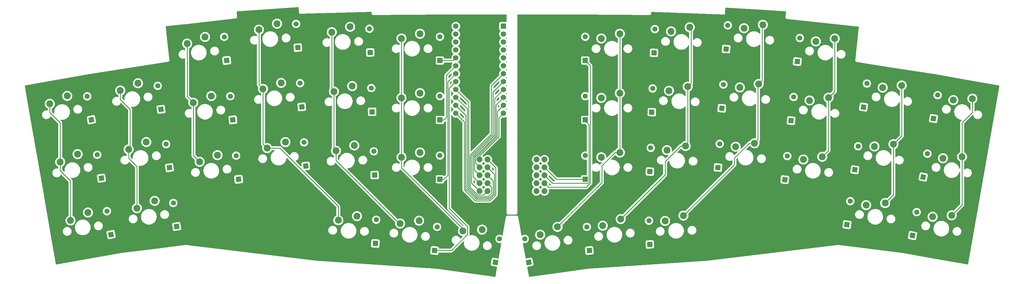
<source format=gbr>
%TF.GenerationSoftware,KiCad,Pcbnew,(6.0.0-0)*%
%TF.CreationDate,2022-01-05T19:35:21+07:00*%
%TF.ProjectId,kibod-01,6b69626f-642d-4303-912e-6b696361645f,rev?*%
%TF.SameCoordinates,Original*%
%TF.FileFunction,Copper,L2,Bot*%
%TF.FilePolarity,Positive*%
%FSLAX46Y46*%
G04 Gerber Fmt 4.6, Leading zero omitted, Abs format (unit mm)*
G04 Created by KiCad (PCBNEW (6.0.0-0)) date 2022-01-05 19:35:21*
%MOMM*%
%LPD*%
G01*
G04 APERTURE LIST*
G04 Aperture macros list*
%AMRotRect*
0 Rectangle, with rotation*
0 The origin of the aperture is its center*
0 $1 length*
0 $2 width*
0 $3 Rotation angle, in degrees counterclockwise*
0 Add horizontal line*
21,1,$1,$2,0,0,$3*%
G04 Aperture macros list end*
%TA.AperFunction,ComponentPad*%
%ADD10RotRect,1.651000X1.651000X10.000000*%
%TD*%
%TA.AperFunction,ComponentPad*%
%ADD11C,1.651000*%
%TD*%
%TA.AperFunction,ComponentPad*%
%ADD12RotRect,1.651000X1.651000X8.000000*%
%TD*%
%TA.AperFunction,ComponentPad*%
%ADD13RotRect,1.651000X1.651000X6.000000*%
%TD*%
%TA.AperFunction,ComponentPad*%
%ADD14RotRect,1.651000X1.651000X4.000000*%
%TD*%
%TA.AperFunction,ComponentPad*%
%ADD15RotRect,1.651000X1.651000X2.000000*%
%TD*%
%TA.AperFunction,ComponentPad*%
%ADD16R,1.651000X1.651000*%
%TD*%
%TA.AperFunction,ComponentPad*%
%ADD17RotRect,1.651000X1.651000X358.000000*%
%TD*%
%TA.AperFunction,ComponentPad*%
%ADD18RotRect,1.651000X1.651000X354.000000*%
%TD*%
%TA.AperFunction,ComponentPad*%
%ADD19RotRect,1.651000X1.651000X350.000000*%
%TD*%
%TA.AperFunction,ComponentPad*%
%ADD20C,2.200000*%
%TD*%
%TA.AperFunction,ComponentPad*%
%ADD21RotRect,1.651000X1.651000X352.000000*%
%TD*%
%TA.AperFunction,ComponentPad*%
%ADD22RotRect,1.651000X1.651000X356.000000*%
%TD*%
%TA.AperFunction,ComponentPad*%
%ADD23C,1.879600*%
%TD*%
%TA.AperFunction,ComponentPad*%
%ADD24R,1.752600X1.752600*%
%TD*%
%TA.AperFunction,ComponentPad*%
%ADD25C,1.752600*%
%TD*%
%TA.AperFunction,Conductor*%
%ADD26C,0.250000*%
%TD*%
G04 APERTURE END LIST*
D10*
%TO.P,D-0-0,1*%
%TO.N,RL0*%
X6661600Y-72332118D03*
D11*
%TO.P,D-0-0,2*%
%TO.N,Net-(D-0-0-Pad2)*%
X5338400Y-64827882D03*
%TD*%
D12*
%TO.P,D-0-1,1*%
%TO.N,RL0*%
X28930250Y-69004728D03*
D11*
%TO.P,D-0-1,2*%
%TO.N,Net-(D-0-1-Pad2)*%
X27869750Y-61458886D03*
%TD*%
D13*
%TO.P,D-0-2,1*%
%TO.N,RL0*%
X49928253Y-53319128D03*
D11*
%TO.P,D-0-2,2*%
%TO.N,Net-(D-0-2-Pad2)*%
X49131747Y-45740872D03*
%TD*%
D14*
%TO.P,D-0-3,1*%
%TO.N,RL0*%
X72655772Y-49195320D03*
D11*
%TO.P,D-0-3,2*%
%TO.N,Net-(D-0-3-Pad2)*%
X72124228Y-41593882D03*
%TD*%
D15*
%TO.P,D-0-4,1*%
%TO.N,RL0*%
X95832967Y-50743828D03*
D11*
%TO.P,D-0-4,2*%
%TO.N,Net-(D-0-4-Pad2)*%
X95567033Y-43128470D03*
%TD*%
D16*
%TO.P,D-0-5,1*%
%TO.N,RL0*%
X118110000Y-53340000D03*
D11*
%TO.P,D-0-5,2*%
%TO.N,Net-(D-0-5-Pad2)*%
X118110000Y-45720000D03*
%TD*%
D10*
%TO.P,D-1-0,1*%
%TO.N,RL1*%
X9861600Y-91080448D03*
D11*
%TO.P,D-1-0,2*%
%TO.N,Net-(D-1-0-Pad2)*%
X8538400Y-83576212D03*
%TD*%
D12*
%TO.P,D-1-1,1*%
%TO.N,RL1*%
X31630250Y-87692586D03*
D11*
%TO.P,D-1-1,2*%
%TO.N,Net-(D-1-1-Pad2)*%
X30569750Y-80146744D03*
%TD*%
D13*
%TO.P,D-1-2,1*%
%TO.N,RL1*%
X51898253Y-72369128D03*
D11*
%TO.P,D-1-2,2*%
%TO.N,Net-(D-1-2-Pad2)*%
X51101747Y-64790872D03*
%TD*%
D14*
%TO.P,D-1-3,1*%
%TO.N,RL1*%
X73925772Y-68198915D03*
D11*
%TO.P,D-1-3,2*%
%TO.N,Net-(D-1-3-Pad2)*%
X73394228Y-60597477D03*
%TD*%
D15*
%TO.P,D-1-4,1*%
%TO.N,RL1*%
X96432967Y-69782224D03*
D11*
%TO.P,D-1-4,2*%
%TO.N,Net-(D-1-4-Pad2)*%
X96167033Y-62166866D03*
%TD*%
D16*
%TO.P,D-1-5,1*%
%TO.N,RL1*%
X118110000Y-72390000D03*
D11*
%TO.P,D-1-5,2*%
%TO.N,Net-(D-1-5-Pad2)*%
X118110000Y-64770000D03*
%TD*%
D10*
%TO.P,D-2-0,1*%
%TO.N,RL2*%
X12961600Y-109162118D03*
D11*
%TO.P,D-2-0,2*%
%TO.N,Net-(D-2-0-Pad2)*%
X11638400Y-101657882D03*
%TD*%
D12*
%TO.P,D-2-1,1*%
%TO.N,RL2*%
X33930250Y-106557193D03*
D11*
%TO.P,D-2-1,2*%
%TO.N,Net-(D-2-1-Pad2)*%
X32869750Y-99011351D03*
%TD*%
D13*
%TO.P,D-2-2,1*%
%TO.N,RL2*%
X53738253Y-91419128D03*
D11*
%TO.P,D-2-2,2*%
%TO.N,Net-(D-2-2-Pad2)*%
X52941747Y-83840872D03*
%TD*%
D14*
%TO.P,D-2-3,1*%
%TO.N,RL2*%
X75195772Y-87202510D03*
D11*
%TO.P,D-2-3,2*%
%TO.N,Net-(D-2-3-Pad2)*%
X74664228Y-79601072D03*
%TD*%
D15*
%TO.P,D-2-4,1*%
%TO.N,RL2*%
X97232967Y-90089845D03*
D11*
%TO.P,D-2-4,2*%
%TO.N,Net-(D-2-4-Pad2)*%
X96967033Y-82474487D03*
%TD*%
D16*
%TO.P,D-2-5,1*%
%TO.N,RL2*%
X118110000Y-91440000D03*
D11*
%TO.P,D-2-5,2*%
%TO.N,Net-(D-2-5-Pad2)*%
X118110000Y-83820000D03*
%TD*%
D17*
%TO.P,D-3-3,1*%
%TO.N,RL3*%
X97467033Y-112023613D03*
D11*
%TO.P,D-3-3,2*%
%TO.N,Net-(D-3-3-Pad2)*%
X97732967Y-104408255D03*
%TD*%
D18*
%TO.P,D-3-4,1*%
%TO.N,RL3*%
X116401747Y-114279128D03*
D11*
%TO.P,D-3-4,2*%
%TO.N,Net-(D-3-4-Pad2)*%
X117198253Y-106700872D03*
%TD*%
D19*
%TO.P,D-3-5,1*%
%TO.N,RL3*%
X135838400Y-118052118D03*
D11*
%TO.P,D-3-5,2*%
%TO.N,Net-(D-3-5-Pad2)*%
X137161600Y-110547882D03*
%TD*%
D20*
%TO.P,K-0-0,1*%
%TO.N,CL0*%
X-6619807Y-67220951D03*
%TO.P,K-0-0,2*%
%TO.N,Net-(D-0-0-Pad2)*%
X-1048766Y-64695177D03*
%TD*%
%TO.P,K-0-1,1*%
%TO.N,CL1*%
X15917974Y-62956879D03*
%TO.P,K-0-1,2*%
%TO.N,Net-(D-0-1-Pad2)*%
X21573769Y-60627071D03*
%TD*%
%TO.P,K-0-2,1*%
%TO.N,CL2*%
X37277365Y-47912208D03*
%TO.P,K-0-2,2*%
%TO.N,Net-(D-0-2-Pad2)*%
X43011024Y-45781203D03*
%TD*%
%TO.P,K-0-3,1*%
%TO.N,CL3*%
X60220189Y-43436938D03*
%TO.P,K-0-3,2*%
%TO.N,Net-(D-0-3-Pad2)*%
X66024726Y-41507334D03*
%TD*%
%TO.P,K-0-4,1*%
%TO.N,CL4*%
X83526483Y-44228122D03*
%TO.P,K-0-4,2*%
%TO.N,Net-(D-0-4-Pad2)*%
X89394826Y-42502268D03*
%TD*%
%TO.P,K-0-5,1*%
%TO.N,CL5*%
X105815000Y-46260000D03*
%TO.P,K-0-5,2*%
%TO.N,Net-(D-0-5-Pad2)*%
X111740000Y-44740000D03*
%TD*%
%TO.P,K-1-0,1*%
%TO.N,CL0*%
X-3311810Y-85870182D03*
%TO.P,K-1-0,2*%
%TO.N,Net-(D-1-0-Pad2)*%
X2259231Y-83344408D03*
%TD*%
%TO.P,K-1-1,1*%
%TO.N,CL1*%
X18569219Y-81821485D03*
%TO.P,K-1-1,2*%
%TO.N,Net-(D-1-1-Pad2)*%
X24225014Y-79491677D03*
%TD*%
%TO.P,K-1-2,1*%
%TO.N,CL2*%
X39268630Y-66857851D03*
%TO.P,K-1-2,2*%
%TO.N,Net-(D-1-2-Pad2)*%
X45002289Y-64726846D03*
%TD*%
%TO.P,K-1-3,1*%
%TO.N,CL3*%
X61549049Y-62440532D03*
%TO.P,K-1-3,2*%
%TO.N,Net-(D-1-3-Pad2)*%
X67353586Y-60510928D03*
%TD*%
%TO.P,K-1-4,1*%
%TO.N,CL4*%
X84191318Y-63266517D03*
%TO.P,K-1-4,2*%
%TO.N,Net-(D-1-4-Pad2)*%
X90059661Y-61540663D03*
%TD*%
%TO.P,K-1-5,1*%
%TO.N,CL5*%
X105815000Y-65310000D03*
%TO.P,K-1-5,2*%
%TO.N,Net-(D-1-5-Pad2)*%
X111740000Y-63790000D03*
%TD*%
%TO.P,K-2-0,1*%
%TO.N,CL0*%
X-3812Y-104630770D03*
%TO.P,K-2-0,2*%
%TO.N,Net-(D-2-0-Pad2)*%
X5567229Y-102104996D03*
%TD*%
%TO.P,K-2-1,1*%
%TO.N,CL1*%
X21220469Y-100686092D03*
%TO.P,K-2-1,2*%
%TO.N,Net-(D-2-1-Pad2)*%
X26876264Y-98356284D03*
%TD*%
%TO.P,K-2-2,1*%
%TO.N,CL2*%
X41259898Y-85803491D03*
%TO.P,K-2-2,2*%
%TO.N,Net-(D-2-2-Pad2)*%
X46993557Y-83672486D03*
%TD*%
%TO.P,K-2-3,1*%
%TO.N,CL3*%
X62877910Y-81444128D03*
%TO.P,K-2-3,2*%
%TO.N,Net-(D-2-3-Pad2)*%
X68682447Y-79514524D03*
%TD*%
%TO.P,K-2-4,1*%
%TO.N,CL4*%
X84856153Y-82304912D03*
%TO.P,K-2-4,2*%
%TO.N,Net-(D-2-4-Pad2)*%
X90724496Y-80579058D03*
%TD*%
%TO.P,K-2-5,1*%
%TO.N,CL5*%
X105815000Y-84360000D03*
%TO.P,K-2-5,2*%
%TO.N,Net-(D-2-5-Pad2)*%
X111740000Y-82840000D03*
%TD*%
%TO.P,K-3-3,1*%
%TO.N,CL3*%
X85611969Y-104563159D03*
%TO.P,K-3-3,2*%
%TO.N,Net-(D-3-3-Pad2)*%
X91586406Y-103250865D03*
%TD*%
%TO.P,K-3-4,1*%
%TO.N,CL4*%
X105382744Y-105611994D03*
%TO.P,K-3-4,2*%
%TO.N,Net-(D-3-4-Pad2)*%
X111434170Y-104719652D03*
%TD*%
%TO.P,K-3-5,1*%
%TO.N,CL5*%
X125484559Y-108035810D03*
%TO.P,K-3-5,2*%
%TO.N,Net-(D-3-5-Pad2)*%
X131583490Y-107567767D03*
%TD*%
D19*
%TO.P,D-0-0-B1,1*%
%TO.N,RR0*%
X275920527Y-71947030D03*
D11*
%TO.P,D-0-0-B1,2*%
%TO.N,Net-(D-0-0-B1-Pad2)*%
X277243727Y-64442794D03*
%TD*%
D21*
%TO.P,D-0-1-B1,1*%
%TO.N,RR0*%
X253551877Y-68256842D03*
D11*
%TO.P,D-0-1-B1,2*%
%TO.N,Net-(D-0-1-B1-Pad2)*%
X254612377Y-60711000D03*
%TD*%
D18*
%TO.P,D-0-2-B1,1*%
%TO.N,RR0*%
X232383874Y-53668245D03*
D11*
%TO.P,D-0-2-B1,2*%
%TO.N,Net-(D-0-2-B1-Pad2)*%
X233180380Y-46089989D03*
%TD*%
D22*
%TO.P,D-0-3-B1,1*%
%TO.N,RR0*%
X209616355Y-49642035D03*
D11*
%TO.P,D-0-3-B1,2*%
%TO.N,Net-(D-0-3-B1-Pad2)*%
X210147899Y-42040597D03*
%TD*%
D17*
%TO.P,D-0-4-B1,1*%
%TO.N,RR0*%
X186549160Y-50874719D03*
D11*
%TO.P,D-0-4-B1,2*%
%TO.N,Net-(D-0-4-B1-Pad2)*%
X186815094Y-43259361D03*
%TD*%
D16*
%TO.P,D-0-5-B1,1*%
%TO.N,RR0*%
X164582127Y-53340000D03*
D11*
%TO.P,D-0-5-B1,2*%
%TO.N,Net-(D-0-5-B1-Pad2)*%
X164582127Y-45720000D03*
%TD*%
D19*
%TO.P,D-1-0-B1,1*%
%TO.N,RR1*%
X272620527Y-90707615D03*
D11*
%TO.P,D-1-0-B1,2*%
%TO.N,Net-(D-1-0-B1-Pad2)*%
X273943727Y-83203379D03*
%TD*%
D21*
%TO.P,D-1-1-B1,1*%
%TO.N,RR1*%
X250751877Y-88391449D03*
D11*
%TO.P,D-1-1-B1,2*%
%TO.N,Net-(D-1-1-B1-Pad2)*%
X251812377Y-80845607D03*
%TD*%
D18*
%TO.P,D-1-2-B1,1*%
%TO.N,RR1*%
X230383874Y-72613887D03*
D11*
%TO.P,D-1-2-B1,2*%
%TO.N,Net-(D-1-2-B1-Pad2)*%
X231180380Y-65035631D03*
%TD*%
D22*
%TO.P,D-1-3-B1,1*%
%TO.N,RR1*%
X208216355Y-68645631D03*
D11*
%TO.P,D-1-3-B1,2*%
%TO.N,Net-(D-1-3-B1-Pad2)*%
X208747899Y-61044193D03*
%TD*%
D17*
%TO.P,D-1-4-B1,1*%
%TO.N,RR1*%
X185849160Y-69913114D03*
D11*
%TO.P,D-1-4-B1,2*%
%TO.N,Net-(D-1-4-B1-Pad2)*%
X186115094Y-62297756D03*
%TD*%
D16*
%TO.P,D-1-5-B1,1*%
%TO.N,RR1*%
X164582127Y-72390000D03*
D11*
%TO.P,D-1-5-B1,2*%
%TO.N,Net-(D-1-5-B1-Pad2)*%
X164582127Y-64770000D03*
%TD*%
D19*
%TO.P,D-2-0-B1,1*%
%TO.N,RR2*%
X269220527Y-109468204D03*
D11*
%TO.P,D-2-0-B1,2*%
%TO.N,Net-(D-2-0-B1-Pad2)*%
X270543727Y-101963968D03*
%TD*%
D21*
%TO.P,D-2-1-B1,1*%
%TO.N,RR2*%
X248251877Y-105986055D03*
D11*
%TO.P,D-2-1-B1,2*%
%TO.N,Net-(D-2-1-B1-Pad2)*%
X249312377Y-98440213D03*
%TD*%
D18*
%TO.P,D-2-2-B1,1*%
%TO.N,RR2*%
X228383874Y-91559528D03*
D11*
%TO.P,D-2-2-B1,2*%
%TO.N,Net-(D-2-2-B1-Pad2)*%
X229180380Y-83981272D03*
%TD*%
D22*
%TO.P,D-2-3-B1,1*%
%TO.N,RR2*%
X207016355Y-87649226D03*
D11*
%TO.P,D-2-3-B1,2*%
%TO.N,Net-(D-2-3-B1-Pad2)*%
X207547899Y-80047788D03*
%TD*%
D17*
%TO.P,D-2-4-B1,1*%
%TO.N,RR2*%
X185249160Y-88951510D03*
D11*
%TO.P,D-2-4-B1,2*%
%TO.N,Net-(D-2-4-B1-Pad2)*%
X185515094Y-81336152D03*
%TD*%
D16*
%TO.P,D-2-5-B1,1*%
%TO.N,RR2*%
X164582127Y-91440000D03*
D11*
%TO.P,D-2-5-B1,2*%
%TO.N,Net-(D-2-5-B1-Pad2)*%
X164582127Y-83820000D03*
%TD*%
D15*
%TO.P,D-3-3-B1,1*%
%TO.N,RR3*%
X185215094Y-112330776D03*
D11*
%TO.P,D-3-3-B1,2*%
%TO.N,Net-(D-3-3-B1-Pad2)*%
X184949160Y-104715418D03*
%TD*%
D13*
%TO.P,D-3-4-B1,1*%
%TO.N,RR3*%
X165890380Y-114279128D03*
D11*
%TO.P,D-3-4-B1,2*%
%TO.N,Net-(D-3-4-B1-Pad2)*%
X165093874Y-106700872D03*
%TD*%
D10*
%TO.P,D-3-5-B1,1*%
%TO.N,RR3*%
X146543727Y-118052118D03*
D11*
%TO.P,D-3-5-B1,2*%
%TO.N,Net-(D-3-5-B1-Pad2)*%
X145220527Y-110547882D03*
%TD*%
D23*
%TO.P,J1,1*%
%TO.N,CL5*%
X130810000Y-85090000D03*
%TO.P,J1,2*%
%TO.N,RC3*%
X133350000Y-85090000D03*
%TO.P,J1,3*%
%TO.N,CL4*%
X130810000Y-87630000D03*
%TO.P,J1,4*%
%TO.N,RC2*%
X133350000Y-87630000D03*
%TO.P,J1,5*%
%TO.N,CL3*%
X130810000Y-90170000D03*
%TO.P,J1,6*%
%TO.N,RC1*%
X133350000Y-90170000D03*
%TO.P,J1,7*%
%TO.N,CL2*%
X130810000Y-92710000D03*
%TO.P,J1,8*%
%TO.N,RC0*%
X133350000Y-92710000D03*
%TO.P,J1,9*%
%TO.N,CL1*%
X130810000Y-95250000D03*
%TO.P,J1,10*%
%TO.N,CL0*%
X133350000Y-95250000D03*
%TD*%
%TO.P,J2,1*%
%TO.N,CR5*%
X148982127Y-85090000D03*
%TO.P,J2,2*%
%TO.N,RR3*%
X151522127Y-85090000D03*
%TO.P,J2,3*%
%TO.N,CR4*%
X148982127Y-87630000D03*
%TO.P,J2,4*%
%TO.N,RR2*%
X151522127Y-87630000D03*
%TO.P,J2,5*%
%TO.N,CR3*%
X148982127Y-90170000D03*
%TO.P,J2,6*%
%TO.N,RR1*%
X151522127Y-90170000D03*
%TO.P,J2,7*%
%TO.N,CR2*%
X148982127Y-92710000D03*
%TO.P,J2,8*%
%TO.N,RR0*%
X151522127Y-92710000D03*
%TO.P,J2,9*%
%TO.N,CR1*%
X148982127Y-95250000D03*
%TO.P,J2,10*%
%TO.N,CL0*%
X151522127Y-95250000D03*
%TD*%
D20*
%TO.P,K-0-0-B1,1*%
%TO.N,Net-(D-0-0-B1-Pad2)*%
X282257125Y-66038407D03*
%TO.P,K-0-0-B1,2*%
%TO.N,CL0*%
X288356056Y-65570364D03*
%TD*%
%TO.P,K-0-1-B1,1*%
%TO.N,Net-(D-0-1-B1-Pad2)*%
X259682159Y-62009110D03*
%TO.P,K-0-1-B1,2*%
%TO.N,CR1*%
X265761041Y-61328503D03*
%TD*%
%TO.P,K-0-2-B1,1*%
%TO.N,Net-(D-0-2-B1-Pad2)*%
X238293800Y-47200369D03*
%TO.P,K-0-2-B1,2*%
%TO.N,CR2*%
X244345226Y-46308027D03*
%TD*%
%TO.P,K-0-3-B1,1*%
%TO.N,Net-(D-0-3-B1-Pad2)*%
X215330259Y-42961897D03*
%TO.P,K-0-3-B1,2*%
%TO.N,CR3*%
X221346856Y-41858907D03*
%TD*%
%TO.P,K-0-4-B1,1*%
%TO.N,Net-(D-0-4-B1-Pad2)*%
X192011525Y-43990456D03*
%TO.P,K-0-4-B1,2*%
%TO.N,CR4*%
X197985962Y-42678162D03*
%TD*%
%TO.P,K-0-5-B1,1*%
%TO.N,Net-(D-0-5-B1-Pad2)*%
X169707127Y-46260000D03*
%TO.P,K-0-5-B1,2*%
%TO.N,CR5*%
X175632127Y-44740000D03*
%TD*%
%TO.P,K-1-0-B1,1*%
%TO.N,Net-(D-1-0-B1-Pad2)*%
X278949127Y-84687638D03*
%TO.P,K-1-0-B1,2*%
%TO.N,CL0*%
X285048058Y-84219595D03*
%TD*%
%TO.P,K-1-1-B1,1*%
%TO.N,Net-(D-1-1-B1-Pad2)*%
X257030913Y-80873716D03*
%TO.P,K-1-1-B1,2*%
%TO.N,CR1*%
X263109795Y-80193109D03*
%TD*%
%TO.P,K-1-2-B1,1*%
%TO.N,Net-(D-1-2-B1-Pad2)*%
X236302534Y-66146012D03*
%TO.P,K-1-2-B1,2*%
%TO.N,CR2*%
X242353960Y-65253670D03*
%TD*%
%TO.P,K-1-3-B1,1*%
%TO.N,Net-(D-1-3-B1-Pad2)*%
X214001398Y-61965491D03*
%TO.P,K-1-3-B1,2*%
%TO.N,CR3*%
X220017995Y-60862501D03*
%TD*%
%TO.P,K-1-4-B1,1*%
%TO.N,Net-(D-1-4-B1-Pad2)*%
X191346689Y-63028851D03*
%TO.P,K-1-4-B1,2*%
%TO.N,CR4*%
X197321126Y-61716557D03*
%TD*%
%TO.P,K-1-5-B1,1*%
%TO.N,Net-(D-1-5-B1-Pad2)*%
X169707127Y-65310000D03*
%TO.P,K-1-5-B1,2*%
%TO.N,CR5*%
X175632127Y-63790000D03*
%TD*%
%TO.P,K-2-0-B1,1*%
%TO.N,Net-(D-2-0-B1-Pad2)*%
X275641129Y-103448226D03*
%TO.P,K-2-0-B1,2*%
%TO.N,CL0*%
X281740060Y-102980183D03*
%TD*%
%TO.P,K-2-1-B1,1*%
%TO.N,Net-(D-2-1-B1-Pad2)*%
X254379663Y-99738323D03*
%TO.P,K-2-1-B1,2*%
%TO.N,CR1*%
X260458545Y-99057716D03*
%TD*%
%TO.P,K-2-2-B1,1*%
%TO.N,Net-(D-2-2-B1-Pad2)*%
X234311266Y-85091652D03*
%TO.P,K-2-2-B1,2*%
%TO.N,CR2*%
X240362692Y-84199310D03*
%TD*%
%TO.P,K-2-3-B1,1*%
%TO.N,Net-(D-2-3-B1-Pad2)*%
X212672537Y-80969087D03*
%TO.P,K-2-3-B1,2*%
%TO.N,CR3*%
X218689134Y-79866097D03*
%TD*%
%TO.P,K-2-4-B1,1*%
%TO.N,Net-(D-2-4-B1-Pad2)*%
X190681854Y-82067246D03*
%TO.P,K-2-4-B1,2*%
%TO.N,CR4*%
X196656291Y-80754952D03*
%TD*%
%TO.P,K-2-5-B1,1*%
%TO.N,Net-(D-2-5-B1-Pad2)*%
X169707127Y-84360000D03*
%TO.P,K-2-5-B1,2*%
%TO.N,CR5*%
X175632127Y-82840000D03*
%TD*%
%TO.P,K-3-3-B1,1*%
%TO.N,Net-(D-3-3-B1-Pad2)*%
X190097012Y-104800825D03*
%TO.P,K-3-3-B1,2*%
%TO.N,CR3*%
X195965355Y-103074971D03*
%TD*%
%TO.P,K-3-4-B1,1*%
%TO.N,Net-(D-3-4-B1-Pad2)*%
X170176689Y-106323833D03*
%TO.P,K-3-4-B1,2*%
%TO.N,CR4*%
X175910348Y-104192828D03*
%TD*%
%TO.P,K-3-5-B1,1*%
%TO.N,Net-(D-3-5-B1-Pad2)*%
X150141027Y-109218354D03*
%TO.P,K-3-5-B1,2*%
%TO.N,CR5*%
X155712068Y-106692580D03*
%TD*%
D24*
%TO.P,U1,1*%
%TO.N,N/C*%
X138430000Y-42330000D03*
D25*
%TO.P,U1,2*%
X138430000Y-44870000D03*
%TO.P,U1,3*%
X138430000Y-47410000D03*
%TO.P,U1,4*%
X138430000Y-49950000D03*
%TO.P,U1,5*%
X138430000Y-52490000D03*
%TO.P,U1,6*%
X138430000Y-55030000D03*
%TO.P,U1,7*%
%TO.N,CL0*%
X138430000Y-57570000D03*
%TO.P,U1,8*%
%TO.N,CL1*%
X138430000Y-60110000D03*
%TO.P,U1,9*%
%TO.N,CL2*%
X138430000Y-62650000D03*
%TO.P,U1,10*%
%TO.N,CL3*%
X138430000Y-65190000D03*
%TO.P,U1,11*%
%TO.N,CL4*%
X138430000Y-67730000D03*
%TO.P,U1,12*%
%TO.N,CL5*%
X138430000Y-70270000D03*
%TO.P,U1,13*%
%TO.N,RC3*%
X123190000Y-70270000D03*
%TO.P,U1,14*%
%TO.N,RC2*%
X123190000Y-67730000D03*
%TO.P,U1,15*%
%TO.N,RC1*%
X123190000Y-65190000D03*
%TO.P,U1,16*%
%TO.N,RC0*%
X123190000Y-62650000D03*
%TO.P,U1,17*%
%TO.N,RL3*%
X123190000Y-60110000D03*
%TO.P,U1,18*%
%TO.N,RL2*%
X123190000Y-57570000D03*
%TO.P,U1,19*%
%TO.N,RL1*%
X123190000Y-55030000D03*
%TO.P,U1,20*%
%TO.N,RL0*%
X123190000Y-52490000D03*
%TO.P,U1,21*%
%TO.N,N/C*%
X123190000Y-49950000D03*
%TO.P,U1,22*%
X123190000Y-47410000D03*
%TO.P,U1,23*%
X123190000Y-44870000D03*
%TO.P,U1,24*%
X123190000Y-42330000D03*
%TD*%
D26*
%TO.N,RL0*%
X118110000Y-53340000D02*
X122340000Y-53340000D01*
X122340000Y-53340000D02*
X123190000Y-52490000D01*
%TO.N,RR0*%
X166182638Y-54940511D02*
X166182637Y-92655900D01*
X152792127Y-93980000D02*
X151522127Y-92710000D01*
X164582127Y-53340000D02*
X164582127Y-53700000D01*
X164858537Y-93980000D02*
X152792127Y-93980000D01*
X164582127Y-53340000D02*
X166182638Y-54940511D01*
X164222127Y-53340000D02*
X164582127Y-53340000D01*
X166182637Y-92655900D02*
X164858537Y-93980000D01*
%TO.N,RL1*%
X119380000Y-72390000D02*
X120169980Y-71600020D01*
X120169980Y-58050020D02*
X123190000Y-55030000D01*
X120169980Y-71600020D02*
X120169980Y-58050020D01*
X118110000Y-72390000D02*
X119380000Y-72390000D01*
%TO.N,RR1*%
X165732628Y-73900501D02*
X165732628Y-92469499D01*
X165492127Y-92710000D02*
X154062127Y-92710000D01*
X164582127Y-72390000D02*
X164582127Y-72750000D01*
X164582127Y-72750000D02*
X165732628Y-73900501D01*
X154062127Y-92710000D02*
X151522127Y-90170000D01*
X165732628Y-92469499D02*
X165492127Y-92710000D01*
%TO.N,RL2*%
X119380000Y-91440000D02*
X120619990Y-90200010D01*
X120619990Y-90200010D02*
X120619990Y-60140010D01*
X120860000Y-59900000D02*
X123190000Y-57570000D01*
X120619990Y-60140010D02*
X120860000Y-59900000D01*
X118110000Y-91440000D02*
X119380000Y-91440000D01*
%TO.N,RR2*%
X155332127Y-91440000D02*
X151522127Y-87630000D01*
X164582127Y-91440000D02*
X155332127Y-91440000D01*
%TO.N,RL3*%
X126909560Y-106589560D02*
X121070000Y-100750000D01*
X126909560Y-109135889D02*
X126909560Y-106589560D01*
X116401747Y-114279128D02*
X121766321Y-114279128D01*
X121070000Y-62230000D02*
X123190000Y-60110000D01*
X123190000Y-60872074D02*
X123190000Y-60110000D01*
X121070000Y-100750000D02*
X121070000Y-62230000D01*
X121766321Y-114279128D02*
X126909560Y-109135889D01*
%TO.N,CL0*%
X285048058Y-84219595D02*
X285048058Y-99672185D01*
X-3311810Y-88650085D02*
X-3812Y-91958083D01*
X288356056Y-69968484D02*
X285048058Y-73276482D01*
X-6619807Y-67220951D02*
X-6619807Y-70000854D01*
X-6619807Y-70000854D02*
X-3311810Y-73308851D01*
X285048058Y-73276482D02*
X285048058Y-84219595D01*
X132085199Y-96514801D02*
X133350000Y-95250000D01*
X-3311810Y-85870182D02*
X-3311810Y-88650085D01*
X127745159Y-83737295D02*
X127745159Y-94057065D01*
X134620000Y-76862454D02*
X127745159Y-83737295D01*
X285048058Y-99672185D02*
X281740060Y-102980183D01*
X130202895Y-96514801D02*
X132085199Y-96514801D01*
X127745159Y-94057065D02*
X130202895Y-96514801D01*
X134620000Y-61380000D02*
X134620000Y-76862454D01*
X-3812Y-91958083D02*
X-3812Y-104630770D01*
X-3311810Y-73308851D02*
X-3311810Y-85870182D01*
X288356056Y-65570364D02*
X288356056Y-69968484D01*
X138430000Y-57570000D02*
X134620000Y-61380000D01*
%TO.N,CL1*%
X18569219Y-84683377D02*
X21220469Y-87334627D01*
X15917974Y-65818771D02*
X19050000Y-68950797D01*
X130810000Y-95250000D02*
X128195169Y-92635169D01*
X19050000Y-81340704D02*
X18569219Y-81821485D01*
X15917974Y-62956879D02*
X15917974Y-65818771D01*
X135137628Y-63402372D02*
X138430000Y-60110000D01*
X18569219Y-81821485D02*
X18569219Y-84683377D01*
X21220469Y-87334627D02*
X21220469Y-100686092D01*
X128195169Y-83923695D02*
X135137627Y-76981237D01*
X135137627Y-76981237D02*
X135137628Y-63402372D01*
X128195169Y-92635169D02*
X128195169Y-83923695D01*
X19050000Y-68950797D02*
X19050000Y-81340704D01*
%TO.N,RC0*%
X127295150Y-82254850D02*
X127295150Y-94243466D01*
X133507095Y-96964811D02*
X134614801Y-95857105D01*
X130016495Y-96964811D02*
X133507095Y-96964811D01*
X127295150Y-94243466D02*
X130016495Y-96964811D01*
X134614801Y-93974801D02*
X133350000Y-92710000D01*
X127295151Y-66755151D02*
X127295151Y-82254851D01*
X134614801Y-95857105D02*
X134614801Y-93974801D01*
X123190000Y-62650000D02*
X127295151Y-66755151D01*
%TO.N,CL2*%
X37277365Y-47912208D02*
X37277365Y-64866586D01*
X135587637Y-65492363D02*
X135587637Y-77167637D01*
X37277365Y-64866586D02*
X39268630Y-66857851D01*
X128645179Y-84110095D02*
X128645179Y-90545179D01*
X39268630Y-66857851D02*
X39268630Y-83812223D01*
X138430000Y-62650000D02*
X135587637Y-65492363D01*
X128645179Y-90545179D02*
X130810000Y-92710000D01*
X135587637Y-77167637D02*
X128645179Y-84110095D01*
X39268630Y-83812223D02*
X41259898Y-85803491D01*
%TO.N,RC1*%
X126845142Y-68845142D02*
X126845142Y-82068450D01*
X129830095Y-97414821D02*
X133693496Y-97414820D01*
X126845140Y-82068450D02*
X126845141Y-94429867D01*
X135064811Y-91884811D02*
X133350000Y-90170000D01*
X135064811Y-96043505D02*
X135064811Y-91884811D01*
X126845141Y-94429867D02*
X129830095Y-97414821D01*
X133693496Y-97414820D02*
X135064811Y-96043505D01*
X123190000Y-65190000D02*
X126845142Y-68845142D01*
%TO.N,CL3*%
X60220189Y-61111672D02*
X61549049Y-62440532D01*
X60220189Y-43436938D02*
X60220189Y-61111672D01*
X136037647Y-67582353D02*
X138430000Y-65190000D01*
X133365842Y-80025842D02*
X129095189Y-84296495D01*
X85611969Y-100145918D02*
X66910179Y-81444128D01*
X61549049Y-80115267D02*
X62877910Y-81444128D01*
X129095189Y-84296495D02*
X129095189Y-88455189D01*
X66910179Y-81444128D02*
X62877910Y-81444128D01*
X133381684Y-80010000D02*
X133365842Y-80025842D01*
X85611969Y-104563159D02*
X85611969Y-100145918D01*
X61549049Y-62440532D02*
X61549049Y-80115267D01*
X133365842Y-80025842D02*
X136037647Y-77354037D01*
X129095189Y-88455189D02*
X130810000Y-90170000D01*
X136037647Y-77354037D02*
X136037647Y-67582353D01*
%TO.N,RC2*%
X135514821Y-96229905D02*
X135514821Y-89794821D01*
X126395133Y-70935133D02*
X126395133Y-80614868D01*
X126395132Y-94616268D02*
X129643696Y-97864830D01*
X123190000Y-67730000D02*
X126395133Y-70935133D01*
X135514821Y-89794821D02*
X133350000Y-87630000D01*
X133879897Y-97864829D02*
X135514821Y-96229905D01*
X129643696Y-97864830D02*
X133879897Y-97864829D01*
X126395132Y-80614868D02*
X126395132Y-94616268D01*
%TO.N,CL4*%
X136487657Y-69672343D02*
X138430000Y-67730000D01*
X84191318Y-81640077D02*
X84856153Y-82304912D01*
X105099133Y-105611994D02*
X105382744Y-105611994D01*
X130810000Y-87630000D02*
X129545199Y-86365199D01*
X136487657Y-77540437D02*
X136487657Y-69672343D01*
X129545199Y-86365199D02*
X129545199Y-84482895D01*
X84856153Y-82304912D02*
X84856153Y-85369014D01*
X83526483Y-44228122D02*
X83526483Y-62601682D01*
X83526483Y-62601682D02*
X84191318Y-63266517D01*
X84856153Y-85369014D02*
X105099133Y-105611994D01*
X129545199Y-84482895D02*
X136487657Y-77540437D01*
X84191318Y-63266517D02*
X84191318Y-81640077D01*
%TO.N,RC3*%
X125945123Y-94802669D02*
X129457297Y-98314839D01*
X135964831Y-87704831D02*
X133350000Y-85090000D01*
X135964831Y-96416305D02*
X135964831Y-87704831D01*
X125945123Y-80225123D02*
X125945123Y-94802669D01*
X125945123Y-80225123D02*
X125945123Y-73025123D01*
X125945123Y-73025123D02*
X123190000Y-70270000D01*
X134066298Y-98314838D02*
X135964831Y-96416305D01*
X129457297Y-98314839D02*
X134066298Y-98314838D01*
X125945123Y-79794877D02*
X125945123Y-80225123D01*
%TO.N,CL5*%
X136937666Y-71762334D02*
X138430000Y-70270000D01*
X105815000Y-84360000D02*
X105815000Y-87656974D01*
X130810000Y-85090000D02*
X130810000Y-83854504D01*
X105815000Y-65310000D02*
X105815000Y-84360000D01*
X130810000Y-83854504D02*
X136937666Y-77726838D01*
X125484559Y-107326533D02*
X125484559Y-108035810D01*
X136937666Y-77726838D02*
X136937666Y-71762334D01*
X105815000Y-87656974D02*
X125484559Y-107326533D01*
X105815000Y-46260000D02*
X105815000Y-65310000D01*
%TO.N,CR1*%
X265761041Y-77541863D02*
X263109795Y-80193109D01*
X260458545Y-99057716D02*
X263109795Y-96406466D01*
X265761041Y-61328503D02*
X265761041Y-77541863D01*
X263109795Y-96406466D02*
X263109795Y-80193109D01*
%TO.N,CR2*%
X244345226Y-46308027D02*
X244345226Y-63262404D01*
X242353960Y-65253670D02*
X242353960Y-82208042D01*
X242353960Y-82208042D02*
X240362692Y-84199310D01*
X244345226Y-63262404D02*
X242353960Y-65253670D01*
%TO.N,CR3*%
X217011710Y-79866097D02*
X218689134Y-79866097D01*
X219789133Y-78766098D02*
X219789133Y-61091363D01*
X221117994Y-42087769D02*
X221346856Y-41858907D01*
X221117994Y-59762502D02*
X221117994Y-42087769D01*
X212252783Y-84625024D02*
X217011710Y-79866097D01*
X219789133Y-61091363D02*
X220017995Y-60862501D01*
X220017995Y-60862501D02*
X221117994Y-59762502D01*
X218689134Y-79866097D02*
X219789133Y-78766098D01*
X195965355Y-103074971D02*
X212252783Y-86787543D01*
X212252783Y-86787543D02*
X212252783Y-84625024D01*
%TO.N,CR4*%
X196656291Y-80754952D02*
X195100657Y-80754952D01*
X195100657Y-80754952D02*
X190118754Y-85736855D01*
X198421125Y-60616558D02*
X198421125Y-43113325D01*
X196656291Y-80754952D02*
X197321126Y-80090117D01*
X198421125Y-43113325D02*
X197985962Y-42678162D01*
X190118754Y-85736855D02*
X190118754Y-89984422D01*
X197321126Y-80090117D02*
X197321126Y-61716557D01*
X190118754Y-89984422D02*
X175910348Y-104192828D01*
X197321126Y-61716557D02*
X198421125Y-60616558D01*
%TO.N,CR5*%
X169860246Y-87056246D02*
X174076493Y-82840000D01*
X155712068Y-106692580D02*
X169860246Y-92544402D01*
X169860246Y-92544402D02*
X169860246Y-87056246D01*
X175632127Y-82840000D02*
X175632127Y-63790000D01*
X174076493Y-82840000D02*
X175632127Y-82840000D01*
X175632127Y-63790000D02*
X175632127Y-44740000D01*
%TD*%
%TA.AperFunction,NonConductor*%
G36*
X139382914Y-45981847D02*
G01*
X139431948Y-46033191D01*
X139446000Y-46091016D01*
X139446000Y-46187652D01*
X139425998Y-46255773D01*
X139372342Y-46302266D01*
X139302068Y-46312370D01*
X139241908Y-46286534D01*
X139239584Y-46284698D01*
X139198963Y-46252618D01*
X139192335Y-46248959D01*
X139191651Y-46248269D01*
X139190131Y-46247259D01*
X139190339Y-46246945D01*
X139142363Y-46198533D01*
X139127585Y-46129091D01*
X139152696Y-46062684D01*
X139180054Y-46036069D01*
X139246832Y-45988437D01*
X139313905Y-45965163D01*
X139382914Y-45981847D01*
G37*
%TD.AperFunction*%
%TA.AperFunction,NonConductor*%
G36*
X139382914Y-48521847D02*
G01*
X139431948Y-48573191D01*
X139446000Y-48631016D01*
X139446000Y-48727652D01*
X139425998Y-48795773D01*
X139372342Y-48842266D01*
X139302068Y-48852370D01*
X139241908Y-48826534D01*
X139225839Y-48813843D01*
X139198963Y-48792618D01*
X139192335Y-48788959D01*
X139191651Y-48788269D01*
X139190131Y-48787259D01*
X139190339Y-48786945D01*
X139142363Y-48738533D01*
X139127585Y-48669091D01*
X139152696Y-48602684D01*
X139180054Y-48576069D01*
X139246832Y-48528437D01*
X139313905Y-48505163D01*
X139382914Y-48521847D01*
G37*
%TD.AperFunction*%
%TA.AperFunction,NonConductor*%
G36*
X139382914Y-51061847D02*
G01*
X139431948Y-51113191D01*
X139446000Y-51171016D01*
X139446000Y-51267652D01*
X139425998Y-51335773D01*
X139372342Y-51382266D01*
X139302068Y-51392370D01*
X139241908Y-51366534D01*
X139227166Y-51354891D01*
X139198963Y-51332618D01*
X139192335Y-51328959D01*
X139191651Y-51328269D01*
X139190131Y-51327259D01*
X139190339Y-51326945D01*
X139142363Y-51278533D01*
X139127585Y-51209091D01*
X139152696Y-51142684D01*
X139180054Y-51116069D01*
X139246832Y-51068437D01*
X139313905Y-51045163D01*
X139382914Y-51061847D01*
G37*
%TD.AperFunction*%
%TA.AperFunction,NonConductor*%
G36*
X139382914Y-53601847D02*
G01*
X139431948Y-53653191D01*
X139446000Y-53711016D01*
X139446000Y-53807652D01*
X139425998Y-53875773D01*
X139372342Y-53922266D01*
X139302068Y-53932370D01*
X139241908Y-53906534D01*
X139203021Y-53875823D01*
X139198963Y-53872618D01*
X139192335Y-53868959D01*
X139191651Y-53868269D01*
X139190131Y-53867259D01*
X139190339Y-53866945D01*
X139142363Y-53818533D01*
X139127585Y-53749091D01*
X139152696Y-53682684D01*
X139180054Y-53656069D01*
X139246832Y-53608437D01*
X139313905Y-53585163D01*
X139382914Y-53601847D01*
G37*
%TD.AperFunction*%
%TA.AperFunction,NonConductor*%
G36*
X139382914Y-56141847D02*
G01*
X139431948Y-56193191D01*
X139446000Y-56251016D01*
X139446000Y-56347652D01*
X139425998Y-56415773D01*
X139372342Y-56462266D01*
X139302068Y-56472370D01*
X139241908Y-56446534D01*
X139203021Y-56415823D01*
X139198963Y-56412618D01*
X139192335Y-56408959D01*
X139191651Y-56408269D01*
X139190131Y-56407259D01*
X139190339Y-56406945D01*
X139142363Y-56358533D01*
X139127585Y-56289091D01*
X139152696Y-56222684D01*
X139180054Y-56196069D01*
X139246832Y-56148437D01*
X139313905Y-56125163D01*
X139382914Y-56141847D01*
G37*
%TD.AperFunction*%
%TA.AperFunction,NonConductor*%
G36*
X121723238Y-57496832D02*
G01*
X121780074Y-57539379D01*
X121804996Y-57607633D01*
X121813977Y-57763387D01*
X121851451Y-57929673D01*
X121846915Y-58000523D01*
X121817631Y-58046465D01*
X121018573Y-58845522D01*
X120956263Y-58879546D01*
X120885447Y-58874481D01*
X120828612Y-58831934D01*
X120803801Y-58765414D01*
X120803480Y-58756425D01*
X120803480Y-58364614D01*
X120823482Y-58296493D01*
X120840385Y-58275519D01*
X121590111Y-57525793D01*
X121652423Y-57491767D01*
X121723238Y-57496832D01*
G37*
%TD.AperFunction*%
%TA.AperFunction,NonConductor*%
G36*
X139382914Y-58681847D02*
G01*
X139431948Y-58733191D01*
X139446000Y-58791016D01*
X139446000Y-58887652D01*
X139425998Y-58955773D01*
X139372342Y-59002266D01*
X139302068Y-59012370D01*
X139241908Y-58986534D01*
X139231504Y-58978317D01*
X139198963Y-58952618D01*
X139192335Y-58948959D01*
X139191651Y-58948269D01*
X139190131Y-58947259D01*
X139190339Y-58946945D01*
X139142363Y-58898533D01*
X139127585Y-58829091D01*
X139152696Y-58762684D01*
X139180054Y-58736069D01*
X139246832Y-58688437D01*
X139313905Y-58665163D01*
X139382914Y-58681847D01*
G37*
%TD.AperFunction*%
%TA.AperFunction,NonConductor*%
G36*
X121723238Y-60036832D02*
G01*
X121780074Y-60079379D01*
X121804996Y-60147633D01*
X121813977Y-60303387D01*
X121851451Y-60469673D01*
X121846915Y-60540522D01*
X121817629Y-60586467D01*
X121468585Y-60935510D01*
X121406273Y-60969535D01*
X121335457Y-60964470D01*
X121278622Y-60921923D01*
X121253811Y-60855403D01*
X121253490Y-60846414D01*
X121253490Y-60454604D01*
X121273492Y-60386483D01*
X121290395Y-60365509D01*
X121590111Y-60065793D01*
X121652423Y-60031767D01*
X121723238Y-60036832D01*
G37*
%TD.AperFunction*%
%TA.AperFunction,NonConductor*%
G36*
X139382914Y-61221847D02*
G01*
X139431948Y-61273191D01*
X139446000Y-61331016D01*
X139446000Y-61427652D01*
X139425998Y-61495773D01*
X139372342Y-61542266D01*
X139302068Y-61552370D01*
X139241908Y-61526534D01*
X139232702Y-61519263D01*
X139198963Y-61492618D01*
X139192335Y-61488959D01*
X139191651Y-61488269D01*
X139190131Y-61487259D01*
X139190339Y-61486945D01*
X139142363Y-61438533D01*
X139127585Y-61369091D01*
X139152696Y-61302684D01*
X139180054Y-61276069D01*
X139246832Y-61228437D01*
X139313905Y-61205163D01*
X139382914Y-61221847D01*
G37*
%TD.AperFunction*%
%TA.AperFunction,NonConductor*%
G36*
X136963238Y-60036832D02*
G01*
X137020074Y-60079379D01*
X137044996Y-60147633D01*
X137053977Y-60303387D01*
X137091451Y-60469673D01*
X137086915Y-60540523D01*
X137057629Y-60586467D01*
X135468595Y-62175500D01*
X135406283Y-62209526D01*
X135335467Y-62204461D01*
X135278632Y-62161914D01*
X135253821Y-62095394D01*
X135253500Y-62086405D01*
X135253500Y-61694594D01*
X135273502Y-61626473D01*
X135290405Y-61605499D01*
X136830111Y-60065793D01*
X136892423Y-60031767D01*
X136963238Y-60036832D01*
G37*
%TD.AperFunction*%
%TA.AperFunction,NonConductor*%
G36*
X139382914Y-63761847D02*
G01*
X139431948Y-63813191D01*
X139446000Y-63871016D01*
X139446000Y-63967652D01*
X139425998Y-64035773D01*
X139372342Y-64082266D01*
X139302068Y-64092370D01*
X139241908Y-64066534D01*
X139203021Y-64035823D01*
X139198963Y-64032618D01*
X139192335Y-64028959D01*
X139191651Y-64028269D01*
X139190131Y-64027259D01*
X139190339Y-64026945D01*
X139142363Y-63978533D01*
X139127585Y-63909091D01*
X139152696Y-63842684D01*
X139180054Y-63816069D01*
X139246832Y-63768437D01*
X139313905Y-63745163D01*
X139382914Y-63761847D01*
G37*
%TD.AperFunction*%
%TA.AperFunction,NonConductor*%
G36*
X136963238Y-62576832D02*
G01*
X137020074Y-62619379D01*
X137044996Y-62687633D01*
X137053977Y-62843387D01*
X137091451Y-63009673D01*
X137086915Y-63080522D01*
X137057629Y-63126466D01*
X135986223Y-64197872D01*
X135923911Y-64231898D01*
X135853096Y-64226833D01*
X135796260Y-64184286D01*
X135771449Y-64117766D01*
X135771128Y-64108777D01*
X135771128Y-63716966D01*
X135791130Y-63648845D01*
X135808033Y-63627871D01*
X136830111Y-62605793D01*
X136892423Y-62571767D01*
X136963238Y-62576832D01*
G37*
%TD.AperFunction*%
%TA.AperFunction,NonConductor*%
G36*
X121912012Y-63220154D02*
G01*
X121946243Y-63267975D01*
X121949711Y-63276515D01*
X122068692Y-63470674D01*
X122217786Y-63642793D01*
X122344617Y-63748090D01*
X122382503Y-63779543D01*
X122392989Y-63788249D01*
X122397440Y-63790850D01*
X122397450Y-63790857D01*
X122430266Y-63810033D01*
X122478989Y-63861672D01*
X122492059Y-63931455D01*
X122465326Y-63997227D01*
X122442353Y-64019575D01*
X122267444Y-64150900D01*
X122110120Y-64315530D01*
X122107206Y-64319802D01*
X122107205Y-64319803D01*
X122054225Y-64397469D01*
X121981797Y-64503645D01*
X121979622Y-64508331D01*
X121979615Y-64508343D01*
X121943787Y-64585528D01*
X121896963Y-64638895D01*
X121828720Y-64658475D01*
X121760724Y-64638051D01*
X121714565Y-64584109D01*
X121703500Y-64532477D01*
X121703500Y-63315378D01*
X121723502Y-63247257D01*
X121777158Y-63200764D01*
X121847432Y-63190660D01*
X121912012Y-63220154D01*
G37*
%TD.AperFunction*%
%TA.AperFunction,NonConductor*%
G36*
X136963238Y-65116832D02*
G01*
X137020074Y-65159379D01*
X137044996Y-65227633D01*
X137053977Y-65383387D01*
X137091451Y-65549673D01*
X137086915Y-65620522D01*
X137057629Y-65666467D01*
X136436232Y-66287863D01*
X136373920Y-66321888D01*
X136303104Y-66316823D01*
X136246269Y-66274276D01*
X136221458Y-66207756D01*
X136221137Y-66198767D01*
X136221137Y-65806957D01*
X136241139Y-65738836D01*
X136258042Y-65717862D01*
X136830111Y-65145793D01*
X136892423Y-65111767D01*
X136963238Y-65116832D01*
G37*
%TD.AperFunction*%
%TA.AperFunction,NonConductor*%
G36*
X139382914Y-66301847D02*
G01*
X139431948Y-66353191D01*
X139446000Y-66411016D01*
X139446000Y-66507652D01*
X139425998Y-66575773D01*
X139372342Y-66622266D01*
X139302068Y-66632370D01*
X139241908Y-66606534D01*
X139238971Y-66604214D01*
X139198963Y-66572618D01*
X139192335Y-66568959D01*
X139191651Y-66568269D01*
X139190131Y-66567259D01*
X139190339Y-66566945D01*
X139142363Y-66518533D01*
X139127585Y-66449091D01*
X139152696Y-66382684D01*
X139180054Y-66356069D01*
X139246832Y-66308437D01*
X139313905Y-66285163D01*
X139382914Y-66301847D01*
G37*
%TD.AperFunction*%
%TA.AperFunction,NonConductor*%
G36*
X121912012Y-65760154D02*
G01*
X121946243Y-65807975D01*
X121949711Y-65816515D01*
X122019103Y-65929752D01*
X122065664Y-66005732D01*
X122068692Y-66010674D01*
X122217786Y-66182793D01*
X122392989Y-66328249D01*
X122397440Y-66330850D01*
X122397450Y-66330857D01*
X122430266Y-66350033D01*
X122478989Y-66401672D01*
X122492059Y-66471455D01*
X122465326Y-66537227D01*
X122442353Y-66559575D01*
X122267444Y-66690900D01*
X122223561Y-66736821D01*
X122116783Y-66848558D01*
X122110120Y-66855530D01*
X122107206Y-66859802D01*
X122107205Y-66859803D01*
X122062557Y-66925255D01*
X121981797Y-67043645D01*
X121979622Y-67048331D01*
X121979615Y-67048343D01*
X121943787Y-67125528D01*
X121896963Y-67178895D01*
X121828720Y-67198475D01*
X121760724Y-67178051D01*
X121714565Y-67124109D01*
X121703500Y-67072477D01*
X121703500Y-65855378D01*
X121723502Y-65787257D01*
X121777158Y-65740764D01*
X121847432Y-65730660D01*
X121912012Y-65760154D01*
G37*
%TD.AperFunction*%
%TA.AperFunction,NonConductor*%
G36*
X124793493Y-65149397D02*
G01*
X126624746Y-66980650D01*
X126658772Y-67042962D01*
X126661651Y-67069745D01*
X126661651Y-67461556D01*
X126641649Y-67529677D01*
X126587993Y-67576170D01*
X126517719Y-67586274D01*
X126453139Y-67556780D01*
X126446556Y-67550651D01*
X124562302Y-65666397D01*
X124528276Y-65604085D01*
X124530838Y-65540674D01*
X124546662Y-65488591D01*
X124546663Y-65488586D01*
X124548164Y-65483646D01*
X124551745Y-65456445D01*
X124577450Y-65261201D01*
X124577451Y-65261194D01*
X124577887Y-65257879D01*
X124578436Y-65235414D01*
X124600096Y-65167802D01*
X124654871Y-65122634D01*
X124725371Y-65114250D01*
X124793493Y-65149397D01*
G37*
%TD.AperFunction*%
%TA.AperFunction,NonConductor*%
G36*
X136963239Y-67656835D02*
G01*
X137020075Y-67699381D01*
X137044997Y-67767636D01*
X137053977Y-67923387D01*
X137091451Y-68089673D01*
X137086915Y-68160522D01*
X137057629Y-68206467D01*
X136886242Y-68377853D01*
X136823930Y-68411878D01*
X136753114Y-68406813D01*
X136696279Y-68364266D01*
X136671468Y-68297745D01*
X136671147Y-68288757D01*
X136671147Y-67896948D01*
X136691149Y-67828827D01*
X136708052Y-67807852D01*
X136830111Y-67685794D01*
X136892423Y-67651769D01*
X136963239Y-67656835D01*
G37*
%TD.AperFunction*%
%TA.AperFunction,NonConductor*%
G36*
X139382914Y-68841847D02*
G01*
X139431948Y-68893191D01*
X139446000Y-68951016D01*
X139446000Y-69047652D01*
X139425998Y-69115773D01*
X139372342Y-69162266D01*
X139302068Y-69172370D01*
X139241908Y-69146534D01*
X139240421Y-69145359D01*
X139198963Y-69112618D01*
X139192335Y-69108959D01*
X139191651Y-69108269D01*
X139190131Y-69107259D01*
X139190339Y-69106945D01*
X139142363Y-69058533D01*
X139127585Y-68989091D01*
X139152696Y-68922684D01*
X139180054Y-68896069D01*
X139246832Y-68848437D01*
X139313905Y-68825163D01*
X139382914Y-68841847D01*
G37*
%TD.AperFunction*%
%TA.AperFunction,NonConductor*%
G36*
X124793493Y-67689397D02*
G01*
X126174737Y-69070641D01*
X126208763Y-69132953D01*
X126211642Y-69159736D01*
X126211642Y-69551548D01*
X126191640Y-69619669D01*
X126137984Y-69666162D01*
X126067710Y-69676266D01*
X126003130Y-69646772D01*
X125996547Y-69640643D01*
X125358867Y-69002962D01*
X124562302Y-68206397D01*
X124528276Y-68144085D01*
X124530838Y-68080674D01*
X124546662Y-68028591D01*
X124546663Y-68028586D01*
X124548164Y-68023646D01*
X124548839Y-68018520D01*
X124577450Y-67801201D01*
X124577451Y-67801194D01*
X124577887Y-67797879D01*
X124578436Y-67775414D01*
X124600096Y-67707802D01*
X124654871Y-67662634D01*
X124725371Y-67654250D01*
X124793493Y-67689397D01*
G37*
%TD.AperFunction*%
%TA.AperFunction,NonConductor*%
G36*
X121912012Y-68300154D02*
G01*
X121946243Y-68347975D01*
X121949711Y-68356515D01*
X122068692Y-68550674D01*
X122217786Y-68722793D01*
X122392989Y-68868249D01*
X122397440Y-68870850D01*
X122397450Y-68870857D01*
X122430266Y-68890033D01*
X122478989Y-68941672D01*
X122492059Y-69011455D01*
X122465326Y-69077227D01*
X122442353Y-69099575D01*
X122267444Y-69230900D01*
X122263872Y-69234638D01*
X122115447Y-69389956D01*
X122110120Y-69395530D01*
X122107206Y-69399802D01*
X122107205Y-69399803D01*
X122071503Y-69452140D01*
X121981797Y-69583645D01*
X121979622Y-69588331D01*
X121979615Y-69588343D01*
X121943787Y-69665528D01*
X121896963Y-69718895D01*
X121828720Y-69738475D01*
X121760724Y-69718051D01*
X121714565Y-69664109D01*
X121703500Y-69612477D01*
X121703500Y-68395378D01*
X121723502Y-68327257D01*
X121777158Y-68280764D01*
X121847432Y-68270660D01*
X121912012Y-68300154D01*
G37*
%TD.AperFunction*%
%TA.AperFunction,NonConductor*%
G36*
X124793493Y-70229397D02*
G01*
X125724728Y-71160632D01*
X125758754Y-71222944D01*
X125761633Y-71249727D01*
X125761633Y-71641538D01*
X125741631Y-71709659D01*
X125687975Y-71756152D01*
X125617701Y-71766256D01*
X125553121Y-71736762D01*
X125546538Y-71730633D01*
X124562302Y-70746397D01*
X124528276Y-70684085D01*
X124530838Y-70620674D01*
X124546662Y-70568591D01*
X124546663Y-70568586D01*
X124548164Y-70563646D01*
X124551959Y-70534821D01*
X124577450Y-70341201D01*
X124577451Y-70341194D01*
X124577887Y-70337879D01*
X124578052Y-70331149D01*
X124578436Y-70315414D01*
X124600096Y-70247802D01*
X124654871Y-70202634D01*
X124725371Y-70194250D01*
X124793493Y-70229397D01*
G37*
%TD.AperFunction*%
%TA.AperFunction,NonConductor*%
G36*
X132164640Y-85933516D02*
G01*
X132176582Y-85947176D01*
X132177274Y-85948306D01*
X132333204Y-86128317D01*
X132465267Y-86237958D01*
X132497560Y-86264768D01*
X132537195Y-86323671D01*
X132538693Y-86394651D01*
X132501578Y-86455174D01*
X132492728Y-86462472D01*
X132402626Y-86530123D01*
X132385140Y-86543252D01*
X132327395Y-86603679D01*
X132235964Y-86699356D01*
X132220602Y-86715431D01*
X132188785Y-86762073D01*
X132185186Y-86767349D01*
X132130274Y-86812351D01*
X132059749Y-86820522D01*
X131996002Y-86789267D01*
X131975306Y-86764784D01*
X131964217Y-86747642D01*
X131964212Y-86747636D01*
X131961406Y-86743298D01*
X131954786Y-86736022D01*
X131908630Y-86685298D01*
X131801124Y-86567150D01*
X131797073Y-86563951D01*
X131797069Y-86563947D01*
X131708489Y-86493992D01*
X131663347Y-86458341D01*
X131622285Y-86400425D01*
X131619053Y-86329502D01*
X131654678Y-86268091D01*
X131668271Y-86256882D01*
X131743814Y-86202998D01*
X131743821Y-86202992D01*
X131748020Y-86199997D01*
X131916716Y-86031889D01*
X131974979Y-85950807D01*
X132030972Y-85907160D01*
X132101676Y-85900714D01*
X132164640Y-85933516D01*
G37*
%TD.AperFunction*%
%TA.AperFunction,NonConductor*%
G36*
X135012858Y-87648762D02*
G01*
X135294426Y-87930330D01*
X135328452Y-87992642D01*
X135331331Y-88019425D01*
X135331331Y-88411236D01*
X135311329Y-88479357D01*
X135257673Y-88525850D01*
X135187399Y-88535954D01*
X135122819Y-88506460D01*
X135116236Y-88500331D01*
X134773205Y-88157300D01*
X134739179Y-88094988D01*
X134741742Y-88031576D01*
X134743032Y-88027332D01*
X134754580Y-87989322D01*
X134768939Y-87942063D01*
X134768941Y-87942055D01*
X134770443Y-87937111D01*
X134794093Y-87757472D01*
X134798841Y-87721410D01*
X134827564Y-87656483D01*
X134886829Y-87617392D01*
X134957820Y-87616547D01*
X135012858Y-87648762D01*
G37*
%TD.AperFunction*%
%TA.AperFunction,NonConductor*%
G36*
X132164640Y-88473516D02*
G01*
X132176582Y-88487176D01*
X132177274Y-88488306D01*
X132333204Y-88668317D01*
X132413098Y-88734646D01*
X132497560Y-88804768D01*
X132537195Y-88863671D01*
X132538693Y-88934651D01*
X132501578Y-88995174D01*
X132492728Y-89002472D01*
X132392380Y-89077816D01*
X132385140Y-89083252D01*
X132368194Y-89100985D01*
X132243825Y-89231130D01*
X132220602Y-89255431D01*
X132192074Y-89297252D01*
X132185186Y-89307349D01*
X132130274Y-89352351D01*
X132059749Y-89360522D01*
X131996002Y-89329267D01*
X131975306Y-89304784D01*
X131964217Y-89287642D01*
X131964212Y-89287636D01*
X131961406Y-89283298D01*
X131946442Y-89266852D01*
X131879634Y-89193432D01*
X131801124Y-89107150D01*
X131797073Y-89103951D01*
X131797069Y-89103947D01*
X131695627Y-89023834D01*
X131663347Y-88998341D01*
X131622285Y-88940425D01*
X131619053Y-88869502D01*
X131654678Y-88808091D01*
X131668271Y-88796882D01*
X131743814Y-88742998D01*
X131743821Y-88742992D01*
X131748020Y-88739997D01*
X131916716Y-88571889D01*
X131923538Y-88562396D01*
X131963731Y-88506460D01*
X131974979Y-88490807D01*
X132030972Y-88447160D01*
X132101676Y-88440714D01*
X132164640Y-88473516D01*
G37*
%TD.AperFunction*%
%TA.AperFunction,NonConductor*%
G36*
X132164640Y-91013516D02*
G01*
X132176582Y-91027176D01*
X132177274Y-91028306D01*
X132333204Y-91208317D01*
X132415154Y-91276353D01*
X132497560Y-91344768D01*
X132537195Y-91403671D01*
X132538693Y-91474651D01*
X132501578Y-91535174D01*
X132492728Y-91542472D01*
X132389275Y-91620147D01*
X132385140Y-91623252D01*
X132324174Y-91687049D01*
X132266931Y-91746951D01*
X132220602Y-91795431D01*
X132189499Y-91841026D01*
X132185186Y-91847349D01*
X132130274Y-91892351D01*
X132059749Y-91900522D01*
X131996002Y-91869267D01*
X131975306Y-91844784D01*
X131964217Y-91827642D01*
X131964212Y-91827636D01*
X131961406Y-91823298D01*
X131957838Y-91819376D01*
X131857551Y-91709163D01*
X131801124Y-91647150D01*
X131797073Y-91643951D01*
X131797069Y-91643947D01*
X131681149Y-91552400D01*
X131663347Y-91538341D01*
X131622285Y-91480425D01*
X131619053Y-91409502D01*
X131654678Y-91348091D01*
X131668271Y-91336882D01*
X131743814Y-91282998D01*
X131743821Y-91282992D01*
X131748020Y-91279997D01*
X131916716Y-91111889D01*
X131974979Y-91030807D01*
X132030972Y-90987160D01*
X132101676Y-90980714D01*
X132164640Y-91013516D01*
G37*
%TD.AperFunction*%
%TA.AperFunction,NonConductor*%
G36*
X129037181Y-91833539D02*
G01*
X129043764Y-91839668D01*
X129386817Y-92182721D01*
X129420843Y-92245033D01*
X129419139Y-92305488D01*
X129382477Y-92437685D01*
X129381928Y-92442821D01*
X129381928Y-92442822D01*
X129363283Y-92617290D01*
X129336155Y-92682900D01*
X129277863Y-92723428D01*
X129206913Y-92726007D01*
X129148901Y-92692996D01*
X128865574Y-92409669D01*
X128831548Y-92347357D01*
X128828669Y-92320574D01*
X128828669Y-91928763D01*
X128848671Y-91860642D01*
X128902327Y-91814149D01*
X128972601Y-91804045D01*
X129037181Y-91833539D01*
G37*
%TD.AperFunction*%
%TA.AperFunction,NonConductor*%
G36*
X132164640Y-93553516D02*
G01*
X132176582Y-93567176D01*
X132177274Y-93568306D01*
X132333204Y-93748317D01*
X132415154Y-93816353D01*
X132497560Y-93884768D01*
X132537195Y-93943671D01*
X132538693Y-94014651D01*
X132501578Y-94075174D01*
X132492728Y-94082472D01*
X132389275Y-94160147D01*
X132385140Y-94163252D01*
X132220602Y-94335431D01*
X132198629Y-94367642D01*
X132185186Y-94387349D01*
X132130274Y-94432351D01*
X132059749Y-94440522D01*
X131996002Y-94409267D01*
X131975306Y-94384784D01*
X131964217Y-94367642D01*
X131964212Y-94367636D01*
X131961406Y-94363298D01*
X131801124Y-94187150D01*
X131797073Y-94183951D01*
X131797069Y-94183947D01*
X131663348Y-94078342D01*
X131622285Y-94020425D01*
X131619053Y-93949502D01*
X131654678Y-93888091D01*
X131668271Y-93876882D01*
X131743814Y-93822998D01*
X131743821Y-93822992D01*
X131748020Y-93819997D01*
X131916716Y-93651889D01*
X131974979Y-93570807D01*
X132030972Y-93527160D01*
X132101676Y-93520714D01*
X132164640Y-93553516D01*
G37*
%TD.AperFunction*%
%TA.AperFunction,NonConductor*%
G36*
X150336767Y-85933516D02*
G01*
X150348709Y-85947176D01*
X150349401Y-85948306D01*
X150505331Y-86128317D01*
X150637394Y-86237958D01*
X150669687Y-86264768D01*
X150709322Y-86323671D01*
X150710820Y-86394651D01*
X150673705Y-86455174D01*
X150664855Y-86462472D01*
X150574753Y-86530123D01*
X150557267Y-86543252D01*
X150499522Y-86603679D01*
X150408091Y-86699356D01*
X150392729Y-86715431D01*
X150360912Y-86762073D01*
X150357313Y-86767349D01*
X150302401Y-86812351D01*
X150231876Y-86820522D01*
X150168129Y-86789267D01*
X150147433Y-86764784D01*
X150136344Y-86747642D01*
X150136339Y-86747636D01*
X150133533Y-86743298D01*
X150126913Y-86736022D01*
X150080757Y-86685298D01*
X149973251Y-86567150D01*
X149969200Y-86563951D01*
X149969196Y-86563947D01*
X149880616Y-86493992D01*
X149835474Y-86458341D01*
X149794412Y-86400425D01*
X149791180Y-86329502D01*
X149826805Y-86268091D01*
X149840398Y-86256882D01*
X149915941Y-86202998D01*
X149915948Y-86202992D01*
X149920147Y-86199997D01*
X150088843Y-86031889D01*
X150147106Y-85950807D01*
X150203099Y-85907160D01*
X150273803Y-85900714D01*
X150336767Y-85933516D01*
G37*
%TD.AperFunction*%
%TA.AperFunction,NonConductor*%
G36*
X150336767Y-88473516D02*
G01*
X150348709Y-88487176D01*
X150349401Y-88488306D01*
X150505331Y-88668317D01*
X150585225Y-88734646D01*
X150669687Y-88804768D01*
X150709322Y-88863671D01*
X150710820Y-88934651D01*
X150673705Y-88995174D01*
X150664855Y-89002472D01*
X150564507Y-89077816D01*
X150557267Y-89083252D01*
X150540321Y-89100985D01*
X150415952Y-89231130D01*
X150392729Y-89255431D01*
X150364201Y-89297252D01*
X150357313Y-89307349D01*
X150302401Y-89352351D01*
X150231876Y-89360522D01*
X150168129Y-89329267D01*
X150147433Y-89304784D01*
X150136344Y-89287642D01*
X150136339Y-89287636D01*
X150133533Y-89283298D01*
X150118569Y-89266852D01*
X150051761Y-89193432D01*
X149973251Y-89107150D01*
X149969200Y-89103951D01*
X149969196Y-89103947D01*
X149867754Y-89023834D01*
X149835474Y-88998341D01*
X149794412Y-88940425D01*
X149791180Y-88869502D01*
X149826805Y-88808091D01*
X149840398Y-88796882D01*
X149915941Y-88742998D01*
X149915948Y-88742992D01*
X149920147Y-88739997D01*
X150088843Y-88571889D01*
X150095665Y-88562396D01*
X150135858Y-88506460D01*
X150147106Y-88490807D01*
X150203099Y-88447160D01*
X150273803Y-88440714D01*
X150336767Y-88473516D01*
G37*
%TD.AperFunction*%
%TA.AperFunction,NonConductor*%
G36*
X150336767Y-91013516D02*
G01*
X150348709Y-91027176D01*
X150349401Y-91028306D01*
X150505331Y-91208317D01*
X150587281Y-91276353D01*
X150669687Y-91344768D01*
X150709322Y-91403671D01*
X150710820Y-91474651D01*
X150673705Y-91535174D01*
X150664855Y-91542472D01*
X150561402Y-91620147D01*
X150557267Y-91623252D01*
X150496301Y-91687049D01*
X150439058Y-91746951D01*
X150392729Y-91795431D01*
X150361626Y-91841026D01*
X150357313Y-91847349D01*
X150302401Y-91892351D01*
X150231876Y-91900522D01*
X150168129Y-91869267D01*
X150147433Y-91844784D01*
X150136344Y-91827642D01*
X150136339Y-91827636D01*
X150133533Y-91823298D01*
X150129965Y-91819376D01*
X150029678Y-91709163D01*
X149973251Y-91647150D01*
X149969200Y-91643951D01*
X149969196Y-91643947D01*
X149853276Y-91552400D01*
X149835474Y-91538341D01*
X149794412Y-91480425D01*
X149791180Y-91409502D01*
X149826805Y-91348091D01*
X149840398Y-91336882D01*
X149915941Y-91282998D01*
X149915948Y-91282992D01*
X149920147Y-91279997D01*
X150088843Y-91111889D01*
X150147106Y-91030807D01*
X150203099Y-90987160D01*
X150273803Y-90980714D01*
X150336767Y-91013516D01*
G37*
%TD.AperFunction*%
%TA.AperFunction,NonConductor*%
G36*
X153184985Y-90188762D02*
G01*
X154828470Y-91832247D01*
X154836014Y-91840537D01*
X154840127Y-91847018D01*
X154845904Y-91852443D01*
X154852513Y-91858649D01*
X154888479Y-91919862D01*
X154885642Y-91990802D01*
X154844902Y-92048946D01*
X154779194Y-92075835D01*
X154766261Y-92076500D01*
X154376722Y-92076500D01*
X154308601Y-92056498D01*
X154287627Y-92039595D01*
X152945332Y-90697300D01*
X152911306Y-90634988D01*
X152913869Y-90571576D01*
X152916173Y-90563995D01*
X152926550Y-90529840D01*
X152941066Y-90482063D01*
X152941067Y-90482057D01*
X152942570Y-90477111D01*
X152964822Y-90308094D01*
X152970968Y-90261410D01*
X152999691Y-90196483D01*
X153058956Y-90157392D01*
X153129947Y-90156547D01*
X153184985Y-90188762D01*
G37*
%TD.AperFunction*%
%TA.AperFunction,NonConductor*%
G36*
X153184985Y-92728762D02*
G01*
X153558470Y-93102247D01*
X153566014Y-93110537D01*
X153570127Y-93117018D01*
X153575904Y-93122443D01*
X153582513Y-93128649D01*
X153618479Y-93189862D01*
X153615642Y-93260802D01*
X153574902Y-93318946D01*
X153509194Y-93345835D01*
X153496261Y-93346500D01*
X153106722Y-93346500D01*
X153038601Y-93326498D01*
X153017627Y-93309595D01*
X152945332Y-93237300D01*
X152911306Y-93174988D01*
X152913869Y-93111576D01*
X152916704Y-93102247D01*
X152928490Y-93063453D01*
X152941066Y-93022063D01*
X152941067Y-93022057D01*
X152942570Y-93017111D01*
X152966264Y-92837140D01*
X152970968Y-92801410D01*
X152999691Y-92736483D01*
X153058956Y-92697392D01*
X153129947Y-92696547D01*
X153184985Y-92728762D01*
G37*
%TD.AperFunction*%
%TA.AperFunction,NonConductor*%
G36*
X150336767Y-93553516D02*
G01*
X150348709Y-93567176D01*
X150349401Y-93568306D01*
X150505331Y-93748317D01*
X150587281Y-93816353D01*
X150669687Y-93884768D01*
X150709322Y-93943671D01*
X150710820Y-94014651D01*
X150673705Y-94075174D01*
X150664855Y-94082472D01*
X150561402Y-94160147D01*
X150557267Y-94163252D01*
X150392729Y-94335431D01*
X150370756Y-94367642D01*
X150357313Y-94387349D01*
X150302401Y-94432351D01*
X150231876Y-94440522D01*
X150168129Y-94409267D01*
X150147433Y-94384784D01*
X150136344Y-94367642D01*
X150136339Y-94367636D01*
X150133533Y-94363298D01*
X149973251Y-94187150D01*
X149969200Y-94183951D01*
X149969196Y-94183947D01*
X149835475Y-94078342D01*
X149794412Y-94020425D01*
X149791180Y-93949502D01*
X149826805Y-93888091D01*
X149840398Y-93876882D01*
X149915941Y-93822998D01*
X149915948Y-93822992D01*
X149920147Y-93819997D01*
X150088843Y-93651889D01*
X150147106Y-93570807D01*
X150203099Y-93527160D01*
X150273803Y-93520714D01*
X150336767Y-93553516D01*
G37*
%TD.AperFunction*%
%TA.AperFunction,NonConductor*%
G36*
X72871505Y-36252039D02*
G01*
X72921485Y-36302463D01*
X72936414Y-36354959D01*
X73025113Y-37862844D01*
X73025302Y-37867571D01*
X73026616Y-37929514D01*
X73029316Y-37938070D01*
X73029317Y-37938074D01*
X73038518Y-37967228D01*
X73041823Y-37979993D01*
X73043377Y-37987618D01*
X73049714Y-38018723D01*
X73053901Y-38026658D01*
X73053903Y-38026665D01*
X73056995Y-38032525D01*
X73065713Y-38053400D01*
X73070410Y-38068282D01*
X73092421Y-38101143D01*
X73099161Y-38112444D01*
X73117616Y-38147422D01*
X73123861Y-38153863D01*
X73123862Y-38153864D01*
X73128477Y-38158623D01*
X73142706Y-38176216D01*
X73151391Y-38189182D01*
X73158279Y-38194938D01*
X73181728Y-38214534D01*
X73191389Y-38223507D01*
X73212660Y-38245444D01*
X73212663Y-38245447D01*
X73218912Y-38251891D01*
X73226716Y-38256321D01*
X73226718Y-38256323D01*
X73232484Y-38259596D01*
X73251074Y-38272485D01*
X73263049Y-38282492D01*
X73281469Y-38290534D01*
X73299284Y-38298312D01*
X73311072Y-38304211D01*
X73337647Y-38319297D01*
X73337650Y-38319298D01*
X73345457Y-38323730D01*
X73360646Y-38327316D01*
X73382102Y-38334468D01*
X73396409Y-38340714D01*
X73435623Y-38345727D01*
X73448598Y-38348081D01*
X73478339Y-38355103D01*
X73478341Y-38355103D01*
X73487078Y-38357166D01*
X73542818Y-38354229D01*
X73553328Y-38353675D01*
X73556517Y-38353547D01*
X96136559Y-37736606D01*
X96205200Y-37754740D01*
X96253141Y-37807106D01*
X96266000Y-37862559D01*
X96266000Y-38153897D01*
X96265993Y-38153994D01*
X96265995Y-38153994D01*
X96265930Y-38286083D01*
X96265923Y-38299507D01*
X96268438Y-38308122D01*
X96268438Y-38308124D01*
X96273698Y-38326145D01*
X96277471Y-38343574D01*
X96281405Y-38371045D01*
X96292760Y-38396019D01*
X96299010Y-38412859D01*
X96306697Y-38439194D01*
X96311528Y-38446756D01*
X96321632Y-38462572D01*
X96330151Y-38478256D01*
X96337917Y-38495338D01*
X96337919Y-38495341D01*
X96341633Y-38503510D01*
X96349853Y-38513050D01*
X96359545Y-38524299D01*
X96370269Y-38538708D01*
X96385035Y-38561821D01*
X96391797Y-38567726D01*
X96391800Y-38567729D01*
X96405930Y-38580067D01*
X96418507Y-38592728D01*
X96430757Y-38606945D01*
X96430762Y-38606949D01*
X96436619Y-38613747D01*
X96444147Y-38618626D01*
X96444151Y-38618630D01*
X96459641Y-38628670D01*
X96473981Y-38639491D01*
X96487879Y-38651627D01*
X96487881Y-38651628D01*
X96494642Y-38657532D01*
X96519827Y-38669184D01*
X96535443Y-38677801D01*
X96558727Y-38692893D01*
X96575653Y-38697955D01*
X96585008Y-38700753D01*
X96601811Y-38707115D01*
X96626708Y-38718634D01*
X96646710Y-38721633D01*
X96654139Y-38722747D01*
X96671558Y-38726637D01*
X96689539Y-38732015D01*
X96689544Y-38732016D01*
X96698141Y-38734587D01*
X96707117Y-38734642D01*
X96713619Y-38734682D01*
X96732987Y-38734800D01*
X96735051Y-38734880D01*
X96737278Y-38735214D01*
X96742143Y-38735187D01*
X96742148Y-38735187D01*
X96756823Y-38735104D01*
X96769643Y-38735032D01*
X96771008Y-38735032D01*
X96809935Y-38735270D01*
X96836742Y-38735434D01*
X96836745Y-38735434D01*
X96843652Y-38735476D01*
X96846132Y-38734767D01*
X96848653Y-38734588D01*
X119381061Y-38608002D01*
X119381769Y-38608000D01*
X139320000Y-38608000D01*
X139388121Y-38628002D01*
X139434614Y-38681658D01*
X139446000Y-38734000D01*
X139446000Y-40819200D01*
X139425998Y-40887321D01*
X139372342Y-40933814D01*
X139320000Y-40945200D01*
X137505566Y-40945200D01*
X137443384Y-40951955D01*
X137306995Y-41003085D01*
X137190439Y-41090439D01*
X137103085Y-41206995D01*
X137051955Y-41343384D01*
X137045200Y-41405566D01*
X137045200Y-43254434D01*
X137051955Y-43316616D01*
X137103085Y-43453005D01*
X137190439Y-43569561D01*
X137306995Y-43656915D01*
X137315403Y-43660067D01*
X137398226Y-43691116D01*
X137454990Y-43733758D01*
X137479690Y-43800319D01*
X137464483Y-43869668D01*
X137445090Y-43896149D01*
X137435620Y-43906059D01*
X137350120Y-43995530D01*
X137347206Y-43999802D01*
X137347205Y-43999803D01*
X137325151Y-44032133D01*
X137221797Y-44183645D01*
X137125921Y-44390192D01*
X137124539Y-44395174D01*
X137124539Y-44395175D01*
X137100707Y-44481110D01*
X137065067Y-44609625D01*
X137040869Y-44836050D01*
X137041166Y-44841202D01*
X137041166Y-44841206D01*
X137044006Y-44890464D01*
X137053977Y-45063387D01*
X137055112Y-45068424D01*
X137055113Y-45068430D01*
X137102514Y-45278766D01*
X137104039Y-45285531D01*
X137105983Y-45290317D01*
X137105984Y-45290322D01*
X137183879Y-45482153D01*
X137189711Y-45496515D01*
X137308692Y-45690674D01*
X137457786Y-45862793D01*
X137632989Y-46008249D01*
X137637440Y-46010850D01*
X137637450Y-46010857D01*
X137670266Y-46030033D01*
X137718989Y-46081672D01*
X137732059Y-46151455D01*
X137705326Y-46217227D01*
X137682353Y-46239575D01*
X137507444Y-46370900D01*
X137465463Y-46414831D01*
X137376359Y-46508073D01*
X137350120Y-46535530D01*
X137347206Y-46539802D01*
X137347205Y-46539803D01*
X137322210Y-46576444D01*
X137221797Y-46723645D01*
X137125921Y-46930192D01*
X137124539Y-46935174D01*
X137124539Y-46935175D01*
X137119141Y-46954640D01*
X137065067Y-47149625D01*
X137040869Y-47376050D01*
X137041166Y-47381202D01*
X137041166Y-47381206D01*
X137044658Y-47441762D01*
X137053977Y-47603387D01*
X137055112Y-47608424D01*
X137055113Y-47608430D01*
X137099103Y-47803628D01*
X137104039Y-47825531D01*
X137105983Y-47830317D01*
X137105984Y-47830322D01*
X137187767Y-48031728D01*
X137189711Y-48036515D01*
X137308692Y-48230674D01*
X137457786Y-48402793D01*
X137632989Y-48548249D01*
X137637440Y-48550850D01*
X137637450Y-48550857D01*
X137670266Y-48570033D01*
X137718989Y-48621672D01*
X137732059Y-48691455D01*
X137705326Y-48757227D01*
X137682353Y-48779575D01*
X137507444Y-48910900D01*
X137350120Y-49075530D01*
X137347206Y-49079802D01*
X137347205Y-49079803D01*
X137322665Y-49115777D01*
X137221797Y-49263645D01*
X137125921Y-49470192D01*
X137124539Y-49475174D01*
X137124539Y-49475175D01*
X137099049Y-49567090D01*
X137065067Y-49689625D01*
X137040869Y-49916050D01*
X137041166Y-49921202D01*
X137041166Y-49921206D01*
X137043906Y-49968719D01*
X137053977Y-50143387D01*
X137055112Y-50148424D01*
X137055113Y-50148430D01*
X137102901Y-50360482D01*
X137104039Y-50365531D01*
X137105983Y-50370317D01*
X137105984Y-50370322D01*
X137176272Y-50543419D01*
X137189711Y-50576515D01*
X137192408Y-50580916D01*
X137192409Y-50580918D01*
X137252118Y-50678354D01*
X137308692Y-50770674D01*
X137457786Y-50942793D01*
X137632989Y-51088249D01*
X137637440Y-51090850D01*
X137637450Y-51090857D01*
X137670266Y-51110033D01*
X137718989Y-51161672D01*
X137732059Y-51231455D01*
X137705326Y-51297227D01*
X137682353Y-51319575D01*
X137507444Y-51450900D01*
X137503872Y-51454638D01*
X137377520Y-51586858D01*
X137350120Y-51615530D01*
X137347206Y-51619802D01*
X137347205Y-51619803D01*
X137291636Y-51701265D01*
X137221797Y-51803645D01*
X137125921Y-52010192D01*
X137065067Y-52229625D01*
X137040869Y-52456050D01*
X137041166Y-52461202D01*
X137041166Y-52461206D01*
X137043459Y-52500973D01*
X137053977Y-52683387D01*
X137055112Y-52688424D01*
X137055113Y-52688430D01*
X137068460Y-52747655D01*
X137104039Y-52905531D01*
X137105983Y-52910317D01*
X137105984Y-52910322D01*
X137187767Y-53111728D01*
X137189711Y-53116515D01*
X137308692Y-53310674D01*
X137457786Y-53482793D01*
X137632989Y-53628249D01*
X137637440Y-53630850D01*
X137637450Y-53630857D01*
X137670266Y-53650033D01*
X137718989Y-53701672D01*
X137732059Y-53771455D01*
X137705326Y-53837227D01*
X137682353Y-53859575D01*
X137507444Y-53990900D01*
X137503872Y-53994638D01*
X137392595Y-54111083D01*
X137350120Y-54155530D01*
X137347206Y-54159802D01*
X137347205Y-54159803D01*
X137312815Y-54210217D01*
X137221797Y-54343645D01*
X137125921Y-54550192D01*
X137065067Y-54769625D01*
X137040869Y-54996050D01*
X137041166Y-55001202D01*
X137041166Y-55001206D01*
X137043682Y-55044840D01*
X137053977Y-55223387D01*
X137055112Y-55228424D01*
X137055113Y-55228430D01*
X137075416Y-55318520D01*
X137104039Y-55445531D01*
X137105983Y-55450317D01*
X137105984Y-55450322D01*
X137187767Y-55651728D01*
X137189711Y-55656515D01*
X137308692Y-55850674D01*
X137457786Y-56022793D01*
X137632989Y-56168249D01*
X137637440Y-56170850D01*
X137637450Y-56170857D01*
X137670266Y-56190033D01*
X137718989Y-56241672D01*
X137732059Y-56311455D01*
X137705326Y-56377227D01*
X137682353Y-56399575D01*
X137507444Y-56530900D01*
X137503872Y-56534638D01*
X137388179Y-56655704D01*
X137350120Y-56695530D01*
X137347206Y-56699802D01*
X137347205Y-56699803D01*
X137275928Y-56804292D01*
X137221797Y-56883645D01*
X137125921Y-57090192D01*
X137065067Y-57309625D01*
X137040869Y-57536050D01*
X137041166Y-57541202D01*
X137041166Y-57541206D01*
X137044999Y-57607671D01*
X137053977Y-57763387D01*
X137091451Y-57929673D01*
X137086915Y-58000523D01*
X137057629Y-58046467D01*
X135621130Y-59482965D01*
X134227747Y-60876348D01*
X134219461Y-60883888D01*
X134212982Y-60888000D01*
X134168368Y-60935510D01*
X134166357Y-60937651D01*
X134163602Y-60940493D01*
X134143865Y-60960230D01*
X134141385Y-60963427D01*
X134133682Y-60972447D01*
X134103414Y-61004679D01*
X134099595Y-61011625D01*
X134099593Y-61011628D01*
X134093652Y-61022434D01*
X134082801Y-61038953D01*
X134070386Y-61054959D01*
X134067241Y-61062228D01*
X134067238Y-61062232D01*
X134052826Y-61095537D01*
X134047609Y-61106187D01*
X134026305Y-61144940D01*
X134024334Y-61152615D01*
X134024334Y-61152616D01*
X134021267Y-61164562D01*
X134014863Y-61183266D01*
X134006819Y-61201855D01*
X134005580Y-61209678D01*
X134005577Y-61209688D01*
X133999901Y-61245524D01*
X133997495Y-61257144D01*
X133988472Y-61292289D01*
X133986500Y-61299970D01*
X133986500Y-61320224D01*
X133984949Y-61339934D01*
X133981780Y-61359943D01*
X133982526Y-61367835D01*
X133985941Y-61403961D01*
X133986500Y-61415819D01*
X133986500Y-76547859D01*
X133966498Y-76615980D01*
X133949595Y-76636954D01*
X128143745Y-82442804D01*
X128081433Y-82476830D01*
X128010618Y-82471765D01*
X127953782Y-82429218D01*
X127928971Y-82362698D01*
X127928650Y-82353709D01*
X127928650Y-82334889D01*
X127928651Y-82334873D01*
X127928651Y-66833918D01*
X127929178Y-66822735D01*
X127930853Y-66815242D01*
X127930534Y-66805078D01*
X127928713Y-66747165D01*
X127928651Y-66743206D01*
X127928651Y-66715295D01*
X127928146Y-66711295D01*
X127927213Y-66699452D01*
X127926957Y-66691286D01*
X127925824Y-66655261D01*
X127920173Y-66635809D01*
X127916165Y-66616457D01*
X127914618Y-66604214D01*
X127913625Y-66596354D01*
X127910707Y-66588983D01*
X127897351Y-66555248D01*
X127893506Y-66544021D01*
X127891532Y-66537227D01*
X127881169Y-66501558D01*
X127877135Y-66494736D01*
X127877132Y-66494730D01*
X127870857Y-66484119D01*
X127862161Y-66466369D01*
X127857623Y-66454907D01*
X127857620Y-66454902D01*
X127854703Y-66447534D01*
X127836589Y-66422602D01*
X127828724Y-66411776D01*
X127822208Y-66401858D01*
X127803726Y-66370608D01*
X127799693Y-66363788D01*
X127785369Y-66349464D01*
X127772527Y-66334429D01*
X127768037Y-66328249D01*
X127760623Y-66318044D01*
X127726557Y-66289862D01*
X127717778Y-66281873D01*
X124562302Y-63126397D01*
X124528276Y-63064085D01*
X124530838Y-63000674D01*
X124546662Y-62948591D01*
X124546663Y-62948586D01*
X124548164Y-62943646D01*
X124559089Y-62860663D01*
X124577450Y-62721201D01*
X124577451Y-62721194D01*
X124577887Y-62717879D01*
X124578775Y-62681561D01*
X124579464Y-62653365D01*
X124579464Y-62653360D01*
X124579546Y-62650000D01*
X124569663Y-62529795D01*
X124561311Y-62428202D01*
X124561310Y-62428196D01*
X124560887Y-62423051D01*
X124530615Y-62302532D01*
X124506672Y-62207208D01*
X124506671Y-62207204D01*
X124505413Y-62202197D01*
X124503354Y-62197461D01*
X124416672Y-61998106D01*
X124416670Y-61998103D01*
X124414612Y-61993369D01*
X124318672Y-61845068D01*
X124293731Y-61806515D01*
X124293729Y-61806512D01*
X124290923Y-61802175D01*
X124137668Y-61633750D01*
X123958963Y-61492618D01*
X123952335Y-61488959D01*
X123951651Y-61488269D01*
X123950131Y-61487259D01*
X123950339Y-61486945D01*
X123902363Y-61438533D01*
X123887585Y-61369091D01*
X123912696Y-61302684D01*
X123940054Y-61276069D01*
X124082689Y-61174329D01*
X124082691Y-61174327D01*
X124086893Y-61171330D01*
X124248193Y-61010592D01*
X124251351Y-61006198D01*
X124378055Y-60829869D01*
X124381073Y-60825669D01*
X124387466Y-60812735D01*
X124479673Y-60626168D01*
X124479674Y-60626166D01*
X124481967Y-60621526D01*
X124539282Y-60432880D01*
X124546662Y-60408590D01*
X124546662Y-60408589D01*
X124548164Y-60403646D01*
X124549097Y-60396557D01*
X124577450Y-60181201D01*
X124577451Y-60181194D01*
X124577887Y-60177879D01*
X124578826Y-60139479D01*
X124579464Y-60113365D01*
X124579464Y-60113360D01*
X124579546Y-60110000D01*
X124571696Y-60014517D01*
X124561311Y-59888202D01*
X124561310Y-59888196D01*
X124560887Y-59883051D01*
X124533150Y-59772624D01*
X124506672Y-59667208D01*
X124506671Y-59667204D01*
X124505413Y-59662197D01*
X124464677Y-59568511D01*
X124416672Y-59458106D01*
X124416670Y-59458103D01*
X124414612Y-59453369D01*
X124305805Y-59285179D01*
X124293731Y-59266515D01*
X124293729Y-59266512D01*
X124290923Y-59262175D01*
X124137668Y-59093750D01*
X123958963Y-58952618D01*
X123952335Y-58948959D01*
X123951651Y-58948269D01*
X123950131Y-58947259D01*
X123950339Y-58946945D01*
X123902363Y-58898533D01*
X123887585Y-58829091D01*
X123912696Y-58762684D01*
X123940054Y-58736069D01*
X124082689Y-58634329D01*
X124082691Y-58634327D01*
X124086893Y-58631330D01*
X124248193Y-58470592D01*
X124381073Y-58285669D01*
X124386090Y-58275519D01*
X124479673Y-58086168D01*
X124479674Y-58086166D01*
X124481967Y-58081526D01*
X124548164Y-57863646D01*
X124550726Y-57844186D01*
X124577450Y-57641201D01*
X124577451Y-57641194D01*
X124577887Y-57637879D01*
X124577997Y-57633376D01*
X124579464Y-57573365D01*
X124579464Y-57573360D01*
X124579546Y-57570000D01*
X124572179Y-57480393D01*
X124561311Y-57348202D01*
X124561310Y-57348196D01*
X124560887Y-57343051D01*
X124505413Y-57122197D01*
X124503354Y-57117461D01*
X124416672Y-56918106D01*
X124416670Y-56918103D01*
X124414612Y-56913369D01*
X124290923Y-56722175D01*
X124137668Y-56553750D01*
X123958963Y-56412618D01*
X123952335Y-56408959D01*
X123951651Y-56408269D01*
X123950131Y-56407259D01*
X123950339Y-56406945D01*
X123902363Y-56358533D01*
X123887585Y-56289091D01*
X123912696Y-56222684D01*
X123940054Y-56196069D01*
X124082689Y-56094329D01*
X124082691Y-56094327D01*
X124086893Y-56091330D01*
X124248193Y-55930592D01*
X124381073Y-55745669D01*
X124481967Y-55541526D01*
X124548164Y-55323646D01*
X124560714Y-55228322D01*
X124577450Y-55101201D01*
X124577451Y-55101194D01*
X124577887Y-55097879D01*
X124579071Y-55049445D01*
X124579464Y-55033365D01*
X124579464Y-55033360D01*
X124579546Y-55030000D01*
X124572179Y-54940393D01*
X124561311Y-54808202D01*
X124561310Y-54808196D01*
X124560887Y-54803051D01*
X124528258Y-54673149D01*
X124506672Y-54587208D01*
X124506671Y-54587204D01*
X124505413Y-54582197D01*
X124503354Y-54577461D01*
X124416672Y-54378106D01*
X124416670Y-54378103D01*
X124414612Y-54373369D01*
X124330517Y-54243378D01*
X124293731Y-54186515D01*
X124293729Y-54186512D01*
X124290923Y-54182175D01*
X124137668Y-54013750D01*
X123958963Y-53872618D01*
X123952335Y-53868959D01*
X123951651Y-53868269D01*
X123950131Y-53867259D01*
X123950339Y-53866945D01*
X123902363Y-53818533D01*
X123887585Y-53749091D01*
X123912696Y-53682684D01*
X123940054Y-53656069D01*
X124082689Y-53554329D01*
X124082691Y-53554327D01*
X124086893Y-53551330D01*
X124248193Y-53390592D01*
X124258030Y-53376903D01*
X124378055Y-53209869D01*
X124381073Y-53205669D01*
X124414538Y-53137959D01*
X124479673Y-53006168D01*
X124479674Y-53006166D01*
X124481967Y-53001526D01*
X124548164Y-52783646D01*
X124552882Y-52747810D01*
X124577450Y-52561201D01*
X124577451Y-52561194D01*
X124577887Y-52557879D01*
X124578444Y-52535075D01*
X124579464Y-52493365D01*
X124579464Y-52493360D01*
X124579546Y-52490000D01*
X124567934Y-52348766D01*
X124561311Y-52268202D01*
X124561310Y-52268196D01*
X124560887Y-52263051D01*
X124520812Y-52103502D01*
X124506672Y-52047208D01*
X124506671Y-52047204D01*
X124505413Y-52042197D01*
X124503354Y-52037461D01*
X124416672Y-51838106D01*
X124416670Y-51838103D01*
X124414612Y-51833369D01*
X124318426Y-51684688D01*
X124293731Y-51646515D01*
X124293729Y-51646512D01*
X124290923Y-51642175D01*
X124137668Y-51473750D01*
X123958963Y-51332618D01*
X123952335Y-51328959D01*
X123951651Y-51328269D01*
X123950131Y-51327259D01*
X123950339Y-51326945D01*
X123902363Y-51278533D01*
X123887585Y-51209091D01*
X123912696Y-51142684D01*
X123940054Y-51116069D01*
X124082689Y-51014329D01*
X124082691Y-51014327D01*
X124086893Y-51011330D01*
X124248193Y-50850592D01*
X124277938Y-50809198D01*
X124378055Y-50669869D01*
X124381073Y-50665669D01*
X124385797Y-50656112D01*
X124479673Y-50466168D01*
X124479674Y-50466166D01*
X124481967Y-50461526D01*
X124548164Y-50243646D01*
X124550142Y-50228624D01*
X124577450Y-50021201D01*
X124577451Y-50021194D01*
X124577887Y-50017879D01*
X124578209Y-50004707D01*
X124579464Y-49953365D01*
X124579464Y-49953360D01*
X124579546Y-49950000D01*
X124571727Y-49854902D01*
X124561311Y-49728202D01*
X124561310Y-49728196D01*
X124560887Y-49723051D01*
X124522951Y-49572021D01*
X124506672Y-49507208D01*
X124506671Y-49507204D01*
X124505413Y-49502197D01*
X124503354Y-49497461D01*
X124416672Y-49298106D01*
X124416670Y-49298103D01*
X124414612Y-49293369D01*
X124304906Y-49123789D01*
X124293731Y-49106515D01*
X124293729Y-49106512D01*
X124290923Y-49102175D01*
X124137668Y-48933750D01*
X123958963Y-48792618D01*
X123952335Y-48788959D01*
X123951651Y-48788269D01*
X123950131Y-48787259D01*
X123950339Y-48786945D01*
X123902363Y-48738533D01*
X123887585Y-48669091D01*
X123912696Y-48602684D01*
X123940054Y-48576069D01*
X124082689Y-48474329D01*
X124082691Y-48474327D01*
X124086893Y-48471330D01*
X124248193Y-48310592D01*
X124256174Y-48299486D01*
X124378055Y-48129869D01*
X124381073Y-48125669D01*
X124393333Y-48100864D01*
X124479673Y-47926168D01*
X124479674Y-47926166D01*
X124481967Y-47921526D01*
X124548164Y-47703646D01*
X124549298Y-47695030D01*
X124577450Y-47481201D01*
X124577451Y-47481194D01*
X124577887Y-47477879D01*
X124578621Y-47447838D01*
X124579464Y-47413365D01*
X124579464Y-47413360D01*
X124579546Y-47410000D01*
X124566912Y-47256330D01*
X124561311Y-47188202D01*
X124561310Y-47188196D01*
X124560887Y-47183051D01*
X124524284Y-47037328D01*
X124506672Y-46967208D01*
X124506671Y-46967204D01*
X124505413Y-46962197D01*
X124497502Y-46944002D01*
X124416672Y-46758106D01*
X124416670Y-46758103D01*
X124414612Y-46753369D01*
X124310323Y-46592163D01*
X124293731Y-46566515D01*
X124293729Y-46566512D01*
X124290923Y-46562175D01*
X124137668Y-46393750D01*
X123958963Y-46252618D01*
X123952335Y-46248959D01*
X123951651Y-46248269D01*
X123950131Y-46247259D01*
X123950339Y-46246945D01*
X123902363Y-46198533D01*
X123887585Y-46129091D01*
X123912696Y-46062684D01*
X123940054Y-46036069D01*
X124082689Y-45934329D01*
X124082691Y-45934327D01*
X124086893Y-45931330D01*
X124248193Y-45770592D01*
X124322176Y-45667634D01*
X124378055Y-45589869D01*
X124381073Y-45585669D01*
X124386087Y-45575525D01*
X124479673Y-45386168D01*
X124479674Y-45386166D01*
X124481967Y-45381526D01*
X124543168Y-45180091D01*
X124546662Y-45168590D01*
X124546662Y-45168589D01*
X124548164Y-45163646D01*
X124551993Y-45134562D01*
X124577450Y-44941201D01*
X124577451Y-44941194D01*
X124577887Y-44937879D01*
X124578131Y-44927894D01*
X124579464Y-44873365D01*
X124579464Y-44873360D01*
X124579546Y-44870000D01*
X124569793Y-44751372D01*
X124561311Y-44648202D01*
X124561310Y-44648196D01*
X124560887Y-44643051D01*
X124523353Y-44493620D01*
X124506672Y-44427208D01*
X124506671Y-44427204D01*
X124505413Y-44422197D01*
X124502673Y-44415895D01*
X124416672Y-44218106D01*
X124416670Y-44218103D01*
X124414612Y-44213369D01*
X124299142Y-44034879D01*
X124293731Y-44026515D01*
X124293729Y-44026512D01*
X124290923Y-44022175D01*
X124137668Y-43853750D01*
X123958963Y-43712618D01*
X123952335Y-43708959D01*
X123951651Y-43708269D01*
X123950131Y-43707259D01*
X123950339Y-43706945D01*
X123902363Y-43658533D01*
X123887585Y-43589091D01*
X123912696Y-43522684D01*
X123940054Y-43496069D01*
X124082689Y-43394329D01*
X124082691Y-43394327D01*
X124086893Y-43391330D01*
X124248193Y-43230592D01*
X124256442Y-43219113D01*
X124378055Y-43049869D01*
X124381073Y-43045669D01*
X124390385Y-43026829D01*
X124479673Y-42846168D01*
X124479674Y-42846166D01*
X124481967Y-42841526D01*
X124541835Y-42644476D01*
X124546662Y-42628590D01*
X124546662Y-42628589D01*
X124548164Y-42623646D01*
X124556552Y-42559934D01*
X124577450Y-42401201D01*
X124577451Y-42401194D01*
X124577887Y-42397879D01*
X124578992Y-42352686D01*
X124579464Y-42333365D01*
X124579464Y-42333360D01*
X124579546Y-42330000D01*
X124561962Y-42116123D01*
X124561311Y-42108202D01*
X124561310Y-42108196D01*
X124560887Y-42103051D01*
X124516765Y-41927392D01*
X124506672Y-41887208D01*
X124506671Y-41887204D01*
X124505413Y-41882197D01*
X124495286Y-41858907D01*
X124416672Y-41678106D01*
X124416670Y-41678103D01*
X124414612Y-41673369D01*
X124316937Y-41522386D01*
X124293731Y-41486515D01*
X124293729Y-41486512D01*
X124290923Y-41482175D01*
X124137668Y-41313750D01*
X123958963Y-41172618D01*
X123759607Y-41062567D01*
X123615769Y-41011631D01*
X123549829Y-40988280D01*
X123549825Y-40988279D01*
X123544954Y-40986554D01*
X123539861Y-40985647D01*
X123539858Y-40985646D01*
X123325857Y-40947527D01*
X123325851Y-40947526D01*
X123320768Y-40946621D01*
X123233698Y-40945557D01*
X123098239Y-40943902D01*
X123098237Y-40943902D01*
X123093070Y-40943839D01*
X122867976Y-40978283D01*
X122651529Y-41049029D01*
X122620715Y-41065070D01*
X122484683Y-41135884D01*
X122449544Y-41154176D01*
X122445411Y-41157279D01*
X122445408Y-41157281D01*
X122271579Y-41287795D01*
X122267444Y-41290900D01*
X122263872Y-41294638D01*
X122151259Y-41412481D01*
X122110120Y-41455530D01*
X122107206Y-41459802D01*
X122107205Y-41459803D01*
X122085612Y-41491457D01*
X121981797Y-41643645D01*
X121885921Y-41850192D01*
X121884539Y-41855174D01*
X121884539Y-41855175D01*
X121871754Y-41901278D01*
X121825067Y-42069625D01*
X121800869Y-42296050D01*
X121801166Y-42301202D01*
X121801166Y-42301206D01*
X121804412Y-42357498D01*
X121813977Y-42523387D01*
X121815112Y-42528424D01*
X121815113Y-42528430D01*
X121862901Y-42740482D01*
X121864039Y-42745531D01*
X121865983Y-42750317D01*
X121865984Y-42750322D01*
X121945015Y-42944950D01*
X121949711Y-42956515D01*
X122068692Y-43150674D01*
X122217786Y-43322793D01*
X122392989Y-43468249D01*
X122397440Y-43470850D01*
X122397450Y-43470857D01*
X122430266Y-43490033D01*
X122478989Y-43541672D01*
X122492059Y-43611455D01*
X122465326Y-43677227D01*
X122442353Y-43699575D01*
X122267444Y-43830900D01*
X122205091Y-43896149D01*
X122163297Y-43939884D01*
X122110120Y-43995530D01*
X122107206Y-43999802D01*
X122107205Y-43999803D01*
X122085151Y-44032133D01*
X121981797Y-44183645D01*
X121885921Y-44390192D01*
X121884539Y-44395174D01*
X121884539Y-44395175D01*
X121860707Y-44481110D01*
X121825067Y-44609625D01*
X121800869Y-44836050D01*
X121801166Y-44841202D01*
X121801166Y-44841206D01*
X121804006Y-44890464D01*
X121813977Y-45063387D01*
X121815112Y-45068424D01*
X121815113Y-45068430D01*
X121862514Y-45278766D01*
X121864039Y-45285531D01*
X121865983Y-45290317D01*
X121865984Y-45290322D01*
X121943879Y-45482153D01*
X121949711Y-45496515D01*
X122068692Y-45690674D01*
X122217786Y-45862793D01*
X122392989Y-46008249D01*
X122397440Y-46010850D01*
X122397450Y-46010857D01*
X122430266Y-46030033D01*
X122478989Y-46081672D01*
X122492059Y-46151455D01*
X122465326Y-46217227D01*
X122442353Y-46239575D01*
X122267444Y-46370900D01*
X122225463Y-46414831D01*
X122136359Y-46508073D01*
X122110120Y-46535530D01*
X122107206Y-46539802D01*
X122107205Y-46539803D01*
X122082210Y-46576444D01*
X121981797Y-46723645D01*
X121885921Y-46930192D01*
X121884539Y-46935174D01*
X121884539Y-46935175D01*
X121879141Y-46954640D01*
X121825067Y-47149625D01*
X121800869Y-47376050D01*
X121801166Y-47381202D01*
X121801166Y-47381206D01*
X121804658Y-47441762D01*
X121813977Y-47603387D01*
X121815112Y-47608424D01*
X121815113Y-47608430D01*
X121859103Y-47803628D01*
X121864039Y-47825531D01*
X121865983Y-47830317D01*
X121865984Y-47830322D01*
X121947767Y-48031728D01*
X121949711Y-48036515D01*
X122068692Y-48230674D01*
X122217786Y-48402793D01*
X122392989Y-48548249D01*
X122397440Y-48550850D01*
X122397450Y-48550857D01*
X122430266Y-48570033D01*
X122478989Y-48621672D01*
X122492059Y-48691455D01*
X122465326Y-48757227D01*
X122442353Y-48779575D01*
X122267444Y-48910900D01*
X122110120Y-49075530D01*
X122107206Y-49079802D01*
X122107205Y-49079803D01*
X122082665Y-49115777D01*
X121981797Y-49263645D01*
X121885921Y-49470192D01*
X121884539Y-49475174D01*
X121884539Y-49475175D01*
X121859049Y-49567090D01*
X121825067Y-49689625D01*
X121800869Y-49916050D01*
X121801166Y-49921202D01*
X121801166Y-49921206D01*
X121803906Y-49968719D01*
X121813977Y-50143387D01*
X121815112Y-50148424D01*
X121815113Y-50148430D01*
X121862901Y-50360482D01*
X121864039Y-50365531D01*
X121865983Y-50370317D01*
X121865984Y-50370322D01*
X121936272Y-50543419D01*
X121949711Y-50576515D01*
X121952408Y-50580916D01*
X121952409Y-50580918D01*
X122012118Y-50678354D01*
X122068692Y-50770674D01*
X122217786Y-50942793D01*
X122392989Y-51088249D01*
X122397440Y-51090850D01*
X122397450Y-51090857D01*
X122430266Y-51110033D01*
X122478989Y-51161672D01*
X122492059Y-51231455D01*
X122465326Y-51297227D01*
X122442353Y-51319575D01*
X122267444Y-51450900D01*
X122263872Y-51454638D01*
X122137520Y-51586858D01*
X122110120Y-51615530D01*
X122107206Y-51619802D01*
X122107205Y-51619803D01*
X122051636Y-51701265D01*
X121981797Y-51803645D01*
X121885921Y-52010192D01*
X121825067Y-52229625D01*
X121800869Y-52456050D01*
X121801166Y-52461203D01*
X121801166Y-52461207D01*
X121807626Y-52573248D01*
X121791578Y-52642407D01*
X121740688Y-52691911D01*
X121681835Y-52706500D01*
X119570000Y-52706500D01*
X119501879Y-52686498D01*
X119455386Y-52632842D01*
X119444000Y-52580500D01*
X119444000Y-52466366D01*
X119437245Y-52404184D01*
X119386115Y-52267795D01*
X119298761Y-52151239D01*
X119182205Y-52063885D01*
X119045816Y-52012755D01*
X118983634Y-52006000D01*
X117236366Y-52006000D01*
X117174184Y-52012755D01*
X117037795Y-52063885D01*
X116921239Y-52151239D01*
X116833885Y-52267795D01*
X116782755Y-52404184D01*
X116776000Y-52466366D01*
X116776000Y-54213634D01*
X116782755Y-54275816D01*
X116833885Y-54412205D01*
X116921239Y-54528761D01*
X117037795Y-54616115D01*
X117174184Y-54667245D01*
X117236366Y-54674000D01*
X118983634Y-54674000D01*
X119045816Y-54667245D01*
X119182205Y-54616115D01*
X119298761Y-54528761D01*
X119386115Y-54412205D01*
X119437245Y-54275816D01*
X119444000Y-54213634D01*
X119444000Y-54099500D01*
X119464002Y-54031379D01*
X119517658Y-53984886D01*
X119570000Y-53973500D01*
X121995817Y-53973500D01*
X122063938Y-53993502D01*
X122110431Y-54047158D01*
X122120535Y-54117432D01*
X122099907Y-54170502D01*
X121981797Y-54343645D01*
X121885921Y-54550192D01*
X121825067Y-54769625D01*
X121800869Y-54996050D01*
X121801166Y-55001202D01*
X121801166Y-55001206D01*
X121803682Y-55044840D01*
X121813977Y-55223387D01*
X121851451Y-55389673D01*
X121846915Y-55460522D01*
X121817629Y-55506466D01*
X119777727Y-57546368D01*
X119769441Y-57553908D01*
X119762962Y-57558020D01*
X119757537Y-57563797D01*
X119716337Y-57607671D01*
X119713582Y-57610513D01*
X119693845Y-57630250D01*
X119691365Y-57633447D01*
X119683662Y-57642467D01*
X119653394Y-57674699D01*
X119649575Y-57681645D01*
X119649573Y-57681648D01*
X119643632Y-57692454D01*
X119632781Y-57708973D01*
X119620366Y-57724979D01*
X119617221Y-57732248D01*
X119617218Y-57732252D01*
X119602806Y-57765557D01*
X119597589Y-57776207D01*
X119576285Y-57814960D01*
X119574314Y-57822635D01*
X119574314Y-57822636D01*
X119571247Y-57834582D01*
X119564843Y-57853286D01*
X119556799Y-57871875D01*
X119555560Y-57879698D01*
X119555557Y-57879708D01*
X119549881Y-57915544D01*
X119547475Y-57927164D01*
X119538452Y-57962309D01*
X119536480Y-57969990D01*
X119536480Y-57990244D01*
X119534929Y-58009954D01*
X119531760Y-58029963D01*
X119532506Y-58037855D01*
X119535921Y-58073981D01*
X119536480Y-58085839D01*
X119536480Y-64104233D01*
X119516478Y-64172354D01*
X119462822Y-64218847D01*
X119392548Y-64228951D01*
X119327968Y-64199457D01*
X119296285Y-64157483D01*
X119294959Y-64154638D01*
X119283867Y-64130853D01*
X119272017Y-64105439D01*
X119272014Y-64105434D01*
X119269691Y-64100452D01*
X119256614Y-64081776D01*
X119138966Y-63913757D01*
X119138964Y-63913754D01*
X119135807Y-63909246D01*
X118970754Y-63744193D01*
X118966246Y-63741036D01*
X118966243Y-63741034D01*
X118784057Y-63613466D01*
X118784055Y-63613465D01*
X118779548Y-63610309D01*
X118774566Y-63607986D01*
X118774561Y-63607983D01*
X118572980Y-63513984D01*
X118572978Y-63513983D01*
X118567998Y-63511661D01*
X118562690Y-63510239D01*
X118562688Y-63510238D01*
X118347847Y-63452672D01*
X118347845Y-63452672D01*
X118342532Y-63451248D01*
X118110000Y-63430904D01*
X117877468Y-63451248D01*
X117872155Y-63452672D01*
X117872153Y-63452672D01*
X117657312Y-63510238D01*
X117657310Y-63510239D01*
X117652002Y-63511661D01*
X117647022Y-63513983D01*
X117647020Y-63513984D01*
X117445439Y-63607983D01*
X117445434Y-63607986D01*
X117440452Y-63610309D01*
X117435945Y-63613465D01*
X117435943Y-63613466D01*
X117253757Y-63741034D01*
X117253754Y-63741036D01*
X117249246Y-63744193D01*
X117084193Y-63909246D01*
X117081036Y-63913754D01*
X117081034Y-63913757D01*
X116963386Y-64081776D01*
X116950309Y-64100452D01*
X116947986Y-64105434D01*
X116947983Y-64105439D01*
X116862578Y-64288591D01*
X116851661Y-64312002D01*
X116850239Y-64317310D01*
X116850238Y-64317312D01*
X116795258Y-64522502D01*
X116791248Y-64537468D01*
X116770904Y-64770000D01*
X116791248Y-65002532D01*
X116792672Y-65007845D01*
X116792672Y-65007847D01*
X116844411Y-65200939D01*
X116851661Y-65227998D01*
X116853983Y-65232978D01*
X116853984Y-65232980D01*
X116947983Y-65434561D01*
X116947986Y-65434566D01*
X116950309Y-65439548D01*
X116953465Y-65444055D01*
X116953466Y-65444057D01*
X117073766Y-65615862D01*
X117084193Y-65630754D01*
X117249246Y-65795807D01*
X117253754Y-65798964D01*
X117253757Y-65798966D01*
X117435943Y-65926534D01*
X117440452Y-65929691D01*
X117445434Y-65932014D01*
X117445439Y-65932017D01*
X117622489Y-66014577D01*
X117652002Y-66028339D01*
X117657310Y-66029761D01*
X117657312Y-66029762D01*
X117872153Y-66087328D01*
X117872155Y-66087328D01*
X117877468Y-66088752D01*
X118110000Y-66109096D01*
X118342532Y-66088752D01*
X118347845Y-66087328D01*
X118347847Y-66087328D01*
X118562688Y-66029762D01*
X118562690Y-66029761D01*
X118567998Y-66028339D01*
X118597511Y-66014577D01*
X118774561Y-65932017D01*
X118774566Y-65932014D01*
X118779548Y-65929691D01*
X118784057Y-65926534D01*
X118966243Y-65798966D01*
X118966246Y-65798964D01*
X118970754Y-65795807D01*
X119135807Y-65630754D01*
X119146235Y-65615862D01*
X119266534Y-65444057D01*
X119266535Y-65444055D01*
X119269691Y-65439548D01*
X119272014Y-65434566D01*
X119272017Y-65434561D01*
X119296285Y-65382517D01*
X119343202Y-65329232D01*
X119411480Y-65309771D01*
X119479440Y-65330313D01*
X119525505Y-65384336D01*
X119536480Y-65435767D01*
X119536480Y-71140208D01*
X119516478Y-71208329D01*
X119462822Y-71254822D01*
X119392548Y-71264926D01*
X119327968Y-71235432D01*
X119309655Y-71215775D01*
X119304141Y-71208418D01*
X119298761Y-71201239D01*
X119182205Y-71113885D01*
X119045816Y-71062755D01*
X118983634Y-71056000D01*
X117236366Y-71056000D01*
X117174184Y-71062755D01*
X117037795Y-71113885D01*
X116921239Y-71201239D01*
X116833885Y-71317795D01*
X116782755Y-71454184D01*
X116776000Y-71516366D01*
X116776000Y-73263634D01*
X116782755Y-73325816D01*
X116833885Y-73462205D01*
X116921239Y-73578761D01*
X117037795Y-73666115D01*
X117174184Y-73717245D01*
X117236366Y-73724000D01*
X118983634Y-73724000D01*
X119045816Y-73717245D01*
X119182205Y-73666115D01*
X119298761Y-73578761D01*
X119386115Y-73462205D01*
X119437245Y-73325816D01*
X119444000Y-73263634D01*
X119444000Y-73129524D01*
X119464002Y-73061403D01*
X119517658Y-73014910D01*
X119534229Y-73009051D01*
X119538797Y-73008474D01*
X119546160Y-73005559D01*
X119546167Y-73005557D01*
X119579912Y-72992196D01*
X119591142Y-72988351D01*
X119625983Y-72978229D01*
X119625984Y-72978229D01*
X119633593Y-72976018D01*
X119640412Y-72971985D01*
X119640417Y-72971983D01*
X119651028Y-72965707D01*
X119668776Y-72957012D01*
X119687617Y-72949552D01*
X119723387Y-72923564D01*
X119733307Y-72917048D01*
X119764535Y-72898580D01*
X119764538Y-72898578D01*
X119771362Y-72894542D01*
X119776972Y-72888932D01*
X119783228Y-72884079D01*
X119785390Y-72886867D01*
X119833707Y-72860483D01*
X119904522Y-72865548D01*
X119961358Y-72908095D01*
X119986169Y-72974615D01*
X119986490Y-72983604D01*
X119986490Y-89885416D01*
X119966488Y-89953537D01*
X119949585Y-89974511D01*
X119561785Y-90362311D01*
X119499473Y-90396337D01*
X119428658Y-90391272D01*
X119371867Y-90348784D01*
X119298761Y-90251239D01*
X119182205Y-90163885D01*
X119045816Y-90112755D01*
X118983634Y-90106000D01*
X117236366Y-90106000D01*
X117174184Y-90112755D01*
X117037795Y-90163885D01*
X116921239Y-90251239D01*
X116833885Y-90367795D01*
X116782755Y-90504184D01*
X116776000Y-90566366D01*
X116776000Y-92313634D01*
X116782755Y-92375816D01*
X116833885Y-92512205D01*
X116921239Y-92628761D01*
X117037795Y-92716115D01*
X117174184Y-92767245D01*
X117236366Y-92774000D01*
X118983634Y-92774000D01*
X119045816Y-92767245D01*
X119182205Y-92716115D01*
X119298761Y-92628761D01*
X119386115Y-92512205D01*
X119437245Y-92375816D01*
X119444000Y-92313634D01*
X119444000Y-92179524D01*
X119464002Y-92111403D01*
X119517658Y-92064910D01*
X119534229Y-92059051D01*
X119538797Y-92058474D01*
X119546160Y-92055559D01*
X119546167Y-92055557D01*
X119579912Y-92042196D01*
X119591142Y-92038351D01*
X119625983Y-92028229D01*
X119625984Y-92028229D01*
X119633593Y-92026018D01*
X119640412Y-92021985D01*
X119640417Y-92021983D01*
X119651028Y-92015707D01*
X119668776Y-92007012D01*
X119687617Y-91999552D01*
X119703665Y-91987893D01*
X119723387Y-91973564D01*
X119733307Y-91967048D01*
X119764535Y-91948580D01*
X119764538Y-91948578D01*
X119771362Y-91944542D01*
X119785683Y-91930221D01*
X119800717Y-91917380D01*
X119804311Y-91914769D01*
X119817107Y-91905472D01*
X119845298Y-91871395D01*
X119853288Y-91862616D01*
X120221405Y-91494499D01*
X120283717Y-91460473D01*
X120354532Y-91465538D01*
X120411368Y-91508085D01*
X120436179Y-91574605D01*
X120436500Y-91583594D01*
X120436500Y-100671233D01*
X120435973Y-100682416D01*
X120434298Y-100689909D01*
X120434547Y-100697835D01*
X120434547Y-100697836D01*
X120436438Y-100757986D01*
X120436500Y-100761945D01*
X120436500Y-100789856D01*
X120436997Y-100793790D01*
X120436997Y-100793791D01*
X120437005Y-100793856D01*
X120437938Y-100805693D01*
X120439327Y-100849889D01*
X120444978Y-100869339D01*
X120448987Y-100888700D01*
X120451526Y-100908797D01*
X120454445Y-100916168D01*
X120454445Y-100916170D01*
X120467804Y-100949912D01*
X120471649Y-100961142D01*
X120472133Y-100962807D01*
X120483982Y-101003593D01*
X120488015Y-101010412D01*
X120488017Y-101010417D01*
X120494293Y-101021028D01*
X120502988Y-101038776D01*
X120510448Y-101057617D01*
X120515110Y-101064033D01*
X120515110Y-101064034D01*
X120536436Y-101093387D01*
X120542952Y-101103307D01*
X120553298Y-101120800D01*
X120565458Y-101141362D01*
X120579779Y-101155683D01*
X120592619Y-101170716D01*
X120604528Y-101187107D01*
X120638605Y-101215298D01*
X120647384Y-101223288D01*
X125635840Y-106211745D01*
X125669866Y-106274057D01*
X125664801Y-106344872D01*
X125622254Y-106401708D01*
X125555734Y-106426519D01*
X125536864Y-106426452D01*
X125521902Y-106425275D01*
X125455559Y-106399992D01*
X125442688Y-106388758D01*
X109390303Y-90336372D01*
X109356277Y-90274060D01*
X109361342Y-90203245D01*
X109403889Y-90146409D01*
X109471486Y-90121526D01*
X109472952Y-90121434D01*
X109534254Y-90117577D01*
X109843552Y-90058575D01*
X110085380Y-89980000D01*
X110139243Y-89962499D01*
X110139244Y-89962499D01*
X110143016Y-89961273D01*
X110146602Y-89959586D01*
X110146606Y-89959584D01*
X110424338Y-89828894D01*
X110424345Y-89828890D01*
X110427924Y-89827206D01*
X110693782Y-89658487D01*
X110936398Y-89457778D01*
X111151945Y-89228244D01*
X111166076Y-89208795D01*
X111257392Y-89083108D01*
X111337024Y-88973504D01*
X111340726Y-88966771D01*
X111486813Y-88701039D01*
X111486814Y-88701036D01*
X111488716Y-88697577D01*
X111595229Y-88428557D01*
X111603177Y-88408483D01*
X111603177Y-88408482D01*
X111604630Y-88404813D01*
X111682936Y-88099830D01*
X111722400Y-87787438D01*
X111722400Y-87563411D01*
X112887977Y-87563411D01*
X112888177Y-87568740D01*
X112888177Y-87568741D01*
X112889536Y-87604941D01*
X112896945Y-87802274D01*
X112913555Y-87881435D01*
X112944406Y-88028469D01*
X112946030Y-88036211D01*
X113033829Y-88258533D01*
X113157832Y-88462883D01*
X113161326Y-88466909D01*
X113161329Y-88466913D01*
X113308458Y-88636464D01*
X113314493Y-88643419D01*
X113318619Y-88646802D01*
X113318623Y-88646806D01*
X113401894Y-88715083D01*
X113499333Y-88794978D01*
X113503969Y-88797617D01*
X113503972Y-88797619D01*
X113599954Y-88852255D01*
X113707066Y-88913227D01*
X113931753Y-88994784D01*
X113937002Y-88995733D01*
X113937005Y-88995734D01*
X114162885Y-89036580D01*
X114162893Y-89036581D01*
X114166969Y-89037318D01*
X114185359Y-89038185D01*
X114190544Y-89038430D01*
X114190551Y-89038430D01*
X114192032Y-89038500D01*
X114360012Y-89038500D01*
X114538175Y-89023383D01*
X114543339Y-89022043D01*
X114543343Y-89022042D01*
X114764375Y-88964673D01*
X114764380Y-88964671D01*
X114769540Y-88963332D01*
X114861267Y-88922012D01*
X114982619Y-88867347D01*
X114982622Y-88867346D01*
X114987480Y-88865157D01*
X114999454Y-88857096D01*
X115022520Y-88841567D01*
X115185762Y-88731666D01*
X115191264Y-88726418D01*
X115315765Y-88607649D01*
X115358718Y-88566674D01*
X115501402Y-88374900D01*
X115504939Y-88367945D01*
X115607314Y-88166586D01*
X115607314Y-88166585D01*
X115609733Y-88161828D01*
X115650092Y-88031852D01*
X115679032Y-87938651D01*
X115679033Y-87938645D01*
X115680616Y-87933548D01*
X115700491Y-87783594D01*
X115711323Y-87701873D01*
X115711323Y-87701869D01*
X115712023Y-87696589D01*
X115711339Y-87678357D01*
X115706900Y-87560126D01*
X115703055Y-87457726D01*
X115683142Y-87362821D01*
X115655067Y-87229016D01*
X115655066Y-87229013D01*
X115653970Y-87223789D01*
X115566171Y-87001467D01*
X115442168Y-86797117D01*
X115413068Y-86763582D01*
X115289007Y-86620614D01*
X115289005Y-86620612D01*
X115285507Y-86616581D01*
X115281381Y-86613198D01*
X115281377Y-86613194D01*
X115136747Y-86494606D01*
X115100667Y-86465022D01*
X115096031Y-86462383D01*
X115096028Y-86462381D01*
X114897577Y-86349416D01*
X114892934Y-86346773D01*
X114668247Y-86265216D01*
X114662998Y-86264267D01*
X114662995Y-86264266D01*
X114437115Y-86223420D01*
X114437107Y-86223419D01*
X114433031Y-86222682D01*
X114414641Y-86221815D01*
X114409456Y-86221570D01*
X114409449Y-86221570D01*
X114407968Y-86221500D01*
X114239988Y-86221500D01*
X114061825Y-86236617D01*
X114056661Y-86237957D01*
X114056657Y-86237958D01*
X113835625Y-86295327D01*
X113835620Y-86295329D01*
X113830460Y-86296668D01*
X113822315Y-86300337D01*
X113617381Y-86392653D01*
X113617378Y-86392654D01*
X113612520Y-86394843D01*
X113608096Y-86397822D01*
X113608095Y-86397822D01*
X113604477Y-86400258D01*
X113414238Y-86528334D01*
X113410381Y-86532013D01*
X113410379Y-86532015D01*
X113369541Y-86570973D01*
X113241282Y-86693326D01*
X113238099Y-86697603D01*
X113238099Y-86697604D01*
X113224835Y-86715431D01*
X113098598Y-86885100D01*
X113096182Y-86889851D01*
X113096180Y-86889855D01*
X113019942Y-87039806D01*
X112990267Y-87098172D01*
X112961274Y-87191544D01*
X112920968Y-87321349D01*
X112920967Y-87321355D01*
X112919384Y-87326452D01*
X112904386Y-87439606D01*
X112888981Y-87555839D01*
X112887977Y-87563411D01*
X111722400Y-87563411D01*
X111722400Y-87472562D01*
X111682936Y-87160170D01*
X111604630Y-86855187D01*
X111596765Y-86835321D01*
X111565211Y-86755626D01*
X111488716Y-86562423D01*
X111484740Y-86555190D01*
X111338933Y-86289968D01*
X111338931Y-86289965D01*
X111337024Y-86286496D01*
X111181099Y-86071883D01*
X111154273Y-86034960D01*
X111154272Y-86034958D01*
X111151945Y-86031756D01*
X110936398Y-85802222D01*
X110693782Y-85601513D01*
X110461796Y-85454290D01*
X110431271Y-85434918D01*
X110431270Y-85434918D01*
X110427924Y-85432794D01*
X110424345Y-85431110D01*
X110424338Y-85431106D01*
X110146606Y-85300416D01*
X110146602Y-85300414D01*
X110143016Y-85298727D01*
X110099095Y-85284456D01*
X109971106Y-85242870D01*
X109843552Y-85201425D01*
X109534254Y-85142423D01*
X109440700Y-85136537D01*
X109300642Y-85127725D01*
X109300626Y-85127724D01*
X109298647Y-85127600D01*
X109141353Y-85127600D01*
X109139374Y-85127724D01*
X109139358Y-85127725D01*
X108999300Y-85136537D01*
X108905746Y-85142423D01*
X108596448Y-85201425D01*
X108468894Y-85242870D01*
X108340906Y-85284456D01*
X108296984Y-85298727D01*
X108293398Y-85300414D01*
X108293394Y-85300416D01*
X108015662Y-85431106D01*
X108015655Y-85431110D01*
X108012076Y-85432794D01*
X108008730Y-85434918D01*
X108008729Y-85434918D01*
X107978204Y-85454290D01*
X107746218Y-85601513D01*
X107503602Y-85802222D01*
X107288055Y-86031756D01*
X107285728Y-86034958D01*
X107285727Y-86034960D01*
X107258901Y-86071883D01*
X107102976Y-86286496D01*
X107101069Y-86289965D01*
X107101067Y-86289968D01*
X106955260Y-86555190D01*
X106951284Y-86562423D01*
X106874789Y-86755626D01*
X106843236Y-86835321D01*
X106835370Y-86855187D01*
X106757064Y-87160170D01*
X106728436Y-87386792D01*
X106728401Y-87387066D01*
X106700020Y-87452142D01*
X106640960Y-87491544D01*
X106569974Y-87492761D01*
X106514300Y-87460369D01*
X106485405Y-87431474D01*
X106451379Y-87369162D01*
X106448500Y-87342379D01*
X106448500Y-85922815D01*
X106468502Y-85854694D01*
X106526280Y-85806407D01*
X106542925Y-85799512D01*
X106542927Y-85799511D01*
X106547502Y-85797616D01*
X106763376Y-85665328D01*
X106955898Y-85500898D01*
X107120328Y-85308376D01*
X107248298Y-85099548D01*
X107250030Y-85096722D01*
X107252616Y-85092502D01*
X107255011Y-85086722D01*
X107347611Y-84863164D01*
X107347612Y-84863162D01*
X107349505Y-84858591D01*
X107372947Y-84760948D01*
X107407454Y-84617216D01*
X107407455Y-84617210D01*
X107408609Y-84612403D01*
X107428474Y-84360000D01*
X107408609Y-84107597D01*
X107404814Y-84091786D01*
X107368093Y-83938835D01*
X107349505Y-83861409D01*
X107347297Y-83856079D01*
X107254511Y-83632072D01*
X107254509Y-83632068D01*
X107252616Y-83627498D01*
X107120328Y-83411624D01*
X106955898Y-83219102D01*
X106763376Y-83054672D01*
X106547502Y-82922384D01*
X106542925Y-82920488D01*
X106526280Y-82913593D01*
X106471000Y-82869044D01*
X106461906Y-82840000D01*
X110126526Y-82840000D01*
X110146391Y-83092403D01*
X110147545Y-83097210D01*
X110147546Y-83097216D01*
X110167873Y-83181883D01*
X110205495Y-83338591D01*
X110207388Y-83343162D01*
X110207389Y-83343164D01*
X110297412Y-83560498D01*
X110302384Y-83572502D01*
X110434672Y-83788376D01*
X110599102Y-83980898D01*
X110791624Y-84145328D01*
X111007498Y-84277616D01*
X111012068Y-84279509D01*
X111012072Y-84279511D01*
X111236836Y-84372611D01*
X111241409Y-84374505D01*
X111322733Y-84394029D01*
X111482784Y-84432454D01*
X111482790Y-84432455D01*
X111487597Y-84433609D01*
X111740000Y-84453474D01*
X111992403Y-84433609D01*
X111997210Y-84432455D01*
X111997216Y-84432454D01*
X112157267Y-84394029D01*
X112238591Y-84374505D01*
X112243164Y-84372611D01*
X112467928Y-84279511D01*
X112467932Y-84279509D01*
X112472502Y-84277616D01*
X112688376Y-84145328D01*
X112880898Y-83980898D01*
X113018318Y-83820000D01*
X116770904Y-83820000D01*
X116791248Y-84052532D01*
X116792672Y-84057845D01*
X116792672Y-84057847D01*
X116848825Y-84267412D01*
X116851661Y-84277998D01*
X116853983Y-84282978D01*
X116853984Y-84282980D01*
X116947983Y-84484561D01*
X116947986Y-84484566D01*
X116950309Y-84489548D01*
X116953465Y-84494055D01*
X116953466Y-84494057D01*
X117074107Y-84666349D01*
X117084193Y-84680754D01*
X117249246Y-84845807D01*
X117253754Y-84848964D01*
X117253757Y-84848966D01*
X117435943Y-84976534D01*
X117440452Y-84979691D01*
X117445434Y-84982014D01*
X117445439Y-84982017D01*
X117620733Y-85063758D01*
X117652002Y-85078339D01*
X117657310Y-85079761D01*
X117657312Y-85079762D01*
X117872153Y-85137328D01*
X117872155Y-85137328D01*
X117877468Y-85138752D01*
X118110000Y-85159096D01*
X118342532Y-85138752D01*
X118347845Y-85137328D01*
X118347847Y-85137328D01*
X118562688Y-85079762D01*
X118562690Y-85079761D01*
X118567998Y-85078339D01*
X118599267Y-85063758D01*
X118774561Y-84982017D01*
X118774566Y-84982014D01*
X118779548Y-84979691D01*
X118784057Y-84976534D01*
X118966243Y-84848966D01*
X118966246Y-84848964D01*
X118970754Y-84845807D01*
X119135807Y-84680754D01*
X119145894Y-84666349D01*
X119266534Y-84494057D01*
X119266535Y-84494055D01*
X119269691Y-84489548D01*
X119272014Y-84484566D01*
X119272017Y-84484561D01*
X119366016Y-84282980D01*
X119366017Y-84282978D01*
X119368339Y-84277998D01*
X119371176Y-84267412D01*
X119427328Y-84057847D01*
X119427328Y-84057845D01*
X119428752Y-84052532D01*
X119449096Y-83820000D01*
X119428752Y-83587468D01*
X119423516Y-83567928D01*
X119369762Y-83367312D01*
X119369761Y-83367310D01*
X119368339Y-83362002D01*
X119359555Y-83343164D01*
X119272017Y-83155439D01*
X119272014Y-83155434D01*
X119269691Y-83150452D01*
X119258086Y-83133878D01*
X119138966Y-82963757D01*
X119138964Y-82963754D01*
X119135807Y-82959246D01*
X118970754Y-82794193D01*
X118966246Y-82791036D01*
X118966243Y-82791034D01*
X118784057Y-82663466D01*
X118784055Y-82663465D01*
X118779548Y-82660309D01*
X118774566Y-82657986D01*
X118774561Y-82657983D01*
X118572980Y-82563984D01*
X118572978Y-82563983D01*
X118567998Y-82561661D01*
X118562690Y-82560239D01*
X118562688Y-82560238D01*
X118347847Y-82502672D01*
X118347845Y-82502672D01*
X118342532Y-82501248D01*
X118110000Y-82480904D01*
X117877468Y-82501248D01*
X117872155Y-82502672D01*
X117872153Y-82502672D01*
X117657312Y-82560238D01*
X117657310Y-82560239D01*
X117652002Y-82561661D01*
X117647022Y-82563983D01*
X117647020Y-82563984D01*
X117445439Y-82657983D01*
X117445434Y-82657986D01*
X117440452Y-82660309D01*
X117435945Y-82663465D01*
X117435943Y-82663466D01*
X117253757Y-82791034D01*
X117253754Y-82791036D01*
X117249246Y-82794193D01*
X117084193Y-82959246D01*
X117081036Y-82963754D01*
X117081034Y-82963757D01*
X116961914Y-83133878D01*
X116950309Y-83150452D01*
X116947986Y-83155434D01*
X116947983Y-83155439D01*
X116860445Y-83343164D01*
X116851661Y-83362002D01*
X116850239Y-83367310D01*
X116850238Y-83367312D01*
X116796484Y-83567928D01*
X116791248Y-83587468D01*
X116770904Y-83820000D01*
X113018318Y-83820000D01*
X113045328Y-83788376D01*
X113177616Y-83572502D01*
X113182589Y-83560498D01*
X113272611Y-83343164D01*
X113272612Y-83343162D01*
X113274505Y-83338591D01*
X113312127Y-83181883D01*
X113332454Y-83097216D01*
X113332455Y-83097210D01*
X113333609Y-83092403D01*
X113353474Y-82840000D01*
X113333609Y-82587597D01*
X113332394Y-82582533D01*
X113290637Y-82408605D01*
X113274505Y-82341409D01*
X113272040Y-82335458D01*
X113179511Y-82112072D01*
X113179509Y-82112068D01*
X113177616Y-82107498D01*
X113045328Y-81891624D01*
X112880898Y-81699102D01*
X112688376Y-81534672D01*
X112490168Y-81413210D01*
X112476722Y-81404970D01*
X112472502Y-81402384D01*
X112467932Y-81400491D01*
X112467928Y-81400489D01*
X112243164Y-81307389D01*
X112243162Y-81307388D01*
X112238591Y-81305495D01*
X112153968Y-81285179D01*
X111997216Y-81247546D01*
X111997210Y-81247545D01*
X111992403Y-81246391D01*
X111740000Y-81226526D01*
X111487597Y-81246391D01*
X111482790Y-81247545D01*
X111482784Y-81247546D01*
X111326032Y-81285179D01*
X111241409Y-81305495D01*
X111236838Y-81307388D01*
X111236836Y-81307389D01*
X111012072Y-81400489D01*
X111012068Y-81400491D01*
X111007498Y-81402384D01*
X111003278Y-81404970D01*
X110989832Y-81413210D01*
X110791624Y-81534672D01*
X110599102Y-81699102D01*
X110434672Y-81891624D01*
X110302384Y-82107498D01*
X110300491Y-82112068D01*
X110300489Y-82112072D01*
X110207960Y-82335458D01*
X110205495Y-82341409D01*
X110189363Y-82408605D01*
X110147607Y-82582533D01*
X110146391Y-82587597D01*
X110126526Y-82840000D01*
X106461906Y-82840000D01*
X106448500Y-82797185D01*
X106448500Y-68737438D01*
X106717600Y-68737438D01*
X106757064Y-69049830D01*
X106835370Y-69354813D01*
X106836823Y-69358482D01*
X106836823Y-69358483D01*
X106839398Y-69364987D01*
X106951284Y-69647577D01*
X106953186Y-69651036D01*
X106953187Y-69651039D01*
X107098514Y-69915387D01*
X107102976Y-69923504D01*
X107202092Y-70059926D01*
X107277246Y-70163366D01*
X107288055Y-70178244D01*
X107503602Y-70407778D01*
X107746218Y-70608487D01*
X108012076Y-70777206D01*
X108015655Y-70778890D01*
X108015662Y-70778894D01*
X108293394Y-70909584D01*
X108293398Y-70909586D01*
X108296984Y-70911273D01*
X108300756Y-70912499D01*
X108300757Y-70912499D01*
X108328179Y-70921409D01*
X108596448Y-71008575D01*
X108905746Y-71067577D01*
X108991498Y-71072972D01*
X109139358Y-71082275D01*
X109139374Y-71082276D01*
X109141353Y-71082400D01*
X109298647Y-71082400D01*
X109300626Y-71082276D01*
X109300642Y-71082275D01*
X109448502Y-71072972D01*
X109534254Y-71067577D01*
X109843552Y-71008575D01*
X110111821Y-70921409D01*
X110139243Y-70912499D01*
X110139244Y-70912499D01*
X110143016Y-70911273D01*
X110146602Y-70909586D01*
X110146606Y-70909584D01*
X110424338Y-70778894D01*
X110424345Y-70778890D01*
X110427924Y-70777206D01*
X110693782Y-70608487D01*
X110936398Y-70407778D01*
X111151945Y-70178244D01*
X111162755Y-70163366D01*
X111237908Y-70059926D01*
X111337024Y-69923504D01*
X111341487Y-69915387D01*
X111486813Y-69651039D01*
X111486814Y-69651036D01*
X111488716Y-69647577D01*
X111600602Y-69364987D01*
X111603177Y-69358483D01*
X111603177Y-69358482D01*
X111604630Y-69354813D01*
X111682936Y-69049830D01*
X111722400Y-68737438D01*
X111722400Y-68513411D01*
X112887977Y-68513411D01*
X112888177Y-68518740D01*
X112888177Y-68518741D01*
X112889596Y-68556530D01*
X112896945Y-68752274D01*
X112898040Y-68757492D01*
X112944888Y-68980767D01*
X112946030Y-68986211D01*
X113033829Y-69208533D01*
X113157832Y-69412883D01*
X113161329Y-69416913D01*
X113306012Y-69583645D01*
X113314493Y-69593419D01*
X113318619Y-69596802D01*
X113318623Y-69596806D01*
X113421090Y-69680823D01*
X113499333Y-69744978D01*
X113503969Y-69747617D01*
X113503972Y-69747619D01*
X113615373Y-69811032D01*
X113707066Y-69863227D01*
X113931753Y-69944784D01*
X113937002Y-69945733D01*
X113937005Y-69945734D01*
X114162885Y-69986580D01*
X114162893Y-69986581D01*
X114166969Y-69987318D01*
X114185359Y-69988185D01*
X114190544Y-69988430D01*
X114190551Y-69988430D01*
X114192032Y-69988500D01*
X114360012Y-69988500D01*
X114538175Y-69973383D01*
X114543339Y-69972043D01*
X114543343Y-69972042D01*
X114764375Y-69914673D01*
X114764380Y-69914671D01*
X114769540Y-69913332D01*
X114835387Y-69883670D01*
X114982619Y-69817347D01*
X114982622Y-69817346D01*
X114987480Y-69815157D01*
X115185762Y-69681666D01*
X115202015Y-69666162D01*
X115279076Y-69592649D01*
X115358718Y-69516674D01*
X115375148Y-69494592D01*
X115463972Y-69375208D01*
X115501402Y-69324900D01*
X115513119Y-69301856D01*
X115607314Y-69116586D01*
X115607314Y-69116585D01*
X115609733Y-69111828D01*
X115658219Y-68955678D01*
X115679032Y-68888651D01*
X115679033Y-68888645D01*
X115680616Y-68883548D01*
X115698198Y-68750895D01*
X115711323Y-68651873D01*
X115711323Y-68651869D01*
X115712023Y-68646589D01*
X115710822Y-68614586D01*
X115706844Y-68508639D01*
X115703055Y-68407726D01*
X115679979Y-68297745D01*
X115655067Y-68179016D01*
X115655066Y-68179013D01*
X115653970Y-68173789D01*
X115566171Y-67951467D01*
X115442168Y-67747117D01*
X115385378Y-67681672D01*
X115289007Y-67570614D01*
X115289005Y-67570612D01*
X115285507Y-67566581D01*
X115281381Y-67563198D01*
X115281377Y-67563194D01*
X115135628Y-67443688D01*
X115100667Y-67415022D01*
X115096031Y-67412383D01*
X115096028Y-67412381D01*
X114897577Y-67299416D01*
X114892934Y-67296773D01*
X114668247Y-67215216D01*
X114662998Y-67214267D01*
X114662995Y-67214266D01*
X114437115Y-67173420D01*
X114437107Y-67173419D01*
X114433031Y-67172682D01*
X114414641Y-67171815D01*
X114409456Y-67171570D01*
X114409449Y-67171570D01*
X114407968Y-67171500D01*
X114239988Y-67171500D01*
X114061825Y-67186617D01*
X114056661Y-67187957D01*
X114056657Y-67187958D01*
X113835625Y-67245327D01*
X113835620Y-67245329D01*
X113830460Y-67246668D01*
X113825594Y-67248860D01*
X113617381Y-67342653D01*
X113617378Y-67342654D01*
X113612520Y-67344843D01*
X113414238Y-67478334D01*
X113410381Y-67482013D01*
X113410379Y-67482015D01*
X113375959Y-67514850D01*
X113241282Y-67643326D01*
X113238099Y-67647603D01*
X113238099Y-67647604D01*
X113230543Y-67657760D01*
X113098598Y-67835100D01*
X113096182Y-67839851D01*
X113096180Y-67839855D01*
X112996724Y-68035471D01*
X112990267Y-68048172D01*
X112963311Y-68134984D01*
X112920968Y-68271349D01*
X112920967Y-68271355D01*
X112919384Y-68276452D01*
X112908772Y-68356515D01*
X112888894Y-68506496D01*
X112887977Y-68513411D01*
X111722400Y-68513411D01*
X111722400Y-68422562D01*
X111682936Y-68110170D01*
X111604630Y-67805187D01*
X111602386Y-67799518D01*
X111555269Y-67680517D01*
X111488716Y-67512423D01*
X111486813Y-67508961D01*
X111338933Y-67239968D01*
X111338931Y-67239965D01*
X111337024Y-67236496D01*
X111211183Y-67063290D01*
X111154273Y-66984960D01*
X111154272Y-66984958D01*
X111151945Y-66981756D01*
X110936398Y-66752222D01*
X110693782Y-66551513D01*
X110510490Y-66435192D01*
X110431271Y-66384918D01*
X110431270Y-66384918D01*
X110427924Y-66382794D01*
X110424345Y-66381110D01*
X110424338Y-66381106D01*
X110146606Y-66250416D01*
X110146602Y-66250414D01*
X110143016Y-66248727D01*
X110135701Y-66246350D01*
X109977157Y-66194836D01*
X109843552Y-66151425D01*
X109534254Y-66092423D01*
X109435675Y-66086221D01*
X109300642Y-66077725D01*
X109300626Y-66077724D01*
X109298647Y-66077600D01*
X109141353Y-66077600D01*
X109139374Y-66077724D01*
X109139358Y-66077725D01*
X109004325Y-66086221D01*
X108905746Y-66092423D01*
X108596448Y-66151425D01*
X108462843Y-66194836D01*
X108304300Y-66246350D01*
X108296984Y-66248727D01*
X108293398Y-66250414D01*
X108293394Y-66250416D01*
X108015662Y-66381106D01*
X108015655Y-66381110D01*
X108012076Y-66382794D01*
X108008730Y-66384918D01*
X108008729Y-66384918D01*
X107929510Y-66435192D01*
X107746218Y-66551513D01*
X107503602Y-66752222D01*
X107288055Y-66981756D01*
X107285728Y-66984958D01*
X107285727Y-66984960D01*
X107228817Y-67063290D01*
X107102976Y-67236496D01*
X107101069Y-67239965D01*
X107101067Y-67239968D01*
X106953187Y-67508961D01*
X106951284Y-67512423D01*
X106884731Y-67680517D01*
X106837615Y-67799518D01*
X106835370Y-67805187D01*
X106757064Y-68110170D01*
X106717600Y-68422562D01*
X106717600Y-68737438D01*
X106448500Y-68737438D01*
X106448500Y-66872815D01*
X106468502Y-66804694D01*
X106526280Y-66756407D01*
X106542925Y-66749512D01*
X106542927Y-66749511D01*
X106547502Y-66747616D01*
X106763376Y-66615328D01*
X106955898Y-66450898D01*
X107120328Y-66258376D01*
X107252616Y-66042502D01*
X107255825Y-66034756D01*
X107347611Y-65813164D01*
X107347612Y-65813162D01*
X107349505Y-65808591D01*
X107378084Y-65689550D01*
X107407454Y-65567216D01*
X107407455Y-65567210D01*
X107408609Y-65562403D01*
X107428474Y-65310000D01*
X107408609Y-65057597D01*
X107405368Y-65044094D01*
X107364212Y-64872669D01*
X107349505Y-64811409D01*
X107347470Y-64806495D01*
X107254511Y-64582072D01*
X107254506Y-64582062D01*
X107252616Y-64577498D01*
X107120328Y-64361624D01*
X106959868Y-64173750D01*
X106959106Y-64172858D01*
X106955898Y-64169102D01*
X106763376Y-64004672D01*
X106547502Y-63872384D01*
X106541761Y-63870006D01*
X106526280Y-63863593D01*
X106471000Y-63819044D01*
X106461906Y-63790000D01*
X110126526Y-63790000D01*
X110146391Y-64042403D01*
X110147545Y-64047210D01*
X110147546Y-64047216D01*
X110178195Y-64174877D01*
X110205495Y-64288591D01*
X110207388Y-64293162D01*
X110207389Y-64293164D01*
X110297524Y-64510768D01*
X110302384Y-64522502D01*
X110434672Y-64738376D01*
X110599102Y-64930898D01*
X110791624Y-65095328D01*
X111007498Y-65227616D01*
X111012068Y-65229509D01*
X111012072Y-65229511D01*
X111236836Y-65322611D01*
X111241409Y-65324505D01*
X111305426Y-65339874D01*
X111482784Y-65382454D01*
X111482790Y-65382455D01*
X111487597Y-65383609D01*
X111740000Y-65403474D01*
X111992403Y-65383609D01*
X111997210Y-65382455D01*
X111997216Y-65382454D01*
X112174574Y-65339874D01*
X112238591Y-65324505D01*
X112243164Y-65322611D01*
X112467928Y-65229511D01*
X112467932Y-65229509D01*
X112472502Y-65227616D01*
X112688376Y-65095328D01*
X112880898Y-64930898D01*
X113045328Y-64738376D01*
X113177616Y-64522502D01*
X113182477Y-64510768D01*
X113272611Y-64293164D01*
X113272612Y-64293162D01*
X113274505Y-64288591D01*
X113301805Y-64174877D01*
X113332454Y-64047216D01*
X113332455Y-64047210D01*
X113333609Y-64042403D01*
X113353474Y-63790000D01*
X113333609Y-63537597D01*
X113332394Y-63532533D01*
X113284851Y-63334505D01*
X113274505Y-63291409D01*
X113266352Y-63271725D01*
X113179511Y-63062072D01*
X113179509Y-63062068D01*
X113177616Y-63057498D01*
X113045328Y-62841624D01*
X112880898Y-62649102D01*
X112688376Y-62484672D01*
X112472502Y-62352384D01*
X112467932Y-62350491D01*
X112467928Y-62350489D01*
X112243164Y-62257389D01*
X112243162Y-62257388D01*
X112238591Y-62255495D01*
X112153968Y-62235179D01*
X111997216Y-62197546D01*
X111997210Y-62197545D01*
X111992403Y-62196391D01*
X111740000Y-62176526D01*
X111487597Y-62196391D01*
X111482790Y-62197545D01*
X111482784Y-62197546D01*
X111326032Y-62235179D01*
X111241409Y-62255495D01*
X111236838Y-62257388D01*
X111236836Y-62257389D01*
X111012072Y-62350489D01*
X111012068Y-62350491D01*
X111007498Y-62352384D01*
X110791624Y-62484672D01*
X110599102Y-62649102D01*
X110434672Y-62841624D01*
X110302384Y-63057498D01*
X110300491Y-63062068D01*
X110300489Y-63062072D01*
X110213648Y-63271725D01*
X110205495Y-63291409D01*
X110195149Y-63334505D01*
X110147607Y-63532533D01*
X110146391Y-63537597D01*
X110126526Y-63790000D01*
X106461906Y-63790000D01*
X106448500Y-63747185D01*
X106448500Y-49687438D01*
X106717600Y-49687438D01*
X106757064Y-49999830D01*
X106835370Y-50304813D01*
X106836823Y-50308482D01*
X106836823Y-50308483D01*
X106848759Y-50338629D01*
X106951284Y-50597577D01*
X106953186Y-50601036D01*
X106953187Y-50601039D01*
X107092386Y-50854240D01*
X107102976Y-50873504D01*
X107288055Y-51128244D01*
X107503602Y-51357778D01*
X107746218Y-51558487D01*
X107906281Y-51660066D01*
X107996902Y-51717576D01*
X108012076Y-51727206D01*
X108015655Y-51728890D01*
X108015662Y-51728894D01*
X108293394Y-51859584D01*
X108293398Y-51859586D01*
X108296984Y-51861273D01*
X108596448Y-51958575D01*
X108905746Y-52017577D01*
X108999300Y-52023463D01*
X109139358Y-52032275D01*
X109139374Y-52032276D01*
X109141353Y-52032400D01*
X109298647Y-52032400D01*
X109300626Y-52032276D01*
X109300642Y-52032275D01*
X109440700Y-52023463D01*
X109534254Y-52017577D01*
X109843552Y-51958575D01*
X110143016Y-51861273D01*
X110146602Y-51859586D01*
X110146606Y-51859584D01*
X110424338Y-51728894D01*
X110424345Y-51728890D01*
X110427924Y-51727206D01*
X110443099Y-51717576D01*
X110533719Y-51660066D01*
X110693782Y-51558487D01*
X110936398Y-51357778D01*
X111151945Y-51128244D01*
X111337024Y-50873504D01*
X111347615Y-50854240D01*
X111486813Y-50601039D01*
X111486814Y-50601036D01*
X111488716Y-50597577D01*
X111591241Y-50338629D01*
X111603177Y-50308483D01*
X111603177Y-50308482D01*
X111604630Y-50304813D01*
X111682936Y-49999830D01*
X111722400Y-49687438D01*
X111722400Y-49463411D01*
X112887977Y-49463411D01*
X112888177Y-49468740D01*
X112888177Y-49468741D01*
X112888413Y-49475023D01*
X112896945Y-49702274D01*
X112901780Y-49725319D01*
X112942882Y-49921206D01*
X112946030Y-49936211D01*
X113033829Y-50158533D01*
X113157832Y-50362883D01*
X113161329Y-50366913D01*
X113310008Y-50538250D01*
X113314493Y-50543419D01*
X113318619Y-50546802D01*
X113318623Y-50546806D01*
X113387401Y-50603200D01*
X113499333Y-50694978D01*
X113503969Y-50697617D01*
X113503972Y-50697619D01*
X113617386Y-50762178D01*
X113707066Y-50813227D01*
X113931753Y-50894784D01*
X113937002Y-50895733D01*
X113937005Y-50895734D01*
X114162885Y-50936580D01*
X114162893Y-50936581D01*
X114166969Y-50937318D01*
X114185359Y-50938185D01*
X114190544Y-50938430D01*
X114190551Y-50938430D01*
X114192032Y-50938500D01*
X114360012Y-50938500D01*
X114538175Y-50923383D01*
X114543339Y-50922043D01*
X114543343Y-50922042D01*
X114764375Y-50864673D01*
X114764380Y-50864671D01*
X114769540Y-50863332D01*
X114812504Y-50843978D01*
X114982619Y-50767347D01*
X114982622Y-50767346D01*
X114987480Y-50765157D01*
X115185762Y-50631666D01*
X115204275Y-50614006D01*
X115298671Y-50523956D01*
X115358718Y-50466674D01*
X115501402Y-50274900D01*
X115517293Y-50243646D01*
X115607314Y-50066586D01*
X115607314Y-50066585D01*
X115609733Y-50061828D01*
X115650394Y-49930880D01*
X115679032Y-49838651D01*
X115679033Y-49838645D01*
X115680616Y-49833548D01*
X115700352Y-49684642D01*
X115711323Y-49601873D01*
X115711323Y-49601869D01*
X115712023Y-49596589D01*
X115710916Y-49567090D01*
X115707223Y-49468741D01*
X115703055Y-49357726D01*
X115672759Y-49213335D01*
X115655067Y-49129016D01*
X115655066Y-49129013D01*
X115653970Y-49123789D01*
X115566171Y-48901467D01*
X115442168Y-48697117D01*
X115403513Y-48652571D01*
X115289007Y-48520614D01*
X115289005Y-48520612D01*
X115285507Y-48516581D01*
X115281381Y-48513198D01*
X115281377Y-48513194D01*
X115141967Y-48398886D01*
X115100667Y-48365022D01*
X115096031Y-48362383D01*
X115096028Y-48362381D01*
X114907376Y-48254994D01*
X114892934Y-48246773D01*
X114668247Y-48165216D01*
X114662998Y-48164267D01*
X114662995Y-48164266D01*
X114437115Y-48123420D01*
X114437107Y-48123419D01*
X114433031Y-48122682D01*
X114414641Y-48121815D01*
X114409456Y-48121570D01*
X114409449Y-48121570D01*
X114407968Y-48121500D01*
X114239988Y-48121500D01*
X114061825Y-48136617D01*
X114056661Y-48137957D01*
X114056657Y-48137958D01*
X113835625Y-48195327D01*
X113835620Y-48195329D01*
X113830460Y-48196668D01*
X113825594Y-48198860D01*
X113617381Y-48292653D01*
X113617378Y-48292654D01*
X113612520Y-48294843D01*
X113608096Y-48297822D01*
X113608095Y-48297822D01*
X113599263Y-48303768D01*
X113414238Y-48428334D01*
X113410381Y-48432013D01*
X113410379Y-48432015D01*
X113356687Y-48483235D01*
X113241282Y-48593326D01*
X113238099Y-48597603D01*
X113238099Y-48597604D01*
X113191418Y-48660346D01*
X113098598Y-48785100D01*
X113096182Y-48789851D01*
X113096180Y-48789855D01*
X112997735Y-48983484D01*
X112990267Y-48998172D01*
X112972207Y-49056335D01*
X112920968Y-49221349D01*
X112920967Y-49221355D01*
X112919384Y-49226452D01*
X112913833Y-49268333D01*
X112889748Y-49450051D01*
X112887977Y-49463411D01*
X111722400Y-49463411D01*
X111722400Y-49372562D01*
X111682936Y-49060170D01*
X111604630Y-48755187D01*
X111596588Y-48734874D01*
X111559078Y-48640136D01*
X111488716Y-48462423D01*
X111480972Y-48448336D01*
X111338933Y-48189968D01*
X111338931Y-48189965D01*
X111337024Y-48186496D01*
X111176655Y-47965767D01*
X111154273Y-47934960D01*
X111154272Y-47934958D01*
X111151945Y-47931756D01*
X110936398Y-47702222D01*
X110693782Y-47501513D01*
X110427924Y-47332794D01*
X110424345Y-47331110D01*
X110424338Y-47331106D01*
X110146606Y-47200416D01*
X110146602Y-47200414D01*
X110143016Y-47198727D01*
X110110624Y-47188202D01*
X109898759Y-47119363D01*
X109843552Y-47101425D01*
X109534254Y-47042423D01*
X109440700Y-47036537D01*
X109300642Y-47027725D01*
X109300626Y-47027724D01*
X109298647Y-47027600D01*
X109141353Y-47027600D01*
X109139374Y-47027724D01*
X109139358Y-47027725D01*
X108999300Y-47036537D01*
X108905746Y-47042423D01*
X108596448Y-47101425D01*
X108541241Y-47119363D01*
X108329377Y-47188202D01*
X108296984Y-47198727D01*
X108293398Y-47200414D01*
X108293394Y-47200416D01*
X108015662Y-47331106D01*
X108015655Y-47331110D01*
X108012076Y-47332794D01*
X107746218Y-47501513D01*
X107503602Y-47702222D01*
X107288055Y-47931756D01*
X107285728Y-47934958D01*
X107285727Y-47934960D01*
X107263345Y-47965767D01*
X107102976Y-48186496D01*
X107101069Y-48189965D01*
X107101067Y-48189968D01*
X106959028Y-48448336D01*
X106951284Y-48462423D01*
X106880922Y-48640136D01*
X106843413Y-48734874D01*
X106835370Y-48755187D01*
X106757064Y-49060170D01*
X106717600Y-49372562D01*
X106717600Y-49687438D01*
X106448500Y-49687438D01*
X106448500Y-47822815D01*
X106468502Y-47754694D01*
X106526280Y-47706407D01*
X106542925Y-47699512D01*
X106542927Y-47699511D01*
X106547502Y-47697616D01*
X106763376Y-47565328D01*
X106955898Y-47400898D01*
X107120328Y-47208376D01*
X107252616Y-46992502D01*
X107264492Y-46963832D01*
X107347611Y-46763164D01*
X107347612Y-46763162D01*
X107349505Y-46758591D01*
X107383279Y-46617912D01*
X107407454Y-46517216D01*
X107407455Y-46517210D01*
X107408609Y-46512403D01*
X107428474Y-46260000D01*
X107408609Y-46007597D01*
X107404010Y-45988437D01*
X107356594Y-45790937D01*
X107349505Y-45761409D01*
X107343266Y-45746347D01*
X107254511Y-45532072D01*
X107254509Y-45532068D01*
X107252616Y-45527498D01*
X107120328Y-45311624D01*
X106955898Y-45119102D01*
X106763376Y-44954672D01*
X106547502Y-44822384D01*
X106542932Y-44820491D01*
X106542928Y-44820489D01*
X106348610Y-44740000D01*
X110126526Y-44740000D01*
X110146391Y-44992403D01*
X110147545Y-44997210D01*
X110147546Y-44997216D01*
X110164559Y-45068079D01*
X110205495Y-45238591D01*
X110207388Y-45243162D01*
X110207389Y-45243164D01*
X110294245Y-45452852D01*
X110302384Y-45472502D01*
X110434672Y-45688376D01*
X110599102Y-45880898D01*
X110791624Y-46045328D01*
X111007498Y-46177616D01*
X111012068Y-46179509D01*
X111012072Y-46179511D01*
X111236836Y-46272611D01*
X111241409Y-46274505D01*
X111326032Y-46294821D01*
X111482784Y-46332454D01*
X111482790Y-46332455D01*
X111487597Y-46333609D01*
X111740000Y-46353474D01*
X111992403Y-46333609D01*
X111997210Y-46332455D01*
X111997216Y-46332454D01*
X112153968Y-46294821D01*
X112238591Y-46274505D01*
X112243164Y-46272611D01*
X112467928Y-46179511D01*
X112467932Y-46179509D01*
X112472502Y-46177616D01*
X112688376Y-46045328D01*
X112880898Y-45880898D01*
X113018318Y-45720000D01*
X116770904Y-45720000D01*
X116791248Y-45952532D01*
X116792672Y-45957845D01*
X116792672Y-45957847D01*
X116843171Y-46146311D01*
X116851661Y-46177998D01*
X116853983Y-46182978D01*
X116853984Y-46182980D01*
X116947983Y-46384561D01*
X116947986Y-46384566D01*
X116950309Y-46389548D01*
X116953465Y-46394055D01*
X116953466Y-46394057D01*
X117077696Y-46571475D01*
X117084193Y-46580754D01*
X117249246Y-46745807D01*
X117253754Y-46748964D01*
X117253757Y-46748966D01*
X117435943Y-46876534D01*
X117440452Y-46879691D01*
X117445434Y-46882014D01*
X117445439Y-46882017D01*
X117647020Y-46976016D01*
X117652002Y-46978339D01*
X117657310Y-46979761D01*
X117657312Y-46979762D01*
X117872153Y-47037328D01*
X117872155Y-47037328D01*
X117877468Y-47038752D01*
X118110000Y-47059096D01*
X118342532Y-47038752D01*
X118347845Y-47037328D01*
X118347847Y-47037328D01*
X118562688Y-46979762D01*
X118562690Y-46979761D01*
X118567998Y-46978339D01*
X118572980Y-46976016D01*
X118774561Y-46882017D01*
X118774566Y-46882014D01*
X118779548Y-46879691D01*
X118784057Y-46876534D01*
X118966243Y-46748966D01*
X118966246Y-46748964D01*
X118970754Y-46745807D01*
X119135807Y-46580754D01*
X119142305Y-46571475D01*
X119266534Y-46394057D01*
X119266535Y-46394055D01*
X119269691Y-46389548D01*
X119272014Y-46384566D01*
X119272017Y-46384561D01*
X119366016Y-46182980D01*
X119366017Y-46182978D01*
X119368339Y-46177998D01*
X119376830Y-46146311D01*
X119427328Y-45957847D01*
X119427328Y-45957845D01*
X119428752Y-45952532D01*
X119449096Y-45720000D01*
X119428752Y-45487468D01*
X119425873Y-45476722D01*
X119369762Y-45267312D01*
X119369761Y-45267310D01*
X119368339Y-45262002D01*
X119357422Y-45238591D01*
X119272017Y-45055439D01*
X119272014Y-45055434D01*
X119269691Y-45050452D01*
X119240739Y-45009104D01*
X119138966Y-44863757D01*
X119138964Y-44863754D01*
X119135807Y-44859246D01*
X118970754Y-44694193D01*
X118966246Y-44691036D01*
X118966243Y-44691034D01*
X118784057Y-44563466D01*
X118784055Y-44563465D01*
X118779548Y-44560309D01*
X118774566Y-44557986D01*
X118774561Y-44557983D01*
X118572980Y-44463984D01*
X118572978Y-44463983D01*
X118567998Y-44461661D01*
X118562690Y-44460239D01*
X118562688Y-44460238D01*
X118347847Y-44402672D01*
X118347845Y-44402672D01*
X118342532Y-44401248D01*
X118110000Y-44380904D01*
X117877468Y-44401248D01*
X117872155Y-44402672D01*
X117872153Y-44402672D01*
X117657312Y-44460238D01*
X117657310Y-44460239D01*
X117652002Y-44461661D01*
X117647022Y-44463983D01*
X117647020Y-44463984D01*
X117445439Y-44557983D01*
X117445434Y-44557986D01*
X117440452Y-44560309D01*
X117435945Y-44563465D01*
X117435943Y-44563466D01*
X117253757Y-44691034D01*
X117253754Y-44691036D01*
X117249246Y-44694193D01*
X117084193Y-44859246D01*
X117081036Y-44863754D01*
X117081034Y-44863757D01*
X116979261Y-45009104D01*
X116950309Y-45050452D01*
X116947986Y-45055434D01*
X116947983Y-45055439D01*
X116862578Y-45238591D01*
X116851661Y-45262002D01*
X116850239Y-45267310D01*
X116850238Y-45267312D01*
X116794127Y-45476722D01*
X116791248Y-45487468D01*
X116770904Y-45720000D01*
X113018318Y-45720000D01*
X113045328Y-45688376D01*
X113177616Y-45472502D01*
X113185756Y-45452852D01*
X113272611Y-45243164D01*
X113272612Y-45243162D01*
X113274505Y-45238591D01*
X113315441Y-45068079D01*
X113332454Y-44997216D01*
X113332455Y-44997210D01*
X113333609Y-44992403D01*
X113353474Y-44740000D01*
X113333609Y-44487597D01*
X113332394Y-44482533D01*
X113285729Y-44288161D01*
X113274505Y-44241409D01*
X113272611Y-44236836D01*
X113179511Y-44012072D01*
X113179509Y-44012068D01*
X113177616Y-44007498D01*
X113172901Y-43999803D01*
X113130564Y-43930717D01*
X113045328Y-43791624D01*
X112880898Y-43599102D01*
X112688376Y-43434672D01*
X112472502Y-43302384D01*
X112467932Y-43300491D01*
X112467928Y-43300489D01*
X112243164Y-43207389D01*
X112243162Y-43207388D01*
X112238591Y-43205495D01*
X112118871Y-43176753D01*
X111997216Y-43147546D01*
X111997210Y-43147545D01*
X111992403Y-43146391D01*
X111740000Y-43126526D01*
X111487597Y-43146391D01*
X111482790Y-43147545D01*
X111482784Y-43147546D01*
X111361129Y-43176753D01*
X111241409Y-43205495D01*
X111236838Y-43207388D01*
X111236836Y-43207389D01*
X111012072Y-43300489D01*
X111012068Y-43300491D01*
X111007498Y-43302384D01*
X110791624Y-43434672D01*
X110599102Y-43599102D01*
X110434672Y-43791624D01*
X110349436Y-43930717D01*
X110307100Y-43999803D01*
X110302384Y-44007498D01*
X110300491Y-44012068D01*
X110300489Y-44012072D01*
X110207389Y-44236836D01*
X110205495Y-44241409D01*
X110194271Y-44288161D01*
X110147607Y-44482533D01*
X110146391Y-44487597D01*
X110126526Y-44740000D01*
X106348610Y-44740000D01*
X106318164Y-44727389D01*
X106318162Y-44727388D01*
X106313591Y-44725495D01*
X106201810Y-44698659D01*
X106072216Y-44667546D01*
X106072210Y-44667545D01*
X106067403Y-44666391D01*
X105815000Y-44646526D01*
X105562597Y-44666391D01*
X105557790Y-44667545D01*
X105557784Y-44667546D01*
X105428190Y-44698659D01*
X105316409Y-44725495D01*
X105311838Y-44727388D01*
X105311836Y-44727389D01*
X105087072Y-44820489D01*
X105087068Y-44820491D01*
X105082498Y-44822384D01*
X104866624Y-44954672D01*
X104674102Y-45119102D01*
X104509672Y-45311624D01*
X104377384Y-45527498D01*
X104375491Y-45532068D01*
X104375489Y-45532072D01*
X104286734Y-45746347D01*
X104280495Y-45761409D01*
X104273406Y-45790937D01*
X104225991Y-45988437D01*
X104221391Y-46007597D01*
X104201526Y-46260000D01*
X104221391Y-46512403D01*
X104222545Y-46517210D01*
X104222546Y-46517216D01*
X104246721Y-46617912D01*
X104280495Y-46758591D01*
X104282388Y-46763162D01*
X104282389Y-46763164D01*
X104365509Y-46963832D01*
X104377384Y-46992502D01*
X104509672Y-47208376D01*
X104674102Y-47400898D01*
X104866624Y-47565328D01*
X105082498Y-47697616D01*
X105087073Y-47699511D01*
X105087075Y-47699512D01*
X105103720Y-47706407D01*
X105159000Y-47750956D01*
X105181500Y-47822815D01*
X105181500Y-48296239D01*
X105161498Y-48364360D01*
X105107842Y-48410853D01*
X105037568Y-48420957D01*
X104975611Y-48393674D01*
X104940667Y-48365022D01*
X104936031Y-48362383D01*
X104936028Y-48362381D01*
X104747376Y-48254994D01*
X104732934Y-48246773D01*
X104508247Y-48165216D01*
X104502998Y-48164267D01*
X104502995Y-48164266D01*
X104277115Y-48123420D01*
X104277107Y-48123419D01*
X104273031Y-48122682D01*
X104254641Y-48121815D01*
X104249456Y-48121570D01*
X104249449Y-48121570D01*
X104247968Y-48121500D01*
X104079988Y-48121500D01*
X103901825Y-48136617D01*
X103896661Y-48137957D01*
X103896657Y-48137958D01*
X103675625Y-48195327D01*
X103675620Y-48195329D01*
X103670460Y-48196668D01*
X103665594Y-48198860D01*
X103457381Y-48292653D01*
X103457378Y-48292654D01*
X103452520Y-48294843D01*
X103448096Y-48297822D01*
X103448095Y-48297822D01*
X103439263Y-48303768D01*
X103254238Y-48428334D01*
X103250381Y-48432013D01*
X103250379Y-48432015D01*
X103196687Y-48483235D01*
X103081282Y-48593326D01*
X103078099Y-48597603D01*
X103078099Y-48597604D01*
X103031418Y-48660346D01*
X102938598Y-48785100D01*
X102936182Y-48789851D01*
X102936180Y-48789855D01*
X102837735Y-48983484D01*
X102830267Y-48998172D01*
X102812207Y-49056335D01*
X102760968Y-49221349D01*
X102760967Y-49221355D01*
X102759384Y-49226452D01*
X102753833Y-49268333D01*
X102729748Y-49450051D01*
X102727977Y-49463411D01*
X102728177Y-49468740D01*
X102728177Y-49468741D01*
X102728413Y-49475023D01*
X102736945Y-49702274D01*
X102741780Y-49725319D01*
X102782882Y-49921206D01*
X102786030Y-49936211D01*
X102873829Y-50158533D01*
X102997832Y-50362883D01*
X103001329Y-50366913D01*
X103150008Y-50538250D01*
X103154493Y-50543419D01*
X103158619Y-50546802D01*
X103158623Y-50546806D01*
X103227401Y-50603200D01*
X103339333Y-50694978D01*
X103343969Y-50697617D01*
X103343972Y-50697619D01*
X103457386Y-50762178D01*
X103547066Y-50813227D01*
X103771753Y-50894784D01*
X103777002Y-50895733D01*
X103777005Y-50895734D01*
X104002885Y-50936580D01*
X104002893Y-50936581D01*
X104006969Y-50937318D01*
X104025359Y-50938185D01*
X104030544Y-50938430D01*
X104030551Y-50938430D01*
X104032032Y-50938500D01*
X104200012Y-50938500D01*
X104378175Y-50923383D01*
X104383339Y-50922043D01*
X104383343Y-50922042D01*
X104604375Y-50864673D01*
X104604380Y-50864671D01*
X104609540Y-50863332D01*
X104652504Y-50843978D01*
X104822619Y-50767347D01*
X104822622Y-50767346D01*
X104827480Y-50765157D01*
X104985133Y-50659019D01*
X105052811Y-50637568D01*
X105121343Y-50656112D01*
X105168971Y-50708763D01*
X105181500Y-50763539D01*
X105181500Y-63747185D01*
X105161498Y-63815306D01*
X105103720Y-63863593D01*
X105088239Y-63870006D01*
X105082498Y-63872384D01*
X104866624Y-64004672D01*
X104674102Y-64169102D01*
X104670894Y-64172858D01*
X104670132Y-64173750D01*
X104509672Y-64361624D01*
X104377384Y-64577498D01*
X104375494Y-64582062D01*
X104375489Y-64582072D01*
X104282530Y-64806495D01*
X104280495Y-64811409D01*
X104265788Y-64872669D01*
X104224633Y-65044094D01*
X104221391Y-65057597D01*
X104201526Y-65310000D01*
X104221391Y-65562403D01*
X104222545Y-65567210D01*
X104222546Y-65567216D01*
X104251916Y-65689550D01*
X104280495Y-65808591D01*
X104282388Y-65813162D01*
X104282389Y-65813164D01*
X104374176Y-66034756D01*
X104377384Y-66042502D01*
X104509672Y-66258376D01*
X104674102Y-66450898D01*
X104866624Y-66615328D01*
X105082498Y-66747616D01*
X105087073Y-66749511D01*
X105087075Y-66749512D01*
X105103720Y-66756407D01*
X105159000Y-66800956D01*
X105181500Y-66872815D01*
X105181500Y-67346239D01*
X105161498Y-67414360D01*
X105107842Y-67460853D01*
X105037568Y-67470957D01*
X104975611Y-67443674D01*
X104940667Y-67415022D01*
X104936031Y-67412383D01*
X104936028Y-67412381D01*
X104737577Y-67299416D01*
X104732934Y-67296773D01*
X104508247Y-67215216D01*
X104502998Y-67214267D01*
X104502995Y-67214266D01*
X104277115Y-67173420D01*
X104277107Y-67173419D01*
X104273031Y-67172682D01*
X104254641Y-67171815D01*
X104249456Y-67171570D01*
X104249449Y-67171570D01*
X104247968Y-67171500D01*
X104079988Y-67171500D01*
X103901825Y-67186617D01*
X103896661Y-67187957D01*
X103896657Y-67187958D01*
X103675625Y-67245327D01*
X103675620Y-67245329D01*
X103670460Y-67246668D01*
X103665594Y-67248860D01*
X103457381Y-67342653D01*
X103457378Y-67342654D01*
X103452520Y-67344843D01*
X103254238Y-67478334D01*
X103250381Y-67482013D01*
X103250379Y-67482015D01*
X103215959Y-67514850D01*
X103081282Y-67643326D01*
X103078099Y-67647603D01*
X103078099Y-67647604D01*
X103070543Y-67657760D01*
X102938598Y-67835100D01*
X102936182Y-67839851D01*
X102936180Y-67839855D01*
X102836724Y-68035471D01*
X102830267Y-68048172D01*
X102803311Y-68134984D01*
X102760968Y-68271349D01*
X102760967Y-68271355D01*
X102759384Y-68276452D01*
X102748772Y-68356515D01*
X102728894Y-68506496D01*
X102727977Y-68513411D01*
X102728177Y-68518740D01*
X102728177Y-68518741D01*
X102729596Y-68556530D01*
X102736945Y-68752274D01*
X102738040Y-68757492D01*
X102784888Y-68980767D01*
X102786030Y-68986211D01*
X102873829Y-69208533D01*
X102997832Y-69412883D01*
X103001329Y-69416913D01*
X103146012Y-69583645D01*
X103154493Y-69593419D01*
X103158619Y-69596802D01*
X103158623Y-69596806D01*
X103261090Y-69680823D01*
X103339333Y-69744978D01*
X103343969Y-69747617D01*
X103343972Y-69747619D01*
X103455373Y-69811032D01*
X103547066Y-69863227D01*
X103771753Y-69944784D01*
X103777002Y-69945733D01*
X103777005Y-69945734D01*
X104002885Y-69986580D01*
X104002893Y-69986581D01*
X104006969Y-69987318D01*
X104025359Y-69988185D01*
X104030544Y-69988430D01*
X104030551Y-69988430D01*
X104032032Y-69988500D01*
X104200012Y-69988500D01*
X104378175Y-69973383D01*
X104383339Y-69972043D01*
X104383343Y-69972042D01*
X104604375Y-69914673D01*
X104604380Y-69914671D01*
X104609540Y-69913332D01*
X104675387Y-69883670D01*
X104822619Y-69817347D01*
X104822622Y-69817346D01*
X104827480Y-69815157D01*
X104929134Y-69746720D01*
X104985133Y-69709019D01*
X105052811Y-69687568D01*
X105121343Y-69706112D01*
X105168971Y-69758763D01*
X105181500Y-69813539D01*
X105181500Y-82797185D01*
X105161498Y-82865306D01*
X105103720Y-82913593D01*
X105087075Y-82920488D01*
X105082498Y-82922384D01*
X104866624Y-83054672D01*
X104674102Y-83219102D01*
X104509672Y-83411624D01*
X104377384Y-83627498D01*
X104375491Y-83632068D01*
X104375489Y-83632072D01*
X104282703Y-83856079D01*
X104280495Y-83861409D01*
X104261907Y-83938835D01*
X104225187Y-84091786D01*
X104221391Y-84107597D01*
X104201526Y-84360000D01*
X104221391Y-84612403D01*
X104222545Y-84617210D01*
X104222546Y-84617216D01*
X104257053Y-84760948D01*
X104280495Y-84858591D01*
X104282388Y-84863162D01*
X104282389Y-84863164D01*
X104374990Y-85086722D01*
X104377384Y-85092502D01*
X104379970Y-85096722D01*
X104381702Y-85099548D01*
X104509672Y-85308376D01*
X104674102Y-85500898D01*
X104866624Y-85665328D01*
X105082498Y-85797616D01*
X105087073Y-85799511D01*
X105087075Y-85799512D01*
X105103720Y-85806407D01*
X105159000Y-85850956D01*
X105181500Y-85922815D01*
X105181500Y-86396239D01*
X105161498Y-86464360D01*
X105107842Y-86510853D01*
X105037568Y-86520957D01*
X104975611Y-86493674D01*
X104940667Y-86465022D01*
X104936031Y-86462383D01*
X104936028Y-86462381D01*
X104737577Y-86349416D01*
X104732934Y-86346773D01*
X104508247Y-86265216D01*
X104502998Y-86264267D01*
X104502995Y-86264266D01*
X104277115Y-86223420D01*
X104277107Y-86223419D01*
X104273031Y-86222682D01*
X104254641Y-86221815D01*
X104249456Y-86221570D01*
X104249449Y-86221570D01*
X104247968Y-86221500D01*
X104079988Y-86221500D01*
X103901825Y-86236617D01*
X103896661Y-86237957D01*
X103896657Y-86237958D01*
X103675625Y-86295327D01*
X103675620Y-86295329D01*
X103670460Y-86296668D01*
X103662315Y-86300337D01*
X103457381Y-86392653D01*
X103457378Y-86392654D01*
X103452520Y-86394843D01*
X103448096Y-86397822D01*
X103448095Y-86397822D01*
X103444477Y-86400258D01*
X103254238Y-86528334D01*
X103250381Y-86532013D01*
X103250379Y-86532015D01*
X103209541Y-86570973D01*
X103081282Y-86693326D01*
X103078099Y-86697603D01*
X103078099Y-86697604D01*
X103064835Y-86715431D01*
X102938598Y-86885100D01*
X102936182Y-86889851D01*
X102936180Y-86889855D01*
X102859942Y-87039806D01*
X102830267Y-87098172D01*
X102801274Y-87191544D01*
X102760968Y-87321349D01*
X102760967Y-87321355D01*
X102759384Y-87326452D01*
X102744386Y-87439606D01*
X102728981Y-87555839D01*
X102727977Y-87563411D01*
X102728177Y-87568740D01*
X102728177Y-87568741D01*
X102729536Y-87604941D01*
X102736945Y-87802274D01*
X102753555Y-87881435D01*
X102784406Y-88028469D01*
X102786030Y-88036211D01*
X102873829Y-88258533D01*
X102997832Y-88462883D01*
X103001326Y-88466909D01*
X103001329Y-88466913D01*
X103148458Y-88636464D01*
X103154493Y-88643419D01*
X103158619Y-88646802D01*
X103158623Y-88646806D01*
X103241894Y-88715083D01*
X103339333Y-88794978D01*
X103343969Y-88797617D01*
X103343972Y-88797619D01*
X103439954Y-88852255D01*
X103547066Y-88913227D01*
X103771753Y-88994784D01*
X103777002Y-88995733D01*
X103777005Y-88995734D01*
X104002885Y-89036580D01*
X104002893Y-89036581D01*
X104006969Y-89037318D01*
X104025359Y-89038185D01*
X104030544Y-89038430D01*
X104030551Y-89038430D01*
X104032032Y-89038500D01*
X104200012Y-89038500D01*
X104378175Y-89023383D01*
X104383339Y-89022043D01*
X104383343Y-89022042D01*
X104604375Y-88964673D01*
X104604380Y-88964671D01*
X104609540Y-88963332D01*
X104701267Y-88922012D01*
X104822619Y-88867347D01*
X104822622Y-88867346D01*
X104827480Y-88865157D01*
X104839454Y-88857096D01*
X104862520Y-88841567D01*
X105025762Y-88731666D01*
X105031264Y-88726418D01*
X105155765Y-88607649D01*
X105198718Y-88566674D01*
X105341402Y-88374900D01*
X105344939Y-88367945D01*
X105362373Y-88333653D01*
X105411076Y-88281995D01*
X105479976Y-88264869D01*
X105547198Y-88287711D01*
X105563785Y-88301663D01*
X124175331Y-106913210D01*
X124209357Y-106975522D01*
X124204292Y-107046337D01*
X124184883Y-107079322D01*
X124185355Y-107079665D01*
X124182442Y-107083674D01*
X124179231Y-107087434D01*
X124046943Y-107303308D01*
X124045050Y-107307878D01*
X124045048Y-107307882D01*
X123961802Y-107508856D01*
X123950054Y-107537219D01*
X123929759Y-107621756D01*
X123893804Y-107771520D01*
X123890950Y-107783407D01*
X123871085Y-108035810D01*
X123890950Y-108288213D01*
X123892104Y-108293020D01*
X123892105Y-108293026D01*
X123923469Y-108423665D01*
X123950054Y-108534401D01*
X123951947Y-108538972D01*
X123951948Y-108538974D01*
X124043860Y-108760868D01*
X124046943Y-108768312D01*
X124179231Y-108984186D01*
X124293442Y-109117909D01*
X124325929Y-109155946D01*
X124343661Y-109176708D01*
X124536183Y-109341138D01*
X124752057Y-109473426D01*
X124756627Y-109475319D01*
X124756631Y-109475321D01*
X124981395Y-109568421D01*
X124985968Y-109570315D01*
X125043229Y-109584062D01*
X125227352Y-109628266D01*
X125227356Y-109628267D01*
X125232156Y-109629419D01*
X125236895Y-109629792D01*
X125301001Y-109660183D01*
X125338527Y-109720451D01*
X125337512Y-109791441D01*
X125306231Y-109843313D01*
X124748230Y-110401314D01*
X124685918Y-110435340D01*
X124615103Y-110430275D01*
X124558267Y-110387728D01*
X124541943Y-110358502D01*
X124535310Y-110341706D01*
X124533348Y-110336737D01*
X124409345Y-110132387D01*
X124378872Y-110097270D01*
X124256184Y-109955884D01*
X124256182Y-109955882D01*
X124252684Y-109951851D01*
X124248558Y-109948468D01*
X124248554Y-109948464D01*
X124093635Y-109821439D01*
X124067844Y-109800292D01*
X124063208Y-109797653D01*
X124063205Y-109797651D01*
X123871268Y-109688394D01*
X123860111Y-109682043D01*
X123635424Y-109600486D01*
X123630175Y-109599537D01*
X123630172Y-109599536D01*
X123404292Y-109558690D01*
X123404284Y-109558689D01*
X123400208Y-109557952D01*
X123381818Y-109557085D01*
X123376633Y-109556840D01*
X123376626Y-109556840D01*
X123375145Y-109556770D01*
X123207165Y-109556770D01*
X123029002Y-109571887D01*
X123023838Y-109573227D01*
X123023834Y-109573228D01*
X122802802Y-109630597D01*
X122802797Y-109630599D01*
X122797637Y-109631938D01*
X122792771Y-109634130D01*
X122584558Y-109727923D01*
X122584555Y-109727924D01*
X122579697Y-109730113D01*
X122381415Y-109863604D01*
X122377558Y-109867283D01*
X122377556Y-109867285D01*
X122317944Y-109924152D01*
X122208459Y-110028596D01*
X122065775Y-110220370D01*
X122063359Y-110225121D01*
X122063357Y-110225125D01*
X121959863Y-110428684D01*
X121957444Y-110433442D01*
X121925264Y-110537078D01*
X121888145Y-110656619D01*
X121888144Y-110656625D01*
X121886561Y-110661722D01*
X121855154Y-110898681D01*
X121855354Y-110904010D01*
X121855354Y-110904011D01*
X121855903Y-110918624D01*
X121864122Y-111137544D01*
X121865217Y-111142762D01*
X121910659Y-111359336D01*
X121913207Y-111371481D01*
X122001006Y-111593803D01*
X122125009Y-111798153D01*
X122128506Y-111802183D01*
X122234605Y-111924451D01*
X122281670Y-111978689D01*
X122285796Y-111982072D01*
X122285800Y-111982076D01*
X122384806Y-112063255D01*
X122466510Y-112130248D01*
X122471146Y-112132887D01*
X122471149Y-112132889D01*
X122674243Y-112248497D01*
X122673096Y-112250513D01*
X122719169Y-112290760D01*
X122738898Y-112358960D01*
X122718623Y-112427000D01*
X122701994Y-112447550D01*
X121540821Y-113608723D01*
X121478509Y-113642749D01*
X121451726Y-113645628D01*
X117945655Y-113645628D01*
X117877534Y-113625626D01*
X117831041Y-113571970D01*
X117819656Y-113520069D01*
X117819569Y-113495076D01*
X117819569Y-113495072D01*
X117819541Y-113487173D01*
X117787871Y-113365157D01*
X117785203Y-113354878D01*
X117785203Y-113354877D01*
X117782947Y-113346187D01*
X117765747Y-113317390D01*
X117712858Y-113228845D01*
X117712857Y-113228844D01*
X117708255Y-113221139D01*
X117601469Y-113122080D01*
X117593442Y-113118069D01*
X117593439Y-113118067D01*
X117502897Y-113072826D01*
X117471171Y-113056973D01*
X117410036Y-113043755D01*
X117406655Y-113043400D01*
X117406651Y-113043399D01*
X115675731Y-112861472D01*
X115675724Y-112861472D01*
X115672340Y-112861116D01*
X115659678Y-112861160D01*
X115617694Y-112861306D01*
X115617690Y-112861306D01*
X115609792Y-112861334D01*
X115543737Y-112878479D01*
X115477497Y-112895672D01*
X115477496Y-112895672D01*
X115468806Y-112897928D01*
X115461097Y-112902532D01*
X115461096Y-112902533D01*
X115387230Y-112946654D01*
X115343758Y-112972620D01*
X115244699Y-113079406D01*
X115240688Y-113087433D01*
X115240686Y-113087436D01*
X115205766Y-113157322D01*
X115179592Y-113209704D01*
X115166374Y-113270839D01*
X115166019Y-113274220D01*
X115166018Y-113274224D01*
X114993128Y-114919171D01*
X114983735Y-115008535D01*
X114983747Y-115011949D01*
X114983925Y-115062970D01*
X114983953Y-115071083D01*
X115020547Y-115212069D01*
X115095239Y-115337117D01*
X115202025Y-115436176D01*
X115210052Y-115440187D01*
X115210055Y-115440189D01*
X115287428Y-115478850D01*
X115332323Y-115501283D01*
X115393458Y-115514501D01*
X115396839Y-115514856D01*
X115396843Y-115514857D01*
X117127763Y-115696784D01*
X117127770Y-115696784D01*
X117131154Y-115697140D01*
X117143816Y-115697096D01*
X117185800Y-115696950D01*
X117185804Y-115696950D01*
X117193702Y-115696922D01*
X117259757Y-115679777D01*
X117325997Y-115662584D01*
X117325998Y-115662584D01*
X117334688Y-115660328D01*
X117459736Y-115585636D01*
X117558795Y-115478850D01*
X117562806Y-115470823D01*
X117562808Y-115470820D01*
X117620371Y-115355618D01*
X117623902Y-115348552D01*
X117637120Y-115287417D01*
X117645040Y-115212069D01*
X117659884Y-115070832D01*
X117664653Y-115025456D01*
X117691666Y-114959801D01*
X117749888Y-114919171D01*
X117789963Y-114912628D01*
X121687554Y-114912628D01*
X121698737Y-114913155D01*
X121706230Y-114914830D01*
X121714156Y-114914581D01*
X121714157Y-114914581D01*
X121774307Y-114912690D01*
X121778266Y-114912628D01*
X121806177Y-114912628D01*
X121810112Y-114912131D01*
X121810177Y-114912123D01*
X121822014Y-114911190D01*
X121854272Y-114910176D01*
X121858291Y-114910050D01*
X121866210Y-114909801D01*
X121885664Y-114904149D01*
X121905021Y-114900141D01*
X121917251Y-114898596D01*
X121917252Y-114898596D01*
X121925118Y-114897602D01*
X121932489Y-114894683D01*
X121932491Y-114894683D01*
X121966233Y-114881324D01*
X121977463Y-114877479D01*
X122012304Y-114867357D01*
X122012305Y-114867357D01*
X122019914Y-114865146D01*
X122026733Y-114861113D01*
X122026738Y-114861111D01*
X122037349Y-114854835D01*
X122055097Y-114846140D01*
X122073938Y-114838680D01*
X122109708Y-114812692D01*
X122119628Y-114806176D01*
X122150856Y-114787708D01*
X122150859Y-114787706D01*
X122157683Y-114783670D01*
X122172004Y-114769349D01*
X122187038Y-114756508D01*
X122197015Y-114749259D01*
X122203428Y-114744600D01*
X122231619Y-114710523D01*
X122239609Y-114701744D01*
X125582017Y-111359336D01*
X125644329Y-111325310D01*
X125715144Y-111330375D01*
X125771980Y-111372922D01*
X125796791Y-111439442D01*
X125796118Y-111464219D01*
X125767600Y-111689965D01*
X125767600Y-112004841D01*
X125807064Y-112317233D01*
X125885370Y-112622216D01*
X125886823Y-112625885D01*
X125886823Y-112625886D01*
X125901497Y-112662947D01*
X126001284Y-112914980D01*
X126003186Y-112918439D01*
X126003187Y-112918442D01*
X126136381Y-113160720D01*
X126152976Y-113190907D01*
X126242670Y-113314361D01*
X126332921Y-113438580D01*
X126338055Y-113445647D01*
X126553602Y-113675181D01*
X126796218Y-113875890D01*
X127062076Y-114044609D01*
X127065655Y-114046293D01*
X127065662Y-114046297D01*
X127343394Y-114176987D01*
X127343398Y-114176989D01*
X127346984Y-114178676D01*
X127646448Y-114275978D01*
X127955746Y-114334980D01*
X128049300Y-114340866D01*
X128189358Y-114349678D01*
X128189374Y-114349679D01*
X128191353Y-114349803D01*
X128348647Y-114349803D01*
X128350626Y-114349679D01*
X128350642Y-114349678D01*
X128490700Y-114340866D01*
X128584254Y-114334980D01*
X128893552Y-114275978D01*
X129193016Y-114178676D01*
X129196602Y-114176989D01*
X129196606Y-114176987D01*
X129474338Y-114046297D01*
X129474345Y-114046293D01*
X129477924Y-114044609D01*
X129743782Y-113875890D01*
X129986398Y-113675181D01*
X130201945Y-113445647D01*
X130207080Y-113438580D01*
X130297330Y-113314361D01*
X130387024Y-113190907D01*
X130403620Y-113160720D01*
X130536813Y-112918442D01*
X130536814Y-112918439D01*
X130538716Y-112914980D01*
X130638503Y-112662947D01*
X131860800Y-112662947D01*
X131869768Y-112901810D01*
X131870863Y-112907028D01*
X131902325Y-113056973D01*
X131918853Y-113135747D01*
X132006652Y-113358069D01*
X132130655Y-113562419D01*
X132134152Y-113566449D01*
X132241755Y-113690450D01*
X132287316Y-113742955D01*
X132291442Y-113746338D01*
X132291446Y-113746342D01*
X132390452Y-113827521D01*
X132472156Y-113894514D01*
X132476792Y-113897153D01*
X132476795Y-113897155D01*
X132590209Y-113961714D01*
X132679889Y-114012763D01*
X132904576Y-114094320D01*
X132909825Y-114095269D01*
X132909828Y-114095270D01*
X133135708Y-114136116D01*
X133135716Y-114136117D01*
X133139792Y-114136854D01*
X133158182Y-114137721D01*
X133163367Y-114137966D01*
X133163374Y-114137966D01*
X133164855Y-114138036D01*
X133332835Y-114138036D01*
X133510998Y-114122919D01*
X133516162Y-114121579D01*
X133516166Y-114121578D01*
X133737198Y-114064209D01*
X133737203Y-114064207D01*
X133742363Y-114062868D01*
X133782896Y-114044609D01*
X133955442Y-113966883D01*
X133955445Y-113966882D01*
X133960303Y-113964693D01*
X134158585Y-113831202D01*
X134331541Y-113666210D01*
X134346855Y-113645628D01*
X134471039Y-113478718D01*
X134474225Y-113474436D01*
X134484692Y-113453850D01*
X134580137Y-113266122D01*
X134580137Y-113266121D01*
X134582556Y-113261364D01*
X134627051Y-113118067D01*
X134651855Y-113038187D01*
X134651856Y-113038181D01*
X134653439Y-113033084D01*
X134676207Y-112861306D01*
X134684146Y-112801409D01*
X134684146Y-112801405D01*
X134684846Y-112796125D01*
X134675878Y-112557262D01*
X134647263Y-112420885D01*
X134627890Y-112328552D01*
X134627889Y-112328549D01*
X134626793Y-112323325D01*
X134538994Y-112101003D01*
X134414991Y-111896653D01*
X134410110Y-111891028D01*
X134261830Y-111720150D01*
X134261828Y-111720148D01*
X134258330Y-111716117D01*
X134254204Y-111712734D01*
X134254200Y-111712730D01*
X134077618Y-111567943D01*
X134073490Y-111564558D01*
X134068854Y-111561919D01*
X134068851Y-111561917D01*
X133870400Y-111448952D01*
X133865757Y-111446309D01*
X133641070Y-111364752D01*
X133635821Y-111363803D01*
X133635818Y-111363802D01*
X133409938Y-111322956D01*
X133409930Y-111322955D01*
X133405854Y-111322218D01*
X133387464Y-111321351D01*
X133382279Y-111321106D01*
X133382272Y-111321106D01*
X133380791Y-111321036D01*
X133212811Y-111321036D01*
X133034648Y-111336153D01*
X133029484Y-111337493D01*
X133029480Y-111337494D01*
X132808448Y-111394863D01*
X132808443Y-111394865D01*
X132803283Y-111396204D01*
X132798417Y-111398396D01*
X132590204Y-111492189D01*
X132590201Y-111492190D01*
X132585343Y-111494379D01*
X132387061Y-111627870D01*
X132383204Y-111631549D01*
X132383202Y-111631551D01*
X132326089Y-111686034D01*
X132214105Y-111792862D01*
X132210922Y-111797139D01*
X132210922Y-111797140D01*
X132195623Y-111817703D01*
X132071421Y-111984636D01*
X132069005Y-111989387D01*
X132069003Y-111989391D01*
X131965509Y-112192950D01*
X131963090Y-112197708D01*
X131947320Y-112248497D01*
X131893791Y-112420885D01*
X131893790Y-112420891D01*
X131892207Y-112425988D01*
X131878067Y-112532671D01*
X131866199Y-112622216D01*
X131860800Y-112662947D01*
X130638503Y-112662947D01*
X130653177Y-112625886D01*
X130653177Y-112625885D01*
X130654630Y-112622216D01*
X130732936Y-112317233D01*
X130772400Y-112004841D01*
X130772400Y-111689965D01*
X130732936Y-111377573D01*
X130654630Y-111072590D01*
X130645633Y-111049865D01*
X130589093Y-110907063D01*
X130538716Y-110779826D01*
X130522850Y-110750965D01*
X130388933Y-110507371D01*
X130388931Y-110507368D01*
X130387024Y-110503899D01*
X130254017Y-110320830D01*
X130204273Y-110252363D01*
X130204272Y-110252361D01*
X130201945Y-110249159D01*
X129986398Y-110019625D01*
X129743782Y-109818916D01*
X129543226Y-109691639D01*
X129481271Y-109652321D01*
X129481270Y-109652321D01*
X129477924Y-109650197D01*
X129474345Y-109648513D01*
X129474338Y-109648509D01*
X129196606Y-109517819D01*
X129196602Y-109517817D01*
X129193016Y-109516130D01*
X129173581Y-109509815D01*
X128897328Y-109420055D01*
X128897329Y-109420055D01*
X128893552Y-109418828D01*
X128584254Y-109359826D01*
X128490700Y-109353940D01*
X128350642Y-109345128D01*
X128350626Y-109345127D01*
X128348647Y-109345003D01*
X128191353Y-109345003D01*
X128189374Y-109345127D01*
X128189358Y-109345128D01*
X128049300Y-109353940D01*
X127955746Y-109359826D01*
X127677980Y-109412813D01*
X127607320Y-109405930D01*
X127551597Y-109361937D01*
X127528504Y-109294801D01*
X127532330Y-109257711D01*
X127541089Y-109223598D01*
X127541090Y-109223593D01*
X127543060Y-109215919D01*
X127543060Y-109195658D01*
X127544611Y-109175947D01*
X127545086Y-109172952D01*
X127547779Y-109155946D01*
X127543619Y-109111935D01*
X127543060Y-109100078D01*
X127543060Y-107567767D01*
X129970016Y-107567767D01*
X129989881Y-107820170D01*
X129991035Y-107824977D01*
X129991036Y-107824983D01*
X130023534Y-107960346D01*
X130048985Y-108066358D01*
X130050878Y-108070929D01*
X130050879Y-108070931D01*
X130142874Y-108293026D01*
X130145874Y-108300269D01*
X130278162Y-108516143D01*
X130442592Y-108708665D01*
X130446348Y-108711873D01*
X130449734Y-108714765D01*
X130635114Y-108873095D01*
X130850988Y-109005383D01*
X130855558Y-109007276D01*
X130855562Y-109007278D01*
X131080326Y-109100378D01*
X131084899Y-109102272D01*
X131169039Y-109122472D01*
X131326274Y-109160221D01*
X131326280Y-109160222D01*
X131331087Y-109161376D01*
X131583490Y-109181241D01*
X131835893Y-109161376D01*
X131840700Y-109160222D01*
X131840706Y-109160221D01*
X131997941Y-109122472D01*
X132082081Y-109102272D01*
X132086654Y-109100378D01*
X132311418Y-109007278D01*
X132311422Y-109007276D01*
X132315992Y-109005383D01*
X132531866Y-108873095D01*
X132717246Y-108714765D01*
X132720632Y-108711873D01*
X132724388Y-108708665D01*
X132888818Y-108516143D01*
X133021106Y-108300269D01*
X133024107Y-108293026D01*
X133116101Y-108070931D01*
X133116102Y-108070929D01*
X133117995Y-108066358D01*
X133143446Y-107960346D01*
X133175944Y-107824983D01*
X133175945Y-107824977D01*
X133177099Y-107820170D01*
X133196964Y-107567767D01*
X133177099Y-107315364D01*
X133174621Y-107305039D01*
X133132245Y-107128533D01*
X133117995Y-107069176D01*
X133112676Y-107056335D01*
X133023001Y-106839839D01*
X133022999Y-106839835D01*
X133021106Y-106835265D01*
X132888818Y-106619391D01*
X132724388Y-106426869D01*
X132709671Y-106414299D01*
X132668197Y-106378877D01*
X132531866Y-106262439D01*
X132315992Y-106130151D01*
X132311422Y-106128258D01*
X132311418Y-106128256D01*
X132086654Y-106035156D01*
X132086652Y-106035155D01*
X132082081Y-106033262D01*
X131997458Y-106012946D01*
X131840706Y-105975313D01*
X131840700Y-105975312D01*
X131835893Y-105974158D01*
X131583490Y-105954293D01*
X131331087Y-105974158D01*
X131326280Y-105975312D01*
X131326274Y-105975313D01*
X131169522Y-106012946D01*
X131084899Y-106033262D01*
X131080328Y-106035155D01*
X131080326Y-106035156D01*
X130855562Y-106128256D01*
X130855558Y-106128258D01*
X130850988Y-106130151D01*
X130635114Y-106262439D01*
X130498783Y-106378877D01*
X130457310Y-106414299D01*
X130442592Y-106426869D01*
X130278162Y-106619391D01*
X130145874Y-106835265D01*
X130143981Y-106839835D01*
X130143979Y-106839839D01*
X130054304Y-107056335D01*
X130048985Y-107069176D01*
X130034735Y-107128533D01*
X129992360Y-107305039D01*
X129989881Y-107315364D01*
X129970016Y-107567767D01*
X127543060Y-107567767D01*
X127543060Y-106668327D01*
X127543587Y-106657144D01*
X127545262Y-106649651D01*
X127543122Y-106581560D01*
X127543060Y-106577603D01*
X127543060Y-106549704D01*
X127542556Y-106545713D01*
X127541623Y-106533871D01*
X127540483Y-106497596D01*
X127540234Y-106489671D01*
X127538022Y-106482057D01*
X127538021Y-106482052D01*
X127534583Y-106470219D01*
X127530572Y-106450855D01*
X127529027Y-106438624D01*
X127528034Y-106430763D01*
X127525117Y-106423396D01*
X127525116Y-106423391D01*
X127511758Y-106389652D01*
X127507914Y-106378425D01*
X127504342Y-106366131D01*
X127495578Y-106335967D01*
X127485267Y-106318532D01*
X127476572Y-106300784D01*
X127469112Y-106281943D01*
X127443124Y-106246173D01*
X127436608Y-106236253D01*
X127418140Y-106205025D01*
X127418138Y-106205022D01*
X127414102Y-106198198D01*
X127399781Y-106183877D01*
X127386940Y-106168843D01*
X127384348Y-106165275D01*
X127375032Y-106152453D01*
X127340955Y-106124262D01*
X127332176Y-106116272D01*
X121740405Y-100524500D01*
X121706379Y-100462188D01*
X121703500Y-100435405D01*
X121703500Y-70935378D01*
X121723502Y-70867257D01*
X121777158Y-70820764D01*
X121847432Y-70810660D01*
X121912012Y-70840154D01*
X121946243Y-70887975D01*
X121949711Y-70896515D01*
X122068692Y-71090674D01*
X122217786Y-71262793D01*
X122392989Y-71408249D01*
X122397441Y-71410851D01*
X122397446Y-71410854D01*
X122572195Y-71512969D01*
X122589597Y-71523138D01*
X122802329Y-71604372D01*
X122807395Y-71605403D01*
X122807396Y-71605403D01*
X122832773Y-71610566D01*
X123025472Y-71649771D01*
X123153288Y-71654458D01*
X123247870Y-71657927D01*
X123247875Y-71657927D01*
X123253034Y-71658116D01*
X123258154Y-71657460D01*
X123258156Y-71657460D01*
X123473775Y-71629838D01*
X123473776Y-71629838D01*
X123478903Y-71629181D01*
X123483854Y-71627696D01*
X123483857Y-71627695D01*
X123540951Y-71610566D01*
X123611946Y-71610150D01*
X123666253Y-71642157D01*
X125274718Y-73250622D01*
X125308744Y-73312934D01*
X125311623Y-73339717D01*
X125311623Y-94723902D01*
X125311096Y-94735085D01*
X125309421Y-94742578D01*
X125309670Y-94750504D01*
X125309670Y-94750505D01*
X125311561Y-94810655D01*
X125311623Y-94814614D01*
X125311623Y-94842525D01*
X125312120Y-94846459D01*
X125312120Y-94846460D01*
X125312128Y-94846525D01*
X125313061Y-94858362D01*
X125314450Y-94902559D01*
X125316661Y-94910169D01*
X125320101Y-94922011D01*
X125324109Y-94941363D01*
X125326649Y-94961466D01*
X125342929Y-95002583D01*
X125346764Y-95013784D01*
X125359105Y-95056263D01*
X125363138Y-95063082D01*
X125363140Y-95063087D01*
X125369416Y-95073698D01*
X125378113Y-95091448D01*
X125385571Y-95110286D01*
X125390232Y-95116702D01*
X125390233Y-95116703D01*
X125411551Y-95146044D01*
X125418070Y-95155968D01*
X125436545Y-95187209D01*
X125436549Y-95187214D01*
X125440581Y-95194032D01*
X125454905Y-95208356D01*
X125467744Y-95223388D01*
X125479651Y-95239776D01*
X125513724Y-95267964D01*
X125522490Y-95275941D01*
X128953650Y-98707097D01*
X128961186Y-98715379D01*
X128965297Y-98721857D01*
X128971074Y-98727282D01*
X129014948Y-98768482D01*
X129017790Y-98771237D01*
X129037527Y-98790974D01*
X129040724Y-98793454D01*
X129049744Y-98801157D01*
X129081976Y-98831425D01*
X129088922Y-98835244D01*
X129088925Y-98835246D01*
X129099731Y-98841187D01*
X129116250Y-98852038D01*
X129132256Y-98864453D01*
X129139525Y-98867598D01*
X129139529Y-98867601D01*
X129172834Y-98882013D01*
X129183484Y-98887230D01*
X129222237Y-98908534D01*
X129229912Y-98910505D01*
X129229913Y-98910505D01*
X129241859Y-98913572D01*
X129260564Y-98919976D01*
X129279152Y-98928020D01*
X129286975Y-98929259D01*
X129286985Y-98929262D01*
X129322821Y-98934938D01*
X129334441Y-98937344D01*
X129366252Y-98945511D01*
X129377267Y-98948339D01*
X129397521Y-98948339D01*
X129417231Y-98949890D01*
X129437240Y-98953059D01*
X129445132Y-98952313D01*
X129481258Y-98948898D01*
X129493116Y-98948339D01*
X131301959Y-98948339D01*
X133987531Y-98948338D01*
X133998714Y-98948865D01*
X134006207Y-98950540D01*
X134014133Y-98950291D01*
X134014134Y-98950291D01*
X134074284Y-98948400D01*
X134078243Y-98948338D01*
X134106154Y-98948338D01*
X134110089Y-98947841D01*
X134110154Y-98947833D01*
X134121991Y-98946900D01*
X134154249Y-98945886D01*
X134158268Y-98945760D01*
X134166187Y-98945511D01*
X134185641Y-98939859D01*
X134204998Y-98935851D01*
X134217228Y-98934306D01*
X134217229Y-98934306D01*
X134225095Y-98933312D01*
X134232466Y-98930393D01*
X134232468Y-98930393D01*
X134266210Y-98917034D01*
X134277440Y-98913189D01*
X134312281Y-98903067D01*
X134312282Y-98903067D01*
X134319891Y-98900856D01*
X134326710Y-98896823D01*
X134326715Y-98896821D01*
X134337326Y-98890545D01*
X134355074Y-98881850D01*
X134373915Y-98874390D01*
X134383260Y-98867601D01*
X134409685Y-98848402D01*
X134419605Y-98841886D01*
X134450833Y-98823418D01*
X134450836Y-98823416D01*
X134457660Y-98819380D01*
X134471981Y-98805059D01*
X134487015Y-98792218D01*
X134490141Y-98789947D01*
X134503405Y-98780310D01*
X134531596Y-98746233D01*
X134539586Y-98737454D01*
X136357084Y-96919957D01*
X136365370Y-96912417D01*
X136371849Y-96908305D01*
X136418475Y-96858653D01*
X136421229Y-96855812D01*
X136440966Y-96836075D01*
X136443446Y-96832878D01*
X136451151Y-96823856D01*
X136451924Y-96823033D01*
X136481417Y-96791626D01*
X136485236Y-96784680D01*
X136485238Y-96784677D01*
X136491179Y-96773871D01*
X136502030Y-96757352D01*
X136509589Y-96747606D01*
X136514445Y-96741346D01*
X136517590Y-96734077D01*
X136517593Y-96734073D01*
X136532005Y-96700768D01*
X136537222Y-96690118D01*
X136558526Y-96651365D01*
X136563564Y-96631742D01*
X136569968Y-96613039D01*
X136574864Y-96601725D01*
X136574864Y-96601724D01*
X136578012Y-96594450D01*
X136579251Y-96586627D01*
X136579254Y-96586617D01*
X136584930Y-96550781D01*
X136587336Y-96539161D01*
X136596359Y-96504016D01*
X136596359Y-96504015D01*
X136598331Y-96496335D01*
X136598331Y-96476081D01*
X136599882Y-96456370D01*
X136601811Y-96444191D01*
X136603051Y-96436362D01*
X136598890Y-96392343D01*
X136598331Y-96380486D01*
X136598331Y-87783594D01*
X136598858Y-87772410D01*
X136600532Y-87764922D01*
X136598393Y-87696863D01*
X136598331Y-87692906D01*
X136598331Y-87664975D01*
X136597825Y-87660969D01*
X136596892Y-87649123D01*
X136596879Y-87648693D01*
X136595504Y-87604941D01*
X136589853Y-87585489D01*
X136585845Y-87566137D01*
X136584299Y-87553899D01*
X136584298Y-87553897D01*
X136583305Y-87546034D01*
X136567025Y-87504917D01*
X136563190Y-87493716D01*
X136550849Y-87451237D01*
X136546816Y-87444418D01*
X136546814Y-87444413D01*
X136540538Y-87433802D01*
X136531841Y-87416052D01*
X136524383Y-87397214D01*
X136498402Y-87361454D01*
X136491884Y-87351532D01*
X136473409Y-87320291D01*
X136473405Y-87320286D01*
X136469373Y-87313468D01*
X136455049Y-87299144D01*
X136442207Y-87284109D01*
X136430303Y-87267724D01*
X136396237Y-87239542D01*
X136387458Y-87231553D01*
X134773205Y-85617300D01*
X134739179Y-85554988D01*
X134741742Y-85491576D01*
X134768939Y-85402063D01*
X134768941Y-85402055D01*
X134770443Y-85397111D01*
X134790991Y-85241034D01*
X134801092Y-85164313D01*
X134801092Y-85164309D01*
X134801529Y-85160992D01*
X134801883Y-85146513D01*
X134803182Y-85093365D01*
X134803182Y-85093361D01*
X134803264Y-85090000D01*
X134783750Y-84852644D01*
X134725731Y-84621663D01*
X134656804Y-84463141D01*
X134632827Y-84407996D01*
X134632825Y-84407993D01*
X134630767Y-84403259D01*
X134623198Y-84391558D01*
X134546297Y-84272688D01*
X134501406Y-84203298D01*
X134497897Y-84199441D01*
X134443370Y-84139517D01*
X134341124Y-84027150D01*
X134337073Y-84023951D01*
X134337069Y-84023947D01*
X134158278Y-83882747D01*
X134158273Y-83882744D01*
X134154224Y-83879546D01*
X134149708Y-83877053D01*
X134149705Y-83877051D01*
X133950250Y-83766946D01*
X133950246Y-83766944D01*
X133945726Y-83764449D01*
X133940857Y-83762725D01*
X133940853Y-83762723D01*
X133726105Y-83686676D01*
X133726101Y-83686675D01*
X133721230Y-83684950D01*
X133716140Y-83684043D01*
X133716135Y-83684042D01*
X133579475Y-83659700D01*
X133486764Y-83643186D01*
X133397637Y-83642097D01*
X133253795Y-83640339D01*
X133253793Y-83640339D01*
X133248625Y-83640276D01*
X133013209Y-83676300D01*
X132786838Y-83750289D01*
X132782246Y-83752679D01*
X132782247Y-83752679D01*
X132582164Y-83856836D01*
X132575590Y-83860258D01*
X132571457Y-83863361D01*
X132571454Y-83863363D01*
X132389275Y-84000147D01*
X132385140Y-84003252D01*
X132348455Y-84041641D01*
X132230064Y-84165530D01*
X132220602Y-84175431D01*
X132186843Y-84224920D01*
X132185186Y-84227349D01*
X132130274Y-84272351D01*
X132059749Y-84280522D01*
X131996002Y-84249267D01*
X131975306Y-84224784D01*
X131964217Y-84207642D01*
X131964212Y-84207636D01*
X131961406Y-84203298D01*
X131957897Y-84199441D01*
X131903370Y-84139517D01*
X131801124Y-84027150D01*
X131762633Y-83996752D01*
X131721572Y-83938835D01*
X131718340Y-83867912D01*
X131751632Y-83808776D01*
X137329913Y-78230495D01*
X137338203Y-78222951D01*
X137344684Y-78218838D01*
X137391325Y-78169170D01*
X137394079Y-78166329D01*
X137413800Y-78146608D01*
X137416278Y-78143413D01*
X137423984Y-78134391D01*
X137448824Y-78107939D01*
X137454252Y-78102159D01*
X137464012Y-78084406D01*
X137474865Y-78067883D01*
X137482419Y-78058144D01*
X137487279Y-78051879D01*
X137504842Y-78011295D01*
X137510049Y-78000665D01*
X137531361Y-77961898D01*
X137533332Y-77954221D01*
X137533334Y-77954216D01*
X137536398Y-77942280D01*
X137542804Y-77923568D01*
X137543453Y-77922070D01*
X137550847Y-77904983D01*
X137557763Y-77861319D01*
X137560170Y-77849698D01*
X137569194Y-77814549D01*
X137569194Y-77814548D01*
X137571166Y-77806868D01*
X137571166Y-77786607D01*
X137572717Y-77766896D01*
X137574645Y-77754723D01*
X137575885Y-77746895D01*
X137571725Y-77702884D01*
X137571166Y-77691027D01*
X137571166Y-72076928D01*
X137591168Y-72008807D01*
X137608071Y-71987833D01*
X137952246Y-71643658D01*
X138014558Y-71609632D01*
X138066461Y-71609282D01*
X138156690Y-71627639D01*
X138265472Y-71649771D01*
X138393288Y-71654458D01*
X138487870Y-71657927D01*
X138487875Y-71657927D01*
X138493034Y-71658116D01*
X138498154Y-71657460D01*
X138498156Y-71657460D01*
X138610156Y-71643112D01*
X138718903Y-71629181D01*
X138723852Y-71627696D01*
X138723858Y-71627695D01*
X138868433Y-71584320D01*
X138937013Y-71563745D01*
X139141507Y-71463564D01*
X139145711Y-71460566D01*
X139145715Y-71460563D01*
X139246832Y-71388437D01*
X139313905Y-71365163D01*
X139382914Y-71381847D01*
X139431948Y-71433191D01*
X139446000Y-71491016D01*
X139446000Y-102226298D01*
X139445998Y-102227068D01*
X139445524Y-102304652D01*
X139447990Y-102313281D01*
X139447991Y-102313286D01*
X139453639Y-102333048D01*
X139457217Y-102349809D01*
X139460130Y-102370152D01*
X139460133Y-102370162D01*
X139461405Y-102379045D01*
X139472021Y-102402395D01*
X139478464Y-102419907D01*
X139485512Y-102444565D01*
X139501274Y-102469548D01*
X139509404Y-102484614D01*
X139521633Y-102511510D01*
X139538374Y-102530939D01*
X139549479Y-102545947D01*
X139563160Y-102567631D01*
X139569888Y-102573573D01*
X139585296Y-102587181D01*
X139597341Y-102599374D01*
X139604912Y-102608160D01*
X139616619Y-102621747D01*
X139624147Y-102626626D01*
X139624150Y-102626629D01*
X139638139Y-102635696D01*
X139653013Y-102646986D01*
X139672228Y-102663956D01*
X139680354Y-102667771D01*
X139680355Y-102667772D01*
X139686021Y-102670432D01*
X139698966Y-102676510D01*
X139713935Y-102684824D01*
X139738727Y-102700893D01*
X139755650Y-102705954D01*
X139763290Y-102708239D01*
X139780736Y-102714901D01*
X139803948Y-102725799D01*
X139833130Y-102730343D01*
X139849849Y-102734126D01*
X139869536Y-102740014D01*
X139869539Y-102740015D01*
X139878141Y-102742587D01*
X139887116Y-102742642D01*
X139887117Y-102742642D01*
X139893810Y-102742683D01*
X139912556Y-102742797D01*
X139913328Y-102742830D01*
X139914423Y-102743000D01*
X139945298Y-102743000D01*
X139946068Y-102743002D01*
X140019716Y-102743452D01*
X140019717Y-102743452D01*
X140023652Y-102743476D01*
X140024996Y-102743092D01*
X140026341Y-102743000D01*
X142358298Y-102743000D01*
X142359069Y-102743002D01*
X142436652Y-102743476D01*
X142445281Y-102741010D01*
X142445286Y-102741009D01*
X142465048Y-102735361D01*
X142481809Y-102731783D01*
X142502152Y-102728870D01*
X142502162Y-102728867D01*
X142511045Y-102727595D01*
X142534395Y-102716979D01*
X142551907Y-102710536D01*
X142567937Y-102705954D01*
X142576565Y-102703488D01*
X142601548Y-102687726D01*
X142616614Y-102679596D01*
X142643510Y-102667367D01*
X142662939Y-102650626D01*
X142677947Y-102639521D01*
X142692039Y-102630630D01*
X142699631Y-102625840D01*
X142719182Y-102603703D01*
X142731374Y-102591659D01*
X142746949Y-102578239D01*
X142746950Y-102578237D01*
X142753747Y-102572381D01*
X142758626Y-102564853D01*
X142758629Y-102564850D01*
X142767696Y-102550861D01*
X142778986Y-102535987D01*
X142790012Y-102523502D01*
X142795956Y-102516772D01*
X142808510Y-102490034D01*
X142816824Y-102475065D01*
X142832893Y-102450273D01*
X142840239Y-102425709D01*
X142846901Y-102408264D01*
X142853983Y-102393179D01*
X142857799Y-102385052D01*
X142862343Y-102355870D01*
X142866126Y-102339151D01*
X142872014Y-102319464D01*
X142872015Y-102319461D01*
X142874587Y-102310859D01*
X142874797Y-102276444D01*
X142874830Y-102275672D01*
X142875000Y-102274577D01*
X142875000Y-102243702D01*
X142875002Y-102242932D01*
X142875452Y-102169284D01*
X142875452Y-102169283D01*
X142875476Y-102165348D01*
X142875092Y-102164004D01*
X142875000Y-102162659D01*
X142875000Y-95214494D01*
X147529297Y-95214494D01*
X147529594Y-95219646D01*
X147529594Y-95219650D01*
X147535629Y-95324313D01*
X147543006Y-95452255D01*
X147544143Y-95457301D01*
X147544144Y-95457307D01*
X147577238Y-95604156D01*
X147595364Y-95684585D01*
X147597306Y-95689367D01*
X147597307Y-95689371D01*
X147683020Y-95900457D01*
X147684964Y-95905244D01*
X147809401Y-96108306D01*
X147965331Y-96288317D01*
X148148569Y-96440444D01*
X148153021Y-96443046D01*
X148153026Y-96443049D01*
X148310513Y-96535077D01*
X148354192Y-96560601D01*
X148576679Y-96645560D01*
X148581745Y-96646591D01*
X148581746Y-96646591D01*
X148590967Y-96648467D01*
X148810055Y-96693041D01*
X148944248Y-96697962D01*
X149042887Y-96701579D01*
X149042891Y-96701579D01*
X149048051Y-96701768D01*
X149053171Y-96701112D01*
X149053173Y-96701112D01*
X149279150Y-96672164D01*
X149279151Y-96672164D01*
X149284278Y-96671507D01*
X149328279Y-96658306D01*
X149507443Y-96604554D01*
X149507444Y-96604553D01*
X149512389Y-96603070D01*
X149726260Y-96498295D01*
X149730463Y-96495297D01*
X149730468Y-96495294D01*
X149915943Y-96362996D01*
X149915945Y-96362994D01*
X149920147Y-96359997D01*
X150088843Y-96191889D01*
X150147106Y-96110807D01*
X150203099Y-96067160D01*
X150273803Y-96060714D01*
X150336767Y-96093516D01*
X150348709Y-96107176D01*
X150349401Y-96108306D01*
X150505331Y-96288317D01*
X150688569Y-96440444D01*
X150693021Y-96443046D01*
X150693026Y-96443049D01*
X150850513Y-96535077D01*
X150894192Y-96560601D01*
X151116679Y-96645560D01*
X151121745Y-96646591D01*
X151121746Y-96646591D01*
X151130967Y-96648467D01*
X151350055Y-96693041D01*
X151484248Y-96697962D01*
X151582887Y-96701579D01*
X151582891Y-96701579D01*
X151588051Y-96701768D01*
X151593171Y-96701112D01*
X151593173Y-96701112D01*
X151819150Y-96672164D01*
X151819151Y-96672164D01*
X151824278Y-96671507D01*
X151868279Y-96658306D01*
X152047443Y-96604554D01*
X152047444Y-96604553D01*
X152052389Y-96603070D01*
X152266260Y-96498295D01*
X152270463Y-96495297D01*
X152270468Y-96495294D01*
X152455943Y-96362996D01*
X152455945Y-96362994D01*
X152460147Y-96359997D01*
X152628843Y-96191889D01*
X152767817Y-95998486D01*
X152813901Y-95905244D01*
X152871044Y-95789624D01*
X152871045Y-95789622D01*
X152873338Y-95784982D01*
X152942570Y-95557111D01*
X152973656Y-95320992D01*
X152975391Y-95250000D01*
X152955877Y-95012644D01*
X152897858Y-94781663D01*
X152896848Y-94779341D01*
X152893861Y-94709176D01*
X152929670Y-94647871D01*
X152992938Y-94615658D01*
X153016158Y-94613500D01*
X164779770Y-94613500D01*
X164790953Y-94614027D01*
X164798446Y-94615702D01*
X164806372Y-94615453D01*
X164806373Y-94615453D01*
X164866523Y-94613562D01*
X164870482Y-94613500D01*
X164898393Y-94613500D01*
X164902328Y-94613003D01*
X164902393Y-94612995D01*
X164914230Y-94612062D01*
X164946488Y-94611048D01*
X164950507Y-94610922D01*
X164958426Y-94610673D01*
X164977880Y-94605021D01*
X164997237Y-94601013D01*
X165009467Y-94599468D01*
X165009468Y-94599468D01*
X165017334Y-94598474D01*
X165024705Y-94595555D01*
X165024707Y-94595555D01*
X165058449Y-94582196D01*
X165069679Y-94578351D01*
X165104520Y-94568229D01*
X165104521Y-94568229D01*
X165112130Y-94566018D01*
X165118949Y-94561985D01*
X165118954Y-94561983D01*
X165129565Y-94555707D01*
X165147313Y-94547012D01*
X165166154Y-94539552D01*
X165182202Y-94527893D01*
X165201924Y-94513564D01*
X165211844Y-94507048D01*
X165243072Y-94488580D01*
X165243075Y-94488578D01*
X165249899Y-94484542D01*
X165264220Y-94470221D01*
X165279254Y-94457380D01*
X165289231Y-94450131D01*
X165295644Y-94445472D01*
X165323835Y-94411395D01*
X165331825Y-94402616D01*
X166574884Y-93159557D01*
X166583174Y-93152013D01*
X166589655Y-93147900D01*
X166636296Y-93098232D01*
X166639050Y-93095391D01*
X166658771Y-93075670D01*
X166661249Y-93072475D01*
X166668955Y-93063453D01*
X166693795Y-93037001D01*
X166699223Y-93031221D01*
X166708983Y-93013468D01*
X166719836Y-92996945D01*
X166727390Y-92987206D01*
X166732250Y-92980941D01*
X166749813Y-92940357D01*
X166755020Y-92929727D01*
X166776332Y-92890960D01*
X166778303Y-92883283D01*
X166778305Y-92883278D01*
X166781369Y-92871342D01*
X166787775Y-92852630D01*
X166792670Y-92841319D01*
X166795818Y-92834045D01*
X166797058Y-92826217D01*
X166797060Y-92826210D01*
X166802736Y-92790376D01*
X166805142Y-92778756D01*
X166814165Y-92743611D01*
X166814165Y-92743610D01*
X166816137Y-92735930D01*
X166816137Y-92715676D01*
X166817688Y-92695965D01*
X166819617Y-92683786D01*
X166820857Y-92675957D01*
X166816696Y-92631938D01*
X166816137Y-92620081D01*
X166816137Y-88715262D01*
X166836139Y-88647141D01*
X166889795Y-88600648D01*
X166960069Y-88590544D01*
X167024649Y-88620038D01*
X167037302Y-88632681D01*
X167046620Y-88643419D01*
X167050746Y-88646802D01*
X167050750Y-88646806D01*
X167134021Y-88715083D01*
X167231460Y-88794978D01*
X167236096Y-88797617D01*
X167236099Y-88797619D01*
X167332081Y-88852255D01*
X167439193Y-88913227D01*
X167663880Y-88994784D01*
X167669129Y-88995733D01*
X167669132Y-88995734D01*
X167895012Y-89036580D01*
X167895020Y-89036581D01*
X167899096Y-89037318D01*
X167917486Y-89038185D01*
X167922671Y-89038430D01*
X167922678Y-89038430D01*
X167924159Y-89038500D01*
X168092139Y-89038500D01*
X168270302Y-89023383D01*
X168275466Y-89022043D01*
X168275470Y-89022042D01*
X168496502Y-88964673D01*
X168496507Y-88964671D01*
X168501667Y-88963332D01*
X168593394Y-88922012D01*
X168714746Y-88867347D01*
X168714749Y-88867346D01*
X168719607Y-88865157D01*
X168731581Y-88857096D01*
X168754647Y-88841567D01*
X168917889Y-88731666D01*
X168923391Y-88726418D01*
X168992385Y-88660600D01*
X169013774Y-88640196D01*
X169076871Y-88607649D01*
X169147547Y-88614380D01*
X169203365Y-88658254D01*
X169226746Y-88731366D01*
X169226746Y-92229807D01*
X169206744Y-92297928D01*
X169189841Y-92318902D01*
X156369193Y-105139550D01*
X156306881Y-105173576D01*
X156231883Y-105166865D01*
X156215231Y-105159968D01*
X156215222Y-105159965D01*
X156210659Y-105158075D01*
X156156043Y-105144963D01*
X155969284Y-105100126D01*
X155969278Y-105100125D01*
X155964471Y-105098971D01*
X155712068Y-105079106D01*
X155459665Y-105098971D01*
X155454858Y-105100125D01*
X155454852Y-105100126D01*
X155333080Y-105129361D01*
X155213477Y-105158075D01*
X155208906Y-105159968D01*
X155208904Y-105159969D01*
X154984140Y-105253069D01*
X154984136Y-105253071D01*
X154979566Y-105254964D01*
X154763692Y-105387252D01*
X154571170Y-105551682D01*
X154567962Y-105555438D01*
X154559884Y-105564896D01*
X154406740Y-105744204D01*
X154274452Y-105960078D01*
X154272559Y-105964648D01*
X154272557Y-105964652D01*
X154179457Y-106189416D01*
X154177563Y-106193989D01*
X154165827Y-106242874D01*
X154121654Y-106426869D01*
X154118459Y-106440177D01*
X154098594Y-106692580D01*
X154118459Y-106944983D01*
X154119613Y-106949790D01*
X154119614Y-106949796D01*
X154155070Y-107097481D01*
X154177563Y-107191171D01*
X154179456Y-107195742D01*
X154179457Y-107195744D01*
X154271211Y-107417257D01*
X154274452Y-107425082D01*
X154406740Y-107640956D01*
X154571170Y-107833478D01*
X154763692Y-107997908D01*
X154979566Y-108130196D01*
X154984136Y-108132089D01*
X154984140Y-108132091D01*
X155181464Y-108213825D01*
X155213477Y-108227085D01*
X155241027Y-108233699D01*
X155454852Y-108285034D01*
X155454858Y-108285035D01*
X155459665Y-108286189D01*
X155712068Y-108306054D01*
X155964471Y-108286189D01*
X155969278Y-108285035D01*
X155969284Y-108285034D01*
X156183109Y-108233699D01*
X156210659Y-108227085D01*
X156242672Y-108213825D01*
X156439996Y-108132091D01*
X156440000Y-108132089D01*
X156444570Y-108130196D01*
X156660444Y-107997908D01*
X156852966Y-107833478D01*
X157017396Y-107640956D01*
X157149684Y-107425082D01*
X157152926Y-107417257D01*
X157244679Y-107195744D01*
X157244680Y-107195742D01*
X157246573Y-107191171D01*
X157269066Y-107097481D01*
X157304522Y-106949796D01*
X157304523Y-106949790D01*
X157305677Y-106944983D01*
X157324889Y-106700872D01*
X163754778Y-106700872D01*
X163775122Y-106933404D01*
X163776546Y-106938717D01*
X163776546Y-106938719D01*
X163830376Y-107139615D01*
X163835535Y-107158870D01*
X163837857Y-107163850D01*
X163837858Y-107163852D01*
X163931857Y-107365433D01*
X163931860Y-107365438D01*
X163934183Y-107370420D01*
X163937339Y-107374927D01*
X163937340Y-107374929D01*
X164054790Y-107542664D01*
X164068067Y-107561626D01*
X164233120Y-107726679D01*
X164237628Y-107729836D01*
X164237631Y-107729838D01*
X164412214Y-107852082D01*
X164424326Y-107860563D01*
X164429308Y-107862886D01*
X164429313Y-107862889D01*
X164630894Y-107956888D01*
X164635876Y-107959211D01*
X164641184Y-107960633D01*
X164641186Y-107960634D01*
X164856027Y-108018200D01*
X164856029Y-108018200D01*
X164861342Y-108019624D01*
X165093874Y-108039968D01*
X165326406Y-108019624D01*
X165331719Y-108018200D01*
X165331721Y-108018200D01*
X165546562Y-107960634D01*
X165546564Y-107960633D01*
X165551872Y-107959211D01*
X165556854Y-107956888D01*
X165758435Y-107862889D01*
X165758440Y-107862886D01*
X165763422Y-107860563D01*
X165775534Y-107852082D01*
X165950117Y-107729838D01*
X165950120Y-107729836D01*
X165954628Y-107726679D01*
X166119681Y-107561626D01*
X166132959Y-107542664D01*
X166250408Y-107374929D01*
X166250409Y-107374927D01*
X166253565Y-107370420D01*
X166255888Y-107365438D01*
X166255891Y-107365433D01*
X166349890Y-107163852D01*
X166349891Y-107163850D01*
X166352213Y-107158870D01*
X166357373Y-107139615D01*
X166411202Y-106938719D01*
X166411202Y-106938717D01*
X166412626Y-106933404D01*
X166432970Y-106700872D01*
X166412626Y-106468340D01*
X166402557Y-106430763D01*
X166373906Y-106323833D01*
X168563215Y-106323833D01*
X168583080Y-106576236D01*
X168584234Y-106581043D01*
X168584235Y-106581049D01*
X168609513Y-106686337D01*
X168642184Y-106822424D01*
X168644077Y-106826995D01*
X168644078Y-106826997D01*
X168734932Y-107046337D01*
X168739073Y-107056335D01*
X168871361Y-107272209D01*
X169035791Y-107464731D01*
X169228313Y-107629161D01*
X169444187Y-107761449D01*
X169448757Y-107763342D01*
X169448761Y-107763344D01*
X169673525Y-107856444D01*
X169678098Y-107858338D01*
X169740370Y-107873288D01*
X169919473Y-107916287D01*
X169919479Y-107916288D01*
X169924286Y-107917442D01*
X170176689Y-107937307D01*
X170429092Y-107917442D01*
X170433899Y-107916288D01*
X170433905Y-107916287D01*
X170613008Y-107873288D01*
X170675280Y-107858338D01*
X170679853Y-107856444D01*
X170904617Y-107763344D01*
X170904621Y-107763342D01*
X170909191Y-107761449D01*
X171125065Y-107629161D01*
X171317587Y-107464731D01*
X171482017Y-107272209D01*
X171614305Y-107056335D01*
X171618447Y-107046337D01*
X171709300Y-106826997D01*
X171709301Y-106826995D01*
X171711194Y-106822424D01*
X171743865Y-106686337D01*
X171769143Y-106581049D01*
X171769144Y-106581043D01*
X171770298Y-106576236D01*
X171790163Y-106323833D01*
X171770298Y-106071430D01*
X171768947Y-106065800D01*
X171720441Y-105863758D01*
X171711194Y-105825242D01*
X171709300Y-105820669D01*
X171616200Y-105595905D01*
X171616198Y-105595901D01*
X171614305Y-105591331D01*
X171482017Y-105375457D01*
X171317587Y-105182935D01*
X171125065Y-105018505D01*
X170909191Y-104886217D01*
X170904621Y-104884324D01*
X170904617Y-104884322D01*
X170679853Y-104791222D01*
X170679851Y-104791221D01*
X170675280Y-104789328D01*
X170590657Y-104769012D01*
X170433905Y-104731379D01*
X170433899Y-104731378D01*
X170429092Y-104730224D01*
X170176689Y-104710359D01*
X169924286Y-104730224D01*
X169919479Y-104731378D01*
X169919473Y-104731379D01*
X169762721Y-104769012D01*
X169678098Y-104789328D01*
X169673527Y-104791221D01*
X169673525Y-104791222D01*
X169448761Y-104884322D01*
X169448757Y-104884324D01*
X169444187Y-104886217D01*
X169228313Y-105018505D01*
X169035791Y-105182935D01*
X168871361Y-105375457D01*
X168739073Y-105591331D01*
X168737180Y-105595901D01*
X168737178Y-105595905D01*
X168644078Y-105820669D01*
X168642184Y-105825242D01*
X168632937Y-105863758D01*
X168584432Y-106065800D01*
X168583080Y-106071430D01*
X168563215Y-106323833D01*
X166373906Y-106323833D01*
X166353636Y-106248184D01*
X166353635Y-106248182D01*
X166352213Y-106242874D01*
X166332311Y-106200194D01*
X166255891Y-106036311D01*
X166255888Y-106036306D01*
X166253565Y-106031324D01*
X166233501Y-106002670D01*
X166122840Y-105844629D01*
X166122838Y-105844626D01*
X166119681Y-105840118D01*
X165954628Y-105675065D01*
X165950120Y-105671908D01*
X165950117Y-105671906D01*
X165767931Y-105544338D01*
X165767929Y-105544337D01*
X165763422Y-105541181D01*
X165758440Y-105538858D01*
X165758435Y-105538855D01*
X165556854Y-105444856D01*
X165556852Y-105444855D01*
X165551872Y-105442533D01*
X165546564Y-105441111D01*
X165546562Y-105441110D01*
X165331721Y-105383544D01*
X165331719Y-105383544D01*
X165326406Y-105382120D01*
X165093874Y-105361776D01*
X164861342Y-105382120D01*
X164856029Y-105383544D01*
X164856027Y-105383544D01*
X164641186Y-105441110D01*
X164641184Y-105441111D01*
X164635876Y-105442533D01*
X164630896Y-105444855D01*
X164630894Y-105444856D01*
X164429313Y-105538855D01*
X164429308Y-105538858D01*
X164424326Y-105541181D01*
X164419819Y-105544337D01*
X164419817Y-105544338D01*
X164237631Y-105671906D01*
X164237628Y-105671908D01*
X164233120Y-105675065D01*
X164068067Y-105840118D01*
X164064910Y-105844626D01*
X164064908Y-105844629D01*
X163954247Y-106002670D01*
X163934183Y-106031324D01*
X163931860Y-106036306D01*
X163931857Y-106036311D01*
X163855437Y-106200194D01*
X163835535Y-106242874D01*
X163834113Y-106248182D01*
X163834112Y-106248184D01*
X163785191Y-106430763D01*
X163775122Y-106468340D01*
X163754778Y-106700872D01*
X157324889Y-106700872D01*
X157325542Y-106692580D01*
X157305677Y-106440177D01*
X157302483Y-106426869D01*
X157258309Y-106242874D01*
X157246573Y-106193989D01*
X157244416Y-106188780D01*
X157237783Y-106172768D01*
X157230194Y-106102178D01*
X157265097Y-106035455D01*
X159107724Y-104192828D01*
X174296874Y-104192828D01*
X174316739Y-104445231D01*
X174317893Y-104450038D01*
X174317894Y-104450044D01*
X174352279Y-104593269D01*
X174375843Y-104691419D01*
X174377736Y-104695990D01*
X174377737Y-104695992D01*
X174463186Y-104902283D01*
X174472732Y-104925330D01*
X174605020Y-105141204D01*
X174769450Y-105333726D01*
X174961972Y-105498156D01*
X175177846Y-105630444D01*
X175182416Y-105632337D01*
X175182420Y-105632339D01*
X175407184Y-105725439D01*
X175411757Y-105727333D01*
X175495139Y-105747351D01*
X175653132Y-105785282D01*
X175653138Y-105785283D01*
X175657945Y-105786437D01*
X175910348Y-105806302D01*
X176162751Y-105786437D01*
X176167558Y-105785283D01*
X176167564Y-105785282D01*
X176325557Y-105747351D01*
X176408939Y-105727333D01*
X176413512Y-105725439D01*
X176638276Y-105632339D01*
X176638280Y-105632337D01*
X176642850Y-105630444D01*
X176858724Y-105498156D01*
X177051246Y-105333726D01*
X177215676Y-105141204D01*
X177347964Y-104925330D01*
X177357511Y-104902283D01*
X177434913Y-104715418D01*
X183610064Y-104715418D01*
X183630408Y-104947950D01*
X183631832Y-104953263D01*
X183631832Y-104953265D01*
X183689066Y-105166865D01*
X183690821Y-105173416D01*
X183693143Y-105178396D01*
X183693144Y-105178398D01*
X183787143Y-105379979D01*
X183787146Y-105379984D01*
X183789469Y-105384966D01*
X183792625Y-105389473D01*
X183792626Y-105389475D01*
X183919222Y-105570272D01*
X183923353Y-105576172D01*
X184088406Y-105741225D01*
X184092914Y-105744382D01*
X184092917Y-105744384D01*
X184271177Y-105869203D01*
X184279612Y-105875109D01*
X184284594Y-105877432D01*
X184284599Y-105877435D01*
X184461827Y-105960078D01*
X184491162Y-105973757D01*
X184496470Y-105975179D01*
X184496472Y-105975180D01*
X184711313Y-106032746D01*
X184711315Y-106032746D01*
X184716628Y-106034170D01*
X184949160Y-106054514D01*
X185181692Y-106034170D01*
X185187005Y-106032746D01*
X185187007Y-106032746D01*
X185401848Y-105975180D01*
X185401850Y-105975179D01*
X185407158Y-105973757D01*
X185436493Y-105960078D01*
X185613721Y-105877435D01*
X185613726Y-105877432D01*
X185618708Y-105875109D01*
X185627143Y-105869203D01*
X185805403Y-105744384D01*
X185805406Y-105744382D01*
X185809914Y-105741225D01*
X185974967Y-105576172D01*
X185979099Y-105570272D01*
X186105694Y-105389475D01*
X186105695Y-105389473D01*
X186108851Y-105384966D01*
X186111174Y-105379984D01*
X186111177Y-105379979D01*
X186205176Y-105178398D01*
X186205177Y-105178396D01*
X186207499Y-105173416D01*
X186209255Y-105166865D01*
X186266488Y-104953265D01*
X186266488Y-104953263D01*
X186267912Y-104947950D01*
X186280784Y-104800825D01*
X188483538Y-104800825D01*
X188503403Y-105053228D01*
X188504557Y-105058035D01*
X188504558Y-105058041D01*
X188531630Y-105170802D01*
X188562507Y-105299416D01*
X188564400Y-105303987D01*
X188564401Y-105303989D01*
X188655167Y-105523117D01*
X188659396Y-105533327D01*
X188791684Y-105749201D01*
X188956114Y-105941723D01*
X188959870Y-105944931D01*
X188971286Y-105954681D01*
X189148636Y-106106153D01*
X189364510Y-106238441D01*
X189369080Y-106240334D01*
X189369084Y-106240336D01*
X189583479Y-106329141D01*
X189598421Y-106335330D01*
X189654820Y-106348870D01*
X189839796Y-106393279D01*
X189839802Y-106393280D01*
X189844609Y-106394434D01*
X190097012Y-106414299D01*
X190349415Y-106394434D01*
X190354222Y-106393280D01*
X190354228Y-106393279D01*
X190539204Y-106348870D01*
X190595603Y-106335330D01*
X190610545Y-106329141D01*
X190824940Y-106240336D01*
X190824944Y-106240334D01*
X190829514Y-106238441D01*
X191045388Y-106106153D01*
X191222738Y-105954681D01*
X191234154Y-105944931D01*
X191237910Y-105941723D01*
X191402340Y-105749201D01*
X191534628Y-105533327D01*
X191538858Y-105523117D01*
X191629623Y-105303989D01*
X191629624Y-105303987D01*
X191631517Y-105299416D01*
X191662394Y-105170802D01*
X191689466Y-105058041D01*
X191689467Y-105058035D01*
X191690621Y-105053228D01*
X191710486Y-104800825D01*
X191690621Y-104548422D01*
X191689369Y-104543203D01*
X191639353Y-104334875D01*
X191631517Y-104302234D01*
X191615154Y-104262730D01*
X191536523Y-104072897D01*
X191536521Y-104072893D01*
X191534628Y-104068323D01*
X191402340Y-103852449D01*
X191237910Y-103659927D01*
X191045388Y-103495497D01*
X190829514Y-103363209D01*
X190824944Y-103361316D01*
X190824940Y-103361314D01*
X190600176Y-103268214D01*
X190600174Y-103268213D01*
X190595603Y-103266320D01*
X190510164Y-103245808D01*
X190354228Y-103208371D01*
X190354222Y-103208370D01*
X190349415Y-103207216D01*
X190107992Y-103188215D01*
X190101942Y-103187739D01*
X190097012Y-103187351D01*
X190092082Y-103187739D01*
X190086032Y-103188215D01*
X189844609Y-103207216D01*
X189839802Y-103208370D01*
X189839796Y-103208371D01*
X189683860Y-103245808D01*
X189598421Y-103266320D01*
X189593850Y-103268213D01*
X189593848Y-103268214D01*
X189369084Y-103361314D01*
X189369080Y-103361316D01*
X189364510Y-103363209D01*
X189148636Y-103495497D01*
X188956114Y-103659927D01*
X188791684Y-103852449D01*
X188659396Y-104068323D01*
X188657503Y-104072893D01*
X188657501Y-104072897D01*
X188578870Y-104262730D01*
X188562507Y-104302234D01*
X188554671Y-104334875D01*
X188504656Y-104543203D01*
X188503403Y-104548422D01*
X188483538Y-104800825D01*
X186280784Y-104800825D01*
X186288256Y-104715418D01*
X186267912Y-104482886D01*
X186263397Y-104466034D01*
X186208922Y-104262730D01*
X186208921Y-104262728D01*
X186207499Y-104257420D01*
X186194366Y-104229256D01*
X186111177Y-104050857D01*
X186111174Y-104050852D01*
X186108851Y-104045870D01*
X186096642Y-104028434D01*
X185978126Y-103859175D01*
X185978124Y-103859172D01*
X185974967Y-103854664D01*
X185809914Y-103689611D01*
X185805406Y-103686454D01*
X185805403Y-103686452D01*
X185623217Y-103558884D01*
X185623215Y-103558883D01*
X185618708Y-103555727D01*
X185613726Y-103553404D01*
X185613721Y-103553401D01*
X185412140Y-103459402D01*
X185412138Y-103459401D01*
X185407158Y-103457079D01*
X185401850Y-103455657D01*
X185401848Y-103455656D01*
X185187007Y-103398090D01*
X185187005Y-103398090D01*
X185181692Y-103396666D01*
X184949160Y-103376322D01*
X184716628Y-103396666D01*
X184711315Y-103398090D01*
X184711313Y-103398090D01*
X184496472Y-103455656D01*
X184496470Y-103455657D01*
X184491162Y-103457079D01*
X184486182Y-103459401D01*
X184486180Y-103459402D01*
X184284599Y-103553401D01*
X184284594Y-103553404D01*
X184279612Y-103555727D01*
X184275105Y-103558883D01*
X184275103Y-103558884D01*
X184092917Y-103686452D01*
X184092914Y-103686454D01*
X184088406Y-103689611D01*
X183923353Y-103854664D01*
X183920196Y-103859172D01*
X183920194Y-103859175D01*
X183801678Y-104028434D01*
X183789469Y-104045870D01*
X183787146Y-104050852D01*
X183787143Y-104050857D01*
X183703954Y-104229256D01*
X183690821Y-104257420D01*
X183689399Y-104262728D01*
X183689398Y-104262730D01*
X183634923Y-104466034D01*
X183630408Y-104482886D01*
X183610064Y-104715418D01*
X177434913Y-104715418D01*
X177442959Y-104695992D01*
X177442960Y-104695990D01*
X177444853Y-104691419D01*
X177468417Y-104593269D01*
X177502802Y-104450044D01*
X177502803Y-104450038D01*
X177503957Y-104445231D01*
X177523822Y-104192828D01*
X177503957Y-103940425D01*
X177501109Y-103928559D01*
X177458110Y-103749456D01*
X177444853Y-103694237D01*
X177441629Y-103686452D01*
X177436063Y-103673016D01*
X177428474Y-103602426D01*
X177463377Y-103535703D01*
X177924109Y-103074971D01*
X194351881Y-103074971D01*
X194371746Y-103327374D01*
X194372900Y-103332181D01*
X194372901Y-103332187D01*
X194402885Y-103457079D01*
X194430850Y-103573562D01*
X194432743Y-103578133D01*
X194432744Y-103578135D01*
X194512746Y-103771276D01*
X194527739Y-103807473D01*
X194660027Y-104023347D01*
X194824457Y-104215869D01*
X195016979Y-104380299D01*
X195232853Y-104512587D01*
X195237423Y-104514480D01*
X195237427Y-104514482D01*
X195462191Y-104607582D01*
X195466764Y-104609476D01*
X195534926Y-104625840D01*
X195708139Y-104667425D01*
X195708145Y-104667426D01*
X195712952Y-104668580D01*
X195965355Y-104688445D01*
X196217758Y-104668580D01*
X196222565Y-104667426D01*
X196222571Y-104667425D01*
X196395784Y-104625840D01*
X196463946Y-104609476D01*
X196468519Y-104607582D01*
X196693283Y-104514482D01*
X196693287Y-104514480D01*
X196697857Y-104512587D01*
X196913731Y-104380299D01*
X197106253Y-104215869D01*
X197270683Y-104023347D01*
X197402971Y-103807473D01*
X197417965Y-103771276D01*
X197497966Y-103578135D01*
X197497967Y-103578133D01*
X197499860Y-103573562D01*
X197527825Y-103457079D01*
X197557809Y-103332187D01*
X197557810Y-103332181D01*
X197558964Y-103327374D01*
X197578829Y-103074971D01*
X197558964Y-102822568D01*
X197557210Y-102815258D01*
X197523968Y-102676796D01*
X250853845Y-102676796D01*
X250854045Y-102682125D01*
X250854045Y-102682126D01*
X250856596Y-102750065D01*
X250862813Y-102915659D01*
X250863908Y-102920877D01*
X250910137Y-103141201D01*
X250911898Y-103149596D01*
X250999697Y-103371918D01*
X251123700Y-103576268D01*
X251127197Y-103580298D01*
X251275474Y-103751172D01*
X251280361Y-103756804D01*
X251284487Y-103760187D01*
X251284491Y-103760191D01*
X251394957Y-103850767D01*
X251465201Y-103908363D01*
X251469837Y-103911002D01*
X251469840Y-103911004D01*
X251538798Y-103950257D01*
X251672934Y-104026612D01*
X251897621Y-104108169D01*
X251902870Y-104109118D01*
X251902873Y-104109119D01*
X252128753Y-104149965D01*
X252128761Y-104149966D01*
X252132837Y-104150703D01*
X252151227Y-104151570D01*
X252156412Y-104151815D01*
X252156419Y-104151815D01*
X252157900Y-104151885D01*
X252325880Y-104151885D01*
X252504043Y-104136768D01*
X252509207Y-104135428D01*
X252509211Y-104135427D01*
X252730243Y-104078058D01*
X252730248Y-104078056D01*
X252735408Y-104076717D01*
X252862336Y-104019540D01*
X252948487Y-103980732D01*
X252948490Y-103980731D01*
X252953348Y-103978542D01*
X253151630Y-103845051D01*
X253171143Y-103826437D01*
X253244561Y-103756399D01*
X253324586Y-103680059D01*
X253341952Y-103656719D01*
X253378332Y-103607822D01*
X254794030Y-103607822D01*
X254833494Y-103920214D01*
X254911800Y-104225197D01*
X254913253Y-104228866D01*
X254913253Y-104228867D01*
X254924558Y-104257420D01*
X255027714Y-104517961D01*
X255029616Y-104521420D01*
X255029617Y-104521423D01*
X255175873Y-104787461D01*
X255179406Y-104793888D01*
X255271581Y-104920756D01*
X255359832Y-105042223D01*
X255364485Y-105048628D01*
X255580032Y-105278162D01*
X255822648Y-105478871D01*
X256088506Y-105647590D01*
X256092085Y-105649274D01*
X256092092Y-105649278D01*
X256369824Y-105779968D01*
X256369828Y-105779970D01*
X256373414Y-105781657D01*
X256377186Y-105782883D01*
X256377187Y-105782883D01*
X256388125Y-105786437D01*
X256672878Y-105878959D01*
X256982176Y-105937961D01*
X257075730Y-105943847D01*
X257215788Y-105952659D01*
X257215804Y-105952660D01*
X257217783Y-105952784D01*
X257375077Y-105952784D01*
X257377056Y-105952660D01*
X257377072Y-105952659D01*
X257517130Y-105943847D01*
X257610684Y-105937961D01*
X257919982Y-105878959D01*
X258204735Y-105786437D01*
X258215673Y-105782883D01*
X258215674Y-105782883D01*
X258219446Y-105781657D01*
X258223032Y-105779970D01*
X258223036Y-105779968D01*
X258500768Y-105649278D01*
X258500775Y-105649274D01*
X258504354Y-105647590D01*
X258770212Y-105478871D01*
X259012828Y-105278162D01*
X259228375Y-105048628D01*
X259233029Y-105042223D01*
X259321279Y-104920756D01*
X259413454Y-104793888D01*
X259416988Y-104787461D01*
X259563243Y-104521423D01*
X259563244Y-104521420D01*
X259565146Y-104517961D01*
X259668302Y-104257420D01*
X259679607Y-104228867D01*
X259679607Y-104228866D01*
X259681060Y-104225197D01*
X259715569Y-104090794D01*
X260914969Y-104090794D01*
X260915169Y-104096123D01*
X260915169Y-104096124D01*
X260917218Y-104150703D01*
X260923937Y-104329657D01*
X260938520Y-104399161D01*
X260971369Y-104555714D01*
X260973022Y-104563594D01*
X261060821Y-104785916D01*
X261184824Y-104990266D01*
X261188321Y-104994296D01*
X261332085Y-105159969D01*
X261341485Y-105170802D01*
X261345611Y-105174185D01*
X261345615Y-105174189D01*
X261441817Y-105253069D01*
X261526325Y-105322361D01*
X261530961Y-105325000D01*
X261530964Y-105325002D01*
X261649611Y-105392540D01*
X261734058Y-105440610D01*
X261958745Y-105522167D01*
X261963994Y-105523116D01*
X261963997Y-105523117D01*
X262189877Y-105563963D01*
X262189885Y-105563964D01*
X262193961Y-105564701D01*
X262212351Y-105565568D01*
X262217536Y-105565813D01*
X262217543Y-105565813D01*
X262219024Y-105565883D01*
X262387004Y-105565883D01*
X262565167Y-105550766D01*
X262570331Y-105549426D01*
X262570335Y-105549425D01*
X262791367Y-105492056D01*
X262791372Y-105492054D01*
X262796532Y-105490715D01*
X262822825Y-105478871D01*
X263009611Y-105394730D01*
X263009614Y-105394729D01*
X263014472Y-105392540D01*
X263029950Y-105382120D01*
X263063413Y-105359591D01*
X263212754Y-105259049D01*
X263228464Y-105244063D01*
X263316616Y-105159969D01*
X263385710Y-105094057D01*
X263528394Y-104902283D01*
X263536563Y-104886217D01*
X263634306Y-104693969D01*
X263634306Y-104693968D01*
X263636725Y-104689211D01*
X263674187Y-104568564D01*
X263706024Y-104466034D01*
X263706025Y-104466028D01*
X263707608Y-104460931D01*
X263726859Y-104315690D01*
X263738315Y-104229256D01*
X263738315Y-104229252D01*
X263739015Y-104223972D01*
X263738087Y-104199241D01*
X263734015Y-104090794D01*
X263730047Y-103985109D01*
X263700660Y-103845051D01*
X263682059Y-103756399D01*
X263682058Y-103756396D01*
X263680962Y-103751172D01*
X263593163Y-103528850D01*
X263544239Y-103448226D01*
X274027655Y-103448226D01*
X274047520Y-103700629D01*
X274048675Y-103705438D01*
X274048675Y-103705441D01*
X274057859Y-103743694D01*
X274106624Y-103946817D01*
X274108517Y-103951388D01*
X274108518Y-103951390D01*
X274201440Y-104175723D01*
X274203513Y-104180728D01*
X274335801Y-104396602D01*
X274500231Y-104589124D01*
X274692753Y-104753554D01*
X274908627Y-104885842D01*
X274913197Y-104887735D01*
X274913201Y-104887737D01*
X275122198Y-104974306D01*
X275142538Y-104982731D01*
X275227161Y-105003047D01*
X275383913Y-105040680D01*
X275383919Y-105040681D01*
X275388726Y-105041835D01*
X275641129Y-105061700D01*
X275893532Y-105041835D01*
X275898339Y-105040681D01*
X275898345Y-105040680D01*
X276055097Y-105003047D01*
X276139720Y-104982731D01*
X276160060Y-104974306D01*
X276369057Y-104887737D01*
X276369061Y-104887735D01*
X276373631Y-104885842D01*
X276589505Y-104753554D01*
X276782027Y-104589124D01*
X276946457Y-104396602D01*
X277078745Y-104180728D01*
X277080819Y-104175723D01*
X277173740Y-103951390D01*
X277173741Y-103951388D01*
X277175634Y-103946817D01*
X277224399Y-103743694D01*
X277233583Y-103705441D01*
X277233583Y-103705438D01*
X277234738Y-103700629D01*
X277254603Y-103448226D01*
X277234738Y-103195823D01*
X277233311Y-103189876D01*
X277176789Y-102954447D01*
X277175634Y-102949635D01*
X277162383Y-102917644D01*
X277080640Y-102720298D01*
X277080638Y-102720294D01*
X277078745Y-102715724D01*
X276946457Y-102499850D01*
X276795462Y-102323058D01*
X276785235Y-102311084D01*
X276782027Y-102307328D01*
X276589505Y-102142898D01*
X276373631Y-102010610D01*
X276369061Y-102008717D01*
X276369057Y-102008715D01*
X276144293Y-101915615D01*
X276144291Y-101915614D01*
X276139720Y-101913721D01*
X276042639Y-101890414D01*
X275898345Y-101855772D01*
X275898339Y-101855771D01*
X275893532Y-101854617D01*
X275641129Y-101834752D01*
X275388726Y-101854617D01*
X275383919Y-101855771D01*
X275383913Y-101855772D01*
X275239619Y-101890414D01*
X275142538Y-101913721D01*
X275137967Y-101915614D01*
X275137965Y-101915615D01*
X274913201Y-102008715D01*
X274913197Y-102008717D01*
X274908627Y-102010610D01*
X274692753Y-102142898D01*
X274500231Y-102307328D01*
X274497023Y-102311084D01*
X274486796Y-102323058D01*
X274335801Y-102499850D01*
X274203513Y-102715724D01*
X274201620Y-102720294D01*
X274201618Y-102720298D01*
X274119875Y-102917644D01*
X274106624Y-102949635D01*
X274105469Y-102954447D01*
X274048948Y-103189876D01*
X274047520Y-103195823D01*
X274027655Y-103448226D01*
X263544239Y-103448226D01*
X263469160Y-103324500D01*
X263449769Y-103302154D01*
X263315999Y-103147997D01*
X263315997Y-103147995D01*
X263312499Y-103143964D01*
X263308373Y-103140581D01*
X263308369Y-103140577D01*
X263183859Y-103038486D01*
X263127659Y-102992405D01*
X263123023Y-102989766D01*
X263123020Y-102989764D01*
X262924569Y-102876799D01*
X262919926Y-102874156D01*
X262695239Y-102792599D01*
X262689990Y-102791650D01*
X262689987Y-102791649D01*
X262464107Y-102750803D01*
X262464099Y-102750802D01*
X262460023Y-102750065D01*
X262441633Y-102749198D01*
X262436448Y-102748953D01*
X262436441Y-102748953D01*
X262434960Y-102748883D01*
X262266980Y-102748883D01*
X262088817Y-102764000D01*
X262083653Y-102765340D01*
X262083649Y-102765341D01*
X261862617Y-102822710D01*
X261862612Y-102822712D01*
X261857452Y-102824051D01*
X261852586Y-102826243D01*
X261644373Y-102920036D01*
X261644370Y-102920037D01*
X261639512Y-102922226D01*
X261441230Y-103055717D01*
X261437373Y-103059396D01*
X261437371Y-103059398D01*
X261369985Y-103123681D01*
X261268274Y-103220709D01*
X261125590Y-103412483D01*
X261123174Y-103417234D01*
X261123172Y-103417238D01*
X261029018Y-103602426D01*
X261017259Y-103625555D01*
X260993948Y-103700629D01*
X260947960Y-103848732D01*
X260947959Y-103848738D01*
X260946376Y-103853835D01*
X260936472Y-103928559D01*
X260916835Y-104076717D01*
X260914969Y-104090794D01*
X259715569Y-104090794D01*
X259759366Y-103920214D01*
X259798830Y-103607822D01*
X259798830Y-103292946D01*
X259759366Y-102980554D01*
X259681060Y-102675571D01*
X259674981Y-102660216D01*
X259626602Y-102538027D01*
X259565146Y-102382807D01*
X259551178Y-102357399D01*
X259415363Y-102110352D01*
X259415361Y-102110349D01*
X259413454Y-102106880D01*
X259309623Y-101963968D01*
X269204631Y-101963968D01*
X269224975Y-102196500D01*
X269226399Y-102201813D01*
X269226399Y-102201815D01*
X269281717Y-102408264D01*
X269285388Y-102421966D01*
X269287710Y-102426946D01*
X269287711Y-102426948D01*
X269381710Y-102628529D01*
X269381713Y-102628534D01*
X269384036Y-102633516D01*
X269387192Y-102638023D01*
X269387193Y-102638025D01*
X269513042Y-102817755D01*
X269517920Y-102824722D01*
X269682973Y-102989775D01*
X269687481Y-102992932D01*
X269687484Y-102992934D01*
X269867531Y-103119004D01*
X269874179Y-103123659D01*
X269879161Y-103125982D01*
X269879166Y-103125985D01*
X270080747Y-103219984D01*
X270085729Y-103222307D01*
X270091037Y-103223729D01*
X270091039Y-103223730D01*
X270305880Y-103281296D01*
X270305882Y-103281296D01*
X270311195Y-103282720D01*
X270543727Y-103303064D01*
X270776259Y-103282720D01*
X270781572Y-103281296D01*
X270781574Y-103281296D01*
X270996415Y-103223730D01*
X270996417Y-103223729D01*
X271001725Y-103222307D01*
X271006707Y-103219984D01*
X271208288Y-103125985D01*
X271208293Y-103125982D01*
X271213275Y-103123659D01*
X271219923Y-103119004D01*
X271399970Y-102992934D01*
X271399973Y-102992932D01*
X271404481Y-102989775D01*
X271569534Y-102824722D01*
X271574413Y-102817755D01*
X271700261Y-102638025D01*
X271700262Y-102638023D01*
X271703418Y-102633516D01*
X271705741Y-102628534D01*
X271705744Y-102628529D01*
X271799743Y-102426948D01*
X271799744Y-102426946D01*
X271802066Y-102421966D01*
X271805738Y-102408264D01*
X271861055Y-102201815D01*
X271861055Y-102201813D01*
X271862479Y-102196500D01*
X271882823Y-101963968D01*
X271862479Y-101731436D01*
X271858947Y-101718254D01*
X271803489Y-101511280D01*
X271803488Y-101511278D01*
X271802066Y-101505970D01*
X271781180Y-101461180D01*
X271705744Y-101299407D01*
X271705741Y-101299402D01*
X271703418Y-101294420D01*
X271686973Y-101270934D01*
X271572693Y-101107725D01*
X271572691Y-101107722D01*
X271569534Y-101103214D01*
X271404481Y-100938161D01*
X271399973Y-100935004D01*
X271399970Y-100935002D01*
X271217784Y-100807434D01*
X271217782Y-100807433D01*
X271213275Y-100804277D01*
X271208293Y-100801954D01*
X271208288Y-100801951D01*
X271006707Y-100707952D01*
X271006705Y-100707951D01*
X271001725Y-100705629D01*
X270996417Y-100704207D01*
X270996415Y-100704206D01*
X270781574Y-100646640D01*
X270781572Y-100646640D01*
X270776259Y-100645216D01*
X270543727Y-100624872D01*
X270311195Y-100645216D01*
X270305882Y-100646640D01*
X270305880Y-100646640D01*
X270091039Y-100704206D01*
X270091037Y-100704207D01*
X270085729Y-100705629D01*
X270080749Y-100707951D01*
X270080747Y-100707952D01*
X269879166Y-100801951D01*
X269879161Y-100801954D01*
X269874179Y-100804277D01*
X269869672Y-100807433D01*
X269869670Y-100807434D01*
X269687484Y-100935002D01*
X269687481Y-100935004D01*
X269682973Y-100938161D01*
X269517920Y-101103214D01*
X269514763Y-101107722D01*
X269514761Y-101107725D01*
X269400481Y-101270934D01*
X269384036Y-101294420D01*
X269381713Y-101299402D01*
X269381710Y-101299407D01*
X269306274Y-101461180D01*
X269285388Y-101505970D01*
X269283966Y-101511278D01*
X269283965Y-101511280D01*
X269228507Y-101718254D01*
X269224975Y-101731436D01*
X269204631Y-101963968D01*
X259309623Y-101963968D01*
X259228375Y-101852140D01*
X259012828Y-101622606D01*
X258770212Y-101421897D01*
X258504354Y-101253178D01*
X258500775Y-101251494D01*
X258500768Y-101251490D01*
X258223036Y-101120800D01*
X258223032Y-101120798D01*
X258219446Y-101119111D01*
X258170807Y-101103307D01*
X257995151Y-101046233D01*
X257919982Y-101021809D01*
X257610684Y-100962807D01*
X257517130Y-100956921D01*
X257377072Y-100948109D01*
X257377056Y-100948108D01*
X257375077Y-100947984D01*
X257217783Y-100947984D01*
X257215804Y-100948108D01*
X257215788Y-100948109D01*
X257075730Y-100956921D01*
X256982176Y-100962807D01*
X256672878Y-101021809D01*
X256597709Y-101046233D01*
X256422054Y-101103307D01*
X256373414Y-101119111D01*
X256369828Y-101120798D01*
X256369824Y-101120800D01*
X256092092Y-101251490D01*
X256092085Y-101251494D01*
X256088506Y-101253178D01*
X255822648Y-101421897D01*
X255580032Y-101622606D01*
X255364485Y-101852140D01*
X255179406Y-102106880D01*
X255177499Y-102110349D01*
X255177497Y-102110352D01*
X255041682Y-102357399D01*
X255027714Y-102382807D01*
X254966258Y-102538027D01*
X254917880Y-102660216D01*
X254911800Y-102675571D01*
X254833494Y-102980554D01*
X254794030Y-103292946D01*
X254794030Y-103607822D01*
X253378332Y-103607822D01*
X253410105Y-103565118D01*
X253467270Y-103488285D01*
X253471608Y-103479754D01*
X253573182Y-103279971D01*
X253573182Y-103279970D01*
X253575601Y-103275213D01*
X253621325Y-103127959D01*
X253644900Y-103052036D01*
X253644901Y-103052030D01*
X253646484Y-103046933D01*
X253675735Y-102826243D01*
X253677191Y-102815258D01*
X253677191Y-102815254D01*
X253677891Y-102809974D01*
X253675670Y-102750803D01*
X253672707Y-102671901D01*
X253668923Y-102571111D01*
X253636765Y-102417846D01*
X253620935Y-102342401D01*
X253620934Y-102342398D01*
X253619838Y-102337174D01*
X253532039Y-102114852D01*
X253408036Y-101910502D01*
X253360544Y-101855772D01*
X253254875Y-101733999D01*
X253254873Y-101733997D01*
X253251375Y-101729966D01*
X253247249Y-101726583D01*
X253247245Y-101726579D01*
X253070663Y-101581792D01*
X253066535Y-101578407D01*
X253061899Y-101575768D01*
X253061896Y-101575766D01*
X252863445Y-101462801D01*
X252858802Y-101460158D01*
X252634115Y-101378601D01*
X252628866Y-101377652D01*
X252628863Y-101377651D01*
X252402983Y-101336805D01*
X252402975Y-101336804D01*
X252398899Y-101336067D01*
X252380509Y-101335200D01*
X252375324Y-101334955D01*
X252375317Y-101334955D01*
X252373836Y-101334885D01*
X252205856Y-101334885D01*
X252027693Y-101350002D01*
X252022529Y-101351342D01*
X252022525Y-101351343D01*
X251801493Y-101408712D01*
X251801488Y-101408714D01*
X251796328Y-101410053D01*
X251791462Y-101412245D01*
X251583249Y-101506038D01*
X251583246Y-101506039D01*
X251578388Y-101508228D01*
X251380106Y-101641719D01*
X251376249Y-101645398D01*
X251376247Y-101645400D01*
X251304404Y-101713935D01*
X251207150Y-101806711D01*
X251203967Y-101810988D01*
X251203967Y-101810989D01*
X251192062Y-101826990D01*
X251064466Y-101998485D01*
X251062050Y-102003236D01*
X251062048Y-102003240D01*
X250963790Y-102196500D01*
X250956135Y-102211557D01*
X250928088Y-102301883D01*
X250886836Y-102434734D01*
X250886835Y-102434740D01*
X250885252Y-102439837D01*
X250872508Y-102535987D01*
X250855095Y-102667367D01*
X250853845Y-102676796D01*
X197523968Y-102676796D01*
X197515019Y-102639521D01*
X197499860Y-102576380D01*
X197491070Y-102555159D01*
X197483481Y-102484569D01*
X197518384Y-102417846D01*
X201496017Y-98440213D01*
X247973281Y-98440213D01*
X247993625Y-98672745D01*
X247995049Y-98678058D01*
X247995049Y-98678060D01*
X248049653Y-98881844D01*
X248054038Y-98898211D01*
X248056360Y-98903191D01*
X248056361Y-98903193D01*
X248150360Y-99104774D01*
X248150363Y-99104779D01*
X248152686Y-99109761D01*
X248155842Y-99114268D01*
X248155843Y-99114270D01*
X248248488Y-99246580D01*
X248286570Y-99300967D01*
X248451623Y-99466020D01*
X248456131Y-99469177D01*
X248456134Y-99469179D01*
X248580566Y-99556307D01*
X248642829Y-99599904D01*
X248647811Y-99602227D01*
X248647816Y-99602230D01*
X248840847Y-99692242D01*
X248854379Y-99698552D01*
X248859687Y-99699974D01*
X248859689Y-99699975D01*
X249074530Y-99757541D01*
X249074532Y-99757541D01*
X249079845Y-99758965D01*
X249312377Y-99779309D01*
X249544909Y-99758965D01*
X249550222Y-99757541D01*
X249550224Y-99757541D01*
X249621947Y-99738323D01*
X252766189Y-99738323D01*
X252786054Y-99990726D01*
X252787208Y-99995533D01*
X252787209Y-99995539D01*
X252820444Y-100133973D01*
X252845158Y-100236914D01*
X252847051Y-100241485D01*
X252847052Y-100241487D01*
X252937776Y-100460513D01*
X252942047Y-100470825D01*
X253074335Y-100686699D01*
X253238765Y-100879221D01*
X253431287Y-101043651D01*
X253647161Y-101175939D01*
X253651731Y-101177832D01*
X253651735Y-101177834D01*
X253838760Y-101255302D01*
X253881072Y-101272828D01*
X253965695Y-101293144D01*
X254122447Y-101330777D01*
X254122453Y-101330778D01*
X254127260Y-101331932D01*
X254351126Y-101349551D01*
X254373895Y-101351343D01*
X254379663Y-101351797D01*
X254385432Y-101351343D01*
X254408200Y-101349551D01*
X254632066Y-101331932D01*
X254636873Y-101330778D01*
X254636879Y-101330777D01*
X254793631Y-101293144D01*
X254878254Y-101272828D01*
X254920566Y-101255302D01*
X255107591Y-101177834D01*
X255107595Y-101177832D01*
X255112165Y-101175939D01*
X255328039Y-101043651D01*
X255520561Y-100879221D01*
X255684991Y-100686699D01*
X255817279Y-100470825D01*
X255821551Y-100460513D01*
X255912274Y-100241487D01*
X255912275Y-100241485D01*
X255914168Y-100236914D01*
X255938882Y-100133973D01*
X255972117Y-99995539D01*
X255972118Y-99995533D01*
X255973272Y-99990726D01*
X255993137Y-99738323D01*
X255973272Y-99485920D01*
X255968495Y-99466020D01*
X255916888Y-99251062D01*
X255914168Y-99239732D01*
X255895696Y-99195136D01*
X255819174Y-99010395D01*
X255819172Y-99010391D01*
X255817279Y-99005821D01*
X255684991Y-98789947D01*
X255520561Y-98597425D01*
X255328039Y-98432995D01*
X255112165Y-98300707D01*
X255107595Y-98298814D01*
X255107591Y-98298812D01*
X254882827Y-98205712D01*
X254882825Y-98205711D01*
X254878254Y-98203818D01*
X254793631Y-98183502D01*
X254636879Y-98145869D01*
X254636873Y-98145868D01*
X254632066Y-98144714D01*
X254379663Y-98124849D01*
X254127260Y-98144714D01*
X254122453Y-98145868D01*
X254122447Y-98145869D01*
X253965695Y-98183502D01*
X253881072Y-98203818D01*
X253876501Y-98205711D01*
X253876499Y-98205712D01*
X253651735Y-98298812D01*
X253651731Y-98298814D01*
X253647161Y-98300707D01*
X253431287Y-98432995D01*
X253238765Y-98597425D01*
X253074335Y-98789947D01*
X252942047Y-99005821D01*
X252940154Y-99010391D01*
X252940152Y-99010395D01*
X252863630Y-99195136D01*
X252845158Y-99239732D01*
X252842438Y-99251062D01*
X252790832Y-99466020D01*
X252786054Y-99485920D01*
X252766189Y-99738323D01*
X249621947Y-99738323D01*
X249765065Y-99699975D01*
X249765067Y-99699974D01*
X249770375Y-99698552D01*
X249783907Y-99692242D01*
X249976938Y-99602230D01*
X249976943Y-99602227D01*
X249981925Y-99599904D01*
X250044188Y-99556307D01*
X250168620Y-99469179D01*
X250168623Y-99469177D01*
X250173131Y-99466020D01*
X250338184Y-99300967D01*
X250376267Y-99246580D01*
X250468911Y-99114270D01*
X250468912Y-99114268D01*
X250472068Y-99109761D01*
X250474391Y-99104779D01*
X250474394Y-99104774D01*
X250568393Y-98903193D01*
X250568394Y-98903191D01*
X250570716Y-98898211D01*
X250575102Y-98881844D01*
X250629705Y-98678060D01*
X250629705Y-98678058D01*
X250631129Y-98672745D01*
X250651473Y-98440213D01*
X250631129Y-98207681D01*
X250617042Y-98155108D01*
X250572139Y-97987525D01*
X250572138Y-97987523D01*
X250570716Y-97982215D01*
X250509837Y-97851660D01*
X250474394Y-97775652D01*
X250474391Y-97775647D01*
X250472068Y-97770665D01*
X250459707Y-97753012D01*
X250341343Y-97583970D01*
X250341341Y-97583967D01*
X250338184Y-97579459D01*
X250173131Y-97414406D01*
X250168623Y-97411249D01*
X250168620Y-97411247D01*
X249986434Y-97283679D01*
X249986432Y-97283678D01*
X249981925Y-97280522D01*
X249976943Y-97278199D01*
X249976938Y-97278196D01*
X249775357Y-97184197D01*
X249775355Y-97184196D01*
X249770375Y-97181874D01*
X249765067Y-97180452D01*
X249765065Y-97180451D01*
X249550224Y-97122885D01*
X249550222Y-97122885D01*
X249544909Y-97121461D01*
X249312377Y-97101117D01*
X249079845Y-97121461D01*
X249074532Y-97122885D01*
X249074530Y-97122885D01*
X248859689Y-97180451D01*
X248859687Y-97180452D01*
X248854379Y-97181874D01*
X248849399Y-97184196D01*
X248849397Y-97184197D01*
X248647816Y-97278196D01*
... [690410 chars truncated]
</source>
